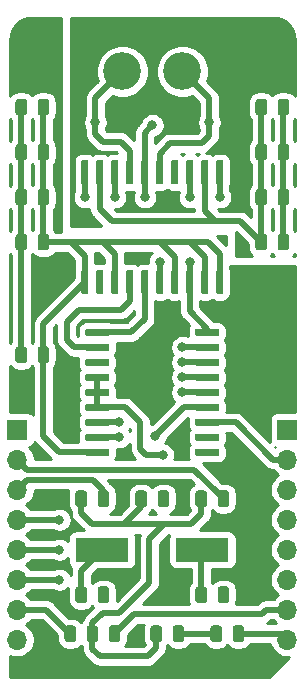
<source format=gbr>
G04 #@! TF.GenerationSoftware,KiCad,Pcbnew,(5.1.5)-3*
G04 #@! TF.CreationDate,2020-01-28T18:53:24+01:00*
G04 #@! TF.ProjectId,CAN SPI Isolated v2.0,43414e20-5350-4492-9049-736f6c617465,rev?*
G04 #@! TF.SameCoordinates,Original*
G04 #@! TF.FileFunction,Copper,L1,Top*
G04 #@! TF.FilePolarity,Positive*
%FSLAX46Y46*%
G04 Gerber Fmt 4.6, Leading zero omitted, Abs format (unit mm)*
G04 Created by KiCad (PCBNEW (5.1.5)-3) date 2020-01-28 18:53:24*
%MOMM*%
%LPD*%
G04 APERTURE LIST*
%ADD10C,0.100000*%
%ADD11C,3.200000*%
%ADD12O,1.700000X1.700000*%
%ADD13R,1.700000X1.700000*%
%ADD14R,4.500000X2.000000*%
%ADD15C,0.800000*%
%ADD16C,0.508000*%
%ADD17C,0.254000*%
G04 APERTURE END LIST*
G04 #@! TA.AperFunction,SMDPad,CuDef*
D10*
G36*
X95185142Y-169481174D02*
G01*
X95208803Y-169484684D01*
X95232007Y-169490496D01*
X95254529Y-169498554D01*
X95276153Y-169508782D01*
X95296670Y-169521079D01*
X95315883Y-169535329D01*
X95333607Y-169551393D01*
X95349671Y-169569117D01*
X95363921Y-169588330D01*
X95376218Y-169608847D01*
X95386446Y-169630471D01*
X95394504Y-169652993D01*
X95400316Y-169676197D01*
X95403826Y-169699858D01*
X95405000Y-169723750D01*
X95405000Y-170636250D01*
X95403826Y-170660142D01*
X95400316Y-170683803D01*
X95394504Y-170707007D01*
X95386446Y-170729529D01*
X95376218Y-170751153D01*
X95363921Y-170771670D01*
X95349671Y-170790883D01*
X95333607Y-170808607D01*
X95315883Y-170824671D01*
X95296670Y-170838921D01*
X95276153Y-170851218D01*
X95254529Y-170861446D01*
X95232007Y-170869504D01*
X95208803Y-170875316D01*
X95185142Y-170878826D01*
X95161250Y-170880000D01*
X94673750Y-170880000D01*
X94649858Y-170878826D01*
X94626197Y-170875316D01*
X94602993Y-170869504D01*
X94580471Y-170861446D01*
X94558847Y-170851218D01*
X94538330Y-170838921D01*
X94519117Y-170824671D01*
X94501393Y-170808607D01*
X94485329Y-170790883D01*
X94471079Y-170771670D01*
X94458782Y-170751153D01*
X94448554Y-170729529D01*
X94440496Y-170707007D01*
X94434684Y-170683803D01*
X94431174Y-170660142D01*
X94430000Y-170636250D01*
X94430000Y-169723750D01*
X94431174Y-169699858D01*
X94434684Y-169676197D01*
X94440496Y-169652993D01*
X94448554Y-169630471D01*
X94458782Y-169608847D01*
X94471079Y-169588330D01*
X94485329Y-169569117D01*
X94501393Y-169551393D01*
X94519117Y-169535329D01*
X94538330Y-169521079D01*
X94558847Y-169508782D01*
X94580471Y-169498554D01*
X94602993Y-169490496D01*
X94626197Y-169484684D01*
X94649858Y-169481174D01*
X94673750Y-169480000D01*
X95161250Y-169480000D01*
X95185142Y-169481174D01*
G37*
G04 #@! TD.AperFunction*
G04 #@! TA.AperFunction,SMDPad,CuDef*
G36*
X93310142Y-169481174D02*
G01*
X93333803Y-169484684D01*
X93357007Y-169490496D01*
X93379529Y-169498554D01*
X93401153Y-169508782D01*
X93421670Y-169521079D01*
X93440883Y-169535329D01*
X93458607Y-169551393D01*
X93474671Y-169569117D01*
X93488921Y-169588330D01*
X93501218Y-169608847D01*
X93511446Y-169630471D01*
X93519504Y-169652993D01*
X93525316Y-169676197D01*
X93528826Y-169699858D01*
X93530000Y-169723750D01*
X93530000Y-170636250D01*
X93528826Y-170660142D01*
X93525316Y-170683803D01*
X93519504Y-170707007D01*
X93511446Y-170729529D01*
X93501218Y-170751153D01*
X93488921Y-170771670D01*
X93474671Y-170790883D01*
X93458607Y-170808607D01*
X93440883Y-170824671D01*
X93421670Y-170838921D01*
X93401153Y-170851218D01*
X93379529Y-170861446D01*
X93357007Y-170869504D01*
X93333803Y-170875316D01*
X93310142Y-170878826D01*
X93286250Y-170880000D01*
X92798750Y-170880000D01*
X92774858Y-170878826D01*
X92751197Y-170875316D01*
X92727993Y-170869504D01*
X92705471Y-170861446D01*
X92683847Y-170851218D01*
X92663330Y-170838921D01*
X92644117Y-170824671D01*
X92626393Y-170808607D01*
X92610329Y-170790883D01*
X92596079Y-170771670D01*
X92583782Y-170751153D01*
X92573554Y-170729529D01*
X92565496Y-170707007D01*
X92559684Y-170683803D01*
X92556174Y-170660142D01*
X92555000Y-170636250D01*
X92555000Y-169723750D01*
X92556174Y-169699858D01*
X92559684Y-169676197D01*
X92565496Y-169652993D01*
X92573554Y-169630471D01*
X92583782Y-169608847D01*
X92596079Y-169588330D01*
X92610329Y-169569117D01*
X92626393Y-169551393D01*
X92644117Y-169535329D01*
X92663330Y-169521079D01*
X92683847Y-169508782D01*
X92705471Y-169498554D01*
X92727993Y-169490496D01*
X92751197Y-169484684D01*
X92774858Y-169481174D01*
X92798750Y-169480000D01*
X93286250Y-169480000D01*
X93310142Y-169481174D01*
G37*
G04 #@! TD.AperFunction*
G04 #@! TA.AperFunction,SMDPad,CuDef*
G36*
X83150142Y-169481174D02*
G01*
X83173803Y-169484684D01*
X83197007Y-169490496D01*
X83219529Y-169498554D01*
X83241153Y-169508782D01*
X83261670Y-169521079D01*
X83280883Y-169535329D01*
X83298607Y-169551393D01*
X83314671Y-169569117D01*
X83328921Y-169588330D01*
X83341218Y-169608847D01*
X83351446Y-169630471D01*
X83359504Y-169652993D01*
X83365316Y-169676197D01*
X83368826Y-169699858D01*
X83370000Y-169723750D01*
X83370000Y-170636250D01*
X83368826Y-170660142D01*
X83365316Y-170683803D01*
X83359504Y-170707007D01*
X83351446Y-170729529D01*
X83341218Y-170751153D01*
X83328921Y-170771670D01*
X83314671Y-170790883D01*
X83298607Y-170808607D01*
X83280883Y-170824671D01*
X83261670Y-170838921D01*
X83241153Y-170851218D01*
X83219529Y-170861446D01*
X83197007Y-170869504D01*
X83173803Y-170875316D01*
X83150142Y-170878826D01*
X83126250Y-170880000D01*
X82638750Y-170880000D01*
X82614858Y-170878826D01*
X82591197Y-170875316D01*
X82567993Y-170869504D01*
X82545471Y-170861446D01*
X82523847Y-170851218D01*
X82503330Y-170838921D01*
X82484117Y-170824671D01*
X82466393Y-170808607D01*
X82450329Y-170790883D01*
X82436079Y-170771670D01*
X82423782Y-170751153D01*
X82413554Y-170729529D01*
X82405496Y-170707007D01*
X82399684Y-170683803D01*
X82396174Y-170660142D01*
X82395000Y-170636250D01*
X82395000Y-169723750D01*
X82396174Y-169699858D01*
X82399684Y-169676197D01*
X82405496Y-169652993D01*
X82413554Y-169630471D01*
X82423782Y-169608847D01*
X82436079Y-169588330D01*
X82450329Y-169569117D01*
X82466393Y-169551393D01*
X82484117Y-169535329D01*
X82503330Y-169521079D01*
X82523847Y-169508782D01*
X82545471Y-169498554D01*
X82567993Y-169490496D01*
X82591197Y-169484684D01*
X82614858Y-169481174D01*
X82638750Y-169480000D01*
X83126250Y-169480000D01*
X83150142Y-169481174D01*
G37*
G04 #@! TD.AperFunction*
G04 #@! TA.AperFunction,SMDPad,CuDef*
G36*
X85025142Y-169481174D02*
G01*
X85048803Y-169484684D01*
X85072007Y-169490496D01*
X85094529Y-169498554D01*
X85116153Y-169508782D01*
X85136670Y-169521079D01*
X85155883Y-169535329D01*
X85173607Y-169551393D01*
X85189671Y-169569117D01*
X85203921Y-169588330D01*
X85216218Y-169608847D01*
X85226446Y-169630471D01*
X85234504Y-169652993D01*
X85240316Y-169676197D01*
X85243826Y-169699858D01*
X85245000Y-169723750D01*
X85245000Y-170636250D01*
X85243826Y-170660142D01*
X85240316Y-170683803D01*
X85234504Y-170707007D01*
X85226446Y-170729529D01*
X85216218Y-170751153D01*
X85203921Y-170771670D01*
X85189671Y-170790883D01*
X85173607Y-170808607D01*
X85155883Y-170824671D01*
X85136670Y-170838921D01*
X85116153Y-170851218D01*
X85094529Y-170861446D01*
X85072007Y-170869504D01*
X85048803Y-170875316D01*
X85025142Y-170878826D01*
X85001250Y-170880000D01*
X84513750Y-170880000D01*
X84489858Y-170878826D01*
X84466197Y-170875316D01*
X84442993Y-170869504D01*
X84420471Y-170861446D01*
X84398847Y-170851218D01*
X84378330Y-170838921D01*
X84359117Y-170824671D01*
X84341393Y-170808607D01*
X84325329Y-170790883D01*
X84311079Y-170771670D01*
X84298782Y-170751153D01*
X84288554Y-170729529D01*
X84280496Y-170707007D01*
X84274684Y-170683803D01*
X84271174Y-170660142D01*
X84270000Y-170636250D01*
X84270000Y-169723750D01*
X84271174Y-169699858D01*
X84274684Y-169676197D01*
X84280496Y-169652993D01*
X84288554Y-169630471D01*
X84298782Y-169608847D01*
X84311079Y-169588330D01*
X84325329Y-169569117D01*
X84341393Y-169551393D01*
X84359117Y-169535329D01*
X84378330Y-169521079D01*
X84398847Y-169508782D01*
X84420471Y-169498554D01*
X84442993Y-169490496D01*
X84466197Y-169484684D01*
X84489858Y-169481174D01*
X84513750Y-169480000D01*
X85001250Y-169480000D01*
X85025142Y-169481174D01*
G37*
G04 #@! TD.AperFunction*
G04 #@! TA.AperFunction,SMDPad,CuDef*
G36*
X78070142Y-149161174D02*
G01*
X78093803Y-149164684D01*
X78117007Y-149170496D01*
X78139529Y-149178554D01*
X78161153Y-149188782D01*
X78181670Y-149201079D01*
X78200883Y-149215329D01*
X78218607Y-149231393D01*
X78234671Y-149249117D01*
X78248921Y-149268330D01*
X78261218Y-149288847D01*
X78271446Y-149310471D01*
X78279504Y-149332993D01*
X78285316Y-149356197D01*
X78288826Y-149379858D01*
X78290000Y-149403750D01*
X78290000Y-150316250D01*
X78288826Y-150340142D01*
X78285316Y-150363803D01*
X78279504Y-150387007D01*
X78271446Y-150409529D01*
X78261218Y-150431153D01*
X78248921Y-150451670D01*
X78234671Y-150470883D01*
X78218607Y-150488607D01*
X78200883Y-150504671D01*
X78181670Y-150518921D01*
X78161153Y-150531218D01*
X78139529Y-150541446D01*
X78117007Y-150549504D01*
X78093803Y-150555316D01*
X78070142Y-150558826D01*
X78046250Y-150560000D01*
X77558750Y-150560000D01*
X77534858Y-150558826D01*
X77511197Y-150555316D01*
X77487993Y-150549504D01*
X77465471Y-150541446D01*
X77443847Y-150531218D01*
X77423330Y-150518921D01*
X77404117Y-150504671D01*
X77386393Y-150488607D01*
X77370329Y-150470883D01*
X77356079Y-150451670D01*
X77343782Y-150431153D01*
X77333554Y-150409529D01*
X77325496Y-150387007D01*
X77319684Y-150363803D01*
X77316174Y-150340142D01*
X77315000Y-150316250D01*
X77315000Y-149403750D01*
X77316174Y-149379858D01*
X77319684Y-149356197D01*
X77325496Y-149332993D01*
X77333554Y-149310471D01*
X77343782Y-149288847D01*
X77356079Y-149268330D01*
X77370329Y-149249117D01*
X77386393Y-149231393D01*
X77404117Y-149215329D01*
X77423330Y-149201079D01*
X77443847Y-149188782D01*
X77465471Y-149178554D01*
X77487993Y-149170496D01*
X77511197Y-149164684D01*
X77534858Y-149161174D01*
X77558750Y-149160000D01*
X78046250Y-149160000D01*
X78070142Y-149161174D01*
G37*
G04 #@! TD.AperFunction*
G04 #@! TA.AperFunction,SMDPad,CuDef*
G36*
X79945142Y-149161174D02*
G01*
X79968803Y-149164684D01*
X79992007Y-149170496D01*
X80014529Y-149178554D01*
X80036153Y-149188782D01*
X80056670Y-149201079D01*
X80075883Y-149215329D01*
X80093607Y-149231393D01*
X80109671Y-149249117D01*
X80123921Y-149268330D01*
X80136218Y-149288847D01*
X80146446Y-149310471D01*
X80154504Y-149332993D01*
X80160316Y-149356197D01*
X80163826Y-149379858D01*
X80165000Y-149403750D01*
X80165000Y-150316250D01*
X80163826Y-150340142D01*
X80160316Y-150363803D01*
X80154504Y-150387007D01*
X80146446Y-150409529D01*
X80136218Y-150431153D01*
X80123921Y-150451670D01*
X80109671Y-150470883D01*
X80093607Y-150488607D01*
X80075883Y-150504671D01*
X80056670Y-150518921D01*
X80036153Y-150531218D01*
X80014529Y-150541446D01*
X79992007Y-150549504D01*
X79968803Y-150555316D01*
X79945142Y-150558826D01*
X79921250Y-150560000D01*
X79433750Y-150560000D01*
X79409858Y-150558826D01*
X79386197Y-150555316D01*
X79362993Y-150549504D01*
X79340471Y-150541446D01*
X79318847Y-150531218D01*
X79298330Y-150518921D01*
X79279117Y-150504671D01*
X79261393Y-150488607D01*
X79245329Y-150470883D01*
X79231079Y-150451670D01*
X79218782Y-150431153D01*
X79208554Y-150409529D01*
X79200496Y-150387007D01*
X79194684Y-150363803D01*
X79191174Y-150340142D01*
X79190000Y-150316250D01*
X79190000Y-149403750D01*
X79191174Y-149379858D01*
X79194684Y-149356197D01*
X79200496Y-149332993D01*
X79208554Y-149310471D01*
X79218782Y-149288847D01*
X79231079Y-149268330D01*
X79245329Y-149249117D01*
X79261393Y-149231393D01*
X79279117Y-149215329D01*
X79298330Y-149201079D01*
X79318847Y-149188782D01*
X79340471Y-149178554D01*
X79362993Y-149170496D01*
X79386197Y-149164684D01*
X79409858Y-149161174D01*
X79433750Y-149160000D01*
X79921250Y-149160000D01*
X79945142Y-149161174D01*
G37*
G04 #@! TD.AperFunction*
G04 #@! TA.AperFunction,SMDPad,CuDef*
G36*
X79945142Y-128206174D02*
G01*
X79968803Y-128209684D01*
X79992007Y-128215496D01*
X80014529Y-128223554D01*
X80036153Y-128233782D01*
X80056670Y-128246079D01*
X80075883Y-128260329D01*
X80093607Y-128276393D01*
X80109671Y-128294117D01*
X80123921Y-128313330D01*
X80136218Y-128333847D01*
X80146446Y-128355471D01*
X80154504Y-128377993D01*
X80160316Y-128401197D01*
X80163826Y-128424858D01*
X80165000Y-128448750D01*
X80165000Y-129361250D01*
X80163826Y-129385142D01*
X80160316Y-129408803D01*
X80154504Y-129432007D01*
X80146446Y-129454529D01*
X80136218Y-129476153D01*
X80123921Y-129496670D01*
X80109671Y-129515883D01*
X80093607Y-129533607D01*
X80075883Y-129549671D01*
X80056670Y-129563921D01*
X80036153Y-129576218D01*
X80014529Y-129586446D01*
X79992007Y-129594504D01*
X79968803Y-129600316D01*
X79945142Y-129603826D01*
X79921250Y-129605000D01*
X79433750Y-129605000D01*
X79409858Y-129603826D01*
X79386197Y-129600316D01*
X79362993Y-129594504D01*
X79340471Y-129586446D01*
X79318847Y-129576218D01*
X79298330Y-129563921D01*
X79279117Y-129549671D01*
X79261393Y-129533607D01*
X79245329Y-129515883D01*
X79231079Y-129496670D01*
X79218782Y-129476153D01*
X79208554Y-129454529D01*
X79200496Y-129432007D01*
X79194684Y-129408803D01*
X79191174Y-129385142D01*
X79190000Y-129361250D01*
X79190000Y-128448750D01*
X79191174Y-128424858D01*
X79194684Y-128401197D01*
X79200496Y-128377993D01*
X79208554Y-128355471D01*
X79218782Y-128333847D01*
X79231079Y-128313330D01*
X79245329Y-128294117D01*
X79261393Y-128276393D01*
X79279117Y-128260329D01*
X79298330Y-128246079D01*
X79318847Y-128233782D01*
X79340471Y-128223554D01*
X79362993Y-128215496D01*
X79386197Y-128209684D01*
X79409858Y-128206174D01*
X79433750Y-128205000D01*
X79921250Y-128205000D01*
X79945142Y-128206174D01*
G37*
G04 #@! TD.AperFunction*
G04 #@! TA.AperFunction,SMDPad,CuDef*
G36*
X78070142Y-128206174D02*
G01*
X78093803Y-128209684D01*
X78117007Y-128215496D01*
X78139529Y-128223554D01*
X78161153Y-128233782D01*
X78181670Y-128246079D01*
X78200883Y-128260329D01*
X78218607Y-128276393D01*
X78234671Y-128294117D01*
X78248921Y-128313330D01*
X78261218Y-128333847D01*
X78271446Y-128355471D01*
X78279504Y-128377993D01*
X78285316Y-128401197D01*
X78288826Y-128424858D01*
X78290000Y-128448750D01*
X78290000Y-129361250D01*
X78288826Y-129385142D01*
X78285316Y-129408803D01*
X78279504Y-129432007D01*
X78271446Y-129454529D01*
X78261218Y-129476153D01*
X78248921Y-129496670D01*
X78234671Y-129515883D01*
X78218607Y-129533607D01*
X78200883Y-129549671D01*
X78181670Y-129563921D01*
X78161153Y-129576218D01*
X78139529Y-129586446D01*
X78117007Y-129594504D01*
X78093803Y-129600316D01*
X78070142Y-129603826D01*
X78046250Y-129605000D01*
X77558750Y-129605000D01*
X77534858Y-129603826D01*
X77511197Y-129600316D01*
X77487993Y-129594504D01*
X77465471Y-129586446D01*
X77443847Y-129576218D01*
X77423330Y-129563921D01*
X77404117Y-129549671D01*
X77386393Y-129533607D01*
X77370329Y-129515883D01*
X77356079Y-129496670D01*
X77343782Y-129476153D01*
X77333554Y-129454529D01*
X77325496Y-129432007D01*
X77319684Y-129408803D01*
X77316174Y-129385142D01*
X77315000Y-129361250D01*
X77315000Y-128448750D01*
X77316174Y-128424858D01*
X77319684Y-128401197D01*
X77325496Y-128377993D01*
X77333554Y-128355471D01*
X77343782Y-128333847D01*
X77356079Y-128313330D01*
X77370329Y-128294117D01*
X77386393Y-128276393D01*
X77404117Y-128260329D01*
X77423330Y-128246079D01*
X77443847Y-128233782D01*
X77465471Y-128223554D01*
X77487993Y-128215496D01*
X77511197Y-128209684D01*
X77534858Y-128206174D01*
X77558750Y-128205000D01*
X78046250Y-128205000D01*
X78070142Y-128206174D01*
G37*
G04 #@! TD.AperFunction*
G04 #@! TA.AperFunction,SMDPad,CuDef*
G36*
X78070142Y-132016174D02*
G01*
X78093803Y-132019684D01*
X78117007Y-132025496D01*
X78139529Y-132033554D01*
X78161153Y-132043782D01*
X78181670Y-132056079D01*
X78200883Y-132070329D01*
X78218607Y-132086393D01*
X78234671Y-132104117D01*
X78248921Y-132123330D01*
X78261218Y-132143847D01*
X78271446Y-132165471D01*
X78279504Y-132187993D01*
X78285316Y-132211197D01*
X78288826Y-132234858D01*
X78290000Y-132258750D01*
X78290000Y-133171250D01*
X78288826Y-133195142D01*
X78285316Y-133218803D01*
X78279504Y-133242007D01*
X78271446Y-133264529D01*
X78261218Y-133286153D01*
X78248921Y-133306670D01*
X78234671Y-133325883D01*
X78218607Y-133343607D01*
X78200883Y-133359671D01*
X78181670Y-133373921D01*
X78161153Y-133386218D01*
X78139529Y-133396446D01*
X78117007Y-133404504D01*
X78093803Y-133410316D01*
X78070142Y-133413826D01*
X78046250Y-133415000D01*
X77558750Y-133415000D01*
X77534858Y-133413826D01*
X77511197Y-133410316D01*
X77487993Y-133404504D01*
X77465471Y-133396446D01*
X77443847Y-133386218D01*
X77423330Y-133373921D01*
X77404117Y-133359671D01*
X77386393Y-133343607D01*
X77370329Y-133325883D01*
X77356079Y-133306670D01*
X77343782Y-133286153D01*
X77333554Y-133264529D01*
X77325496Y-133242007D01*
X77319684Y-133218803D01*
X77316174Y-133195142D01*
X77315000Y-133171250D01*
X77315000Y-132258750D01*
X77316174Y-132234858D01*
X77319684Y-132211197D01*
X77325496Y-132187993D01*
X77333554Y-132165471D01*
X77343782Y-132143847D01*
X77356079Y-132123330D01*
X77370329Y-132104117D01*
X77386393Y-132086393D01*
X77404117Y-132070329D01*
X77423330Y-132056079D01*
X77443847Y-132043782D01*
X77465471Y-132033554D01*
X77487993Y-132025496D01*
X77511197Y-132019684D01*
X77534858Y-132016174D01*
X77558750Y-132015000D01*
X78046250Y-132015000D01*
X78070142Y-132016174D01*
G37*
G04 #@! TD.AperFunction*
G04 #@! TA.AperFunction,SMDPad,CuDef*
G36*
X79945142Y-132016174D02*
G01*
X79968803Y-132019684D01*
X79992007Y-132025496D01*
X80014529Y-132033554D01*
X80036153Y-132043782D01*
X80056670Y-132056079D01*
X80075883Y-132070329D01*
X80093607Y-132086393D01*
X80109671Y-132104117D01*
X80123921Y-132123330D01*
X80136218Y-132143847D01*
X80146446Y-132165471D01*
X80154504Y-132187993D01*
X80160316Y-132211197D01*
X80163826Y-132234858D01*
X80165000Y-132258750D01*
X80165000Y-133171250D01*
X80163826Y-133195142D01*
X80160316Y-133218803D01*
X80154504Y-133242007D01*
X80146446Y-133264529D01*
X80136218Y-133286153D01*
X80123921Y-133306670D01*
X80109671Y-133325883D01*
X80093607Y-133343607D01*
X80075883Y-133359671D01*
X80056670Y-133373921D01*
X80036153Y-133386218D01*
X80014529Y-133396446D01*
X79992007Y-133404504D01*
X79968803Y-133410316D01*
X79945142Y-133413826D01*
X79921250Y-133415000D01*
X79433750Y-133415000D01*
X79409858Y-133413826D01*
X79386197Y-133410316D01*
X79362993Y-133404504D01*
X79340471Y-133396446D01*
X79318847Y-133386218D01*
X79298330Y-133373921D01*
X79279117Y-133359671D01*
X79261393Y-133343607D01*
X79245329Y-133325883D01*
X79231079Y-133306670D01*
X79218782Y-133286153D01*
X79208554Y-133264529D01*
X79200496Y-133242007D01*
X79194684Y-133218803D01*
X79191174Y-133195142D01*
X79190000Y-133171250D01*
X79190000Y-132258750D01*
X79191174Y-132234858D01*
X79194684Y-132211197D01*
X79200496Y-132187993D01*
X79208554Y-132165471D01*
X79218782Y-132143847D01*
X79231079Y-132123330D01*
X79245329Y-132104117D01*
X79261393Y-132086393D01*
X79279117Y-132070329D01*
X79298330Y-132056079D01*
X79318847Y-132043782D01*
X79340471Y-132033554D01*
X79362993Y-132025496D01*
X79386197Y-132019684D01*
X79409858Y-132016174D01*
X79433750Y-132015000D01*
X79921250Y-132015000D01*
X79945142Y-132016174D01*
G37*
G04 #@! TD.AperFunction*
G04 #@! TA.AperFunction,SMDPad,CuDef*
G36*
X79945142Y-135826174D02*
G01*
X79968803Y-135829684D01*
X79992007Y-135835496D01*
X80014529Y-135843554D01*
X80036153Y-135853782D01*
X80056670Y-135866079D01*
X80075883Y-135880329D01*
X80093607Y-135896393D01*
X80109671Y-135914117D01*
X80123921Y-135933330D01*
X80136218Y-135953847D01*
X80146446Y-135975471D01*
X80154504Y-135997993D01*
X80160316Y-136021197D01*
X80163826Y-136044858D01*
X80165000Y-136068750D01*
X80165000Y-136981250D01*
X80163826Y-137005142D01*
X80160316Y-137028803D01*
X80154504Y-137052007D01*
X80146446Y-137074529D01*
X80136218Y-137096153D01*
X80123921Y-137116670D01*
X80109671Y-137135883D01*
X80093607Y-137153607D01*
X80075883Y-137169671D01*
X80056670Y-137183921D01*
X80036153Y-137196218D01*
X80014529Y-137206446D01*
X79992007Y-137214504D01*
X79968803Y-137220316D01*
X79945142Y-137223826D01*
X79921250Y-137225000D01*
X79433750Y-137225000D01*
X79409858Y-137223826D01*
X79386197Y-137220316D01*
X79362993Y-137214504D01*
X79340471Y-137206446D01*
X79318847Y-137196218D01*
X79298330Y-137183921D01*
X79279117Y-137169671D01*
X79261393Y-137153607D01*
X79245329Y-137135883D01*
X79231079Y-137116670D01*
X79218782Y-137096153D01*
X79208554Y-137074529D01*
X79200496Y-137052007D01*
X79194684Y-137028803D01*
X79191174Y-137005142D01*
X79190000Y-136981250D01*
X79190000Y-136068750D01*
X79191174Y-136044858D01*
X79194684Y-136021197D01*
X79200496Y-135997993D01*
X79208554Y-135975471D01*
X79218782Y-135953847D01*
X79231079Y-135933330D01*
X79245329Y-135914117D01*
X79261393Y-135896393D01*
X79279117Y-135880329D01*
X79298330Y-135866079D01*
X79318847Y-135853782D01*
X79340471Y-135843554D01*
X79362993Y-135835496D01*
X79386197Y-135829684D01*
X79409858Y-135826174D01*
X79433750Y-135825000D01*
X79921250Y-135825000D01*
X79945142Y-135826174D01*
G37*
G04 #@! TD.AperFunction*
G04 #@! TA.AperFunction,SMDPad,CuDef*
G36*
X78070142Y-135826174D02*
G01*
X78093803Y-135829684D01*
X78117007Y-135835496D01*
X78139529Y-135843554D01*
X78161153Y-135853782D01*
X78181670Y-135866079D01*
X78200883Y-135880329D01*
X78218607Y-135896393D01*
X78234671Y-135914117D01*
X78248921Y-135933330D01*
X78261218Y-135953847D01*
X78271446Y-135975471D01*
X78279504Y-135997993D01*
X78285316Y-136021197D01*
X78288826Y-136044858D01*
X78290000Y-136068750D01*
X78290000Y-136981250D01*
X78288826Y-137005142D01*
X78285316Y-137028803D01*
X78279504Y-137052007D01*
X78271446Y-137074529D01*
X78261218Y-137096153D01*
X78248921Y-137116670D01*
X78234671Y-137135883D01*
X78218607Y-137153607D01*
X78200883Y-137169671D01*
X78181670Y-137183921D01*
X78161153Y-137196218D01*
X78139529Y-137206446D01*
X78117007Y-137214504D01*
X78093803Y-137220316D01*
X78070142Y-137223826D01*
X78046250Y-137225000D01*
X77558750Y-137225000D01*
X77534858Y-137223826D01*
X77511197Y-137220316D01*
X77487993Y-137214504D01*
X77465471Y-137206446D01*
X77443847Y-137196218D01*
X77423330Y-137183921D01*
X77404117Y-137169671D01*
X77386393Y-137153607D01*
X77370329Y-137135883D01*
X77356079Y-137116670D01*
X77343782Y-137096153D01*
X77333554Y-137074529D01*
X77325496Y-137052007D01*
X77319684Y-137028803D01*
X77316174Y-137005142D01*
X77315000Y-136981250D01*
X77315000Y-136068750D01*
X77316174Y-136044858D01*
X77319684Y-136021197D01*
X77325496Y-135997993D01*
X77333554Y-135975471D01*
X77343782Y-135953847D01*
X77356079Y-135933330D01*
X77370329Y-135914117D01*
X77386393Y-135896393D01*
X77404117Y-135880329D01*
X77423330Y-135866079D01*
X77443847Y-135853782D01*
X77465471Y-135843554D01*
X77487993Y-135835496D01*
X77511197Y-135829684D01*
X77534858Y-135826174D01*
X77558750Y-135825000D01*
X78046250Y-135825000D01*
X78070142Y-135826174D01*
G37*
G04 #@! TD.AperFunction*
G04 #@! TA.AperFunction,SMDPad,CuDef*
G36*
X78070142Y-139636174D02*
G01*
X78093803Y-139639684D01*
X78117007Y-139645496D01*
X78139529Y-139653554D01*
X78161153Y-139663782D01*
X78181670Y-139676079D01*
X78200883Y-139690329D01*
X78218607Y-139706393D01*
X78234671Y-139724117D01*
X78248921Y-139743330D01*
X78261218Y-139763847D01*
X78271446Y-139785471D01*
X78279504Y-139807993D01*
X78285316Y-139831197D01*
X78288826Y-139854858D01*
X78290000Y-139878750D01*
X78290000Y-140791250D01*
X78288826Y-140815142D01*
X78285316Y-140838803D01*
X78279504Y-140862007D01*
X78271446Y-140884529D01*
X78261218Y-140906153D01*
X78248921Y-140926670D01*
X78234671Y-140945883D01*
X78218607Y-140963607D01*
X78200883Y-140979671D01*
X78181670Y-140993921D01*
X78161153Y-141006218D01*
X78139529Y-141016446D01*
X78117007Y-141024504D01*
X78093803Y-141030316D01*
X78070142Y-141033826D01*
X78046250Y-141035000D01*
X77558750Y-141035000D01*
X77534858Y-141033826D01*
X77511197Y-141030316D01*
X77487993Y-141024504D01*
X77465471Y-141016446D01*
X77443847Y-141006218D01*
X77423330Y-140993921D01*
X77404117Y-140979671D01*
X77386393Y-140963607D01*
X77370329Y-140945883D01*
X77356079Y-140926670D01*
X77343782Y-140906153D01*
X77333554Y-140884529D01*
X77325496Y-140862007D01*
X77319684Y-140838803D01*
X77316174Y-140815142D01*
X77315000Y-140791250D01*
X77315000Y-139878750D01*
X77316174Y-139854858D01*
X77319684Y-139831197D01*
X77325496Y-139807993D01*
X77333554Y-139785471D01*
X77343782Y-139763847D01*
X77356079Y-139743330D01*
X77370329Y-139724117D01*
X77386393Y-139706393D01*
X77404117Y-139690329D01*
X77423330Y-139676079D01*
X77443847Y-139663782D01*
X77465471Y-139653554D01*
X77487993Y-139645496D01*
X77511197Y-139639684D01*
X77534858Y-139636174D01*
X77558750Y-139635000D01*
X78046250Y-139635000D01*
X78070142Y-139636174D01*
G37*
G04 #@! TD.AperFunction*
G04 #@! TA.AperFunction,SMDPad,CuDef*
G36*
X79945142Y-139636174D02*
G01*
X79968803Y-139639684D01*
X79992007Y-139645496D01*
X80014529Y-139653554D01*
X80036153Y-139663782D01*
X80056670Y-139676079D01*
X80075883Y-139690329D01*
X80093607Y-139706393D01*
X80109671Y-139724117D01*
X80123921Y-139743330D01*
X80136218Y-139763847D01*
X80146446Y-139785471D01*
X80154504Y-139807993D01*
X80160316Y-139831197D01*
X80163826Y-139854858D01*
X80165000Y-139878750D01*
X80165000Y-140791250D01*
X80163826Y-140815142D01*
X80160316Y-140838803D01*
X80154504Y-140862007D01*
X80146446Y-140884529D01*
X80136218Y-140906153D01*
X80123921Y-140926670D01*
X80109671Y-140945883D01*
X80093607Y-140963607D01*
X80075883Y-140979671D01*
X80056670Y-140993921D01*
X80036153Y-141006218D01*
X80014529Y-141016446D01*
X79992007Y-141024504D01*
X79968803Y-141030316D01*
X79945142Y-141033826D01*
X79921250Y-141035000D01*
X79433750Y-141035000D01*
X79409858Y-141033826D01*
X79386197Y-141030316D01*
X79362993Y-141024504D01*
X79340471Y-141016446D01*
X79318847Y-141006218D01*
X79298330Y-140993921D01*
X79279117Y-140979671D01*
X79261393Y-140963607D01*
X79245329Y-140945883D01*
X79231079Y-140926670D01*
X79218782Y-140906153D01*
X79208554Y-140884529D01*
X79200496Y-140862007D01*
X79194684Y-140838803D01*
X79191174Y-140815142D01*
X79190000Y-140791250D01*
X79190000Y-139878750D01*
X79191174Y-139854858D01*
X79194684Y-139831197D01*
X79200496Y-139807993D01*
X79208554Y-139785471D01*
X79218782Y-139763847D01*
X79231079Y-139743330D01*
X79245329Y-139724117D01*
X79261393Y-139706393D01*
X79279117Y-139690329D01*
X79298330Y-139676079D01*
X79318847Y-139663782D01*
X79340471Y-139653554D01*
X79362993Y-139645496D01*
X79386197Y-139639684D01*
X79409858Y-139636174D01*
X79433750Y-139635000D01*
X79921250Y-139635000D01*
X79945142Y-139636174D01*
G37*
G04 #@! TD.AperFunction*
G04 #@! TA.AperFunction,SMDPad,CuDef*
G36*
X100265142Y-128206174D02*
G01*
X100288803Y-128209684D01*
X100312007Y-128215496D01*
X100334529Y-128223554D01*
X100356153Y-128233782D01*
X100376670Y-128246079D01*
X100395883Y-128260329D01*
X100413607Y-128276393D01*
X100429671Y-128294117D01*
X100443921Y-128313330D01*
X100456218Y-128333847D01*
X100466446Y-128355471D01*
X100474504Y-128377993D01*
X100480316Y-128401197D01*
X100483826Y-128424858D01*
X100485000Y-128448750D01*
X100485000Y-129361250D01*
X100483826Y-129385142D01*
X100480316Y-129408803D01*
X100474504Y-129432007D01*
X100466446Y-129454529D01*
X100456218Y-129476153D01*
X100443921Y-129496670D01*
X100429671Y-129515883D01*
X100413607Y-129533607D01*
X100395883Y-129549671D01*
X100376670Y-129563921D01*
X100356153Y-129576218D01*
X100334529Y-129586446D01*
X100312007Y-129594504D01*
X100288803Y-129600316D01*
X100265142Y-129603826D01*
X100241250Y-129605000D01*
X99753750Y-129605000D01*
X99729858Y-129603826D01*
X99706197Y-129600316D01*
X99682993Y-129594504D01*
X99660471Y-129586446D01*
X99638847Y-129576218D01*
X99618330Y-129563921D01*
X99599117Y-129549671D01*
X99581393Y-129533607D01*
X99565329Y-129515883D01*
X99551079Y-129496670D01*
X99538782Y-129476153D01*
X99528554Y-129454529D01*
X99520496Y-129432007D01*
X99514684Y-129408803D01*
X99511174Y-129385142D01*
X99510000Y-129361250D01*
X99510000Y-128448750D01*
X99511174Y-128424858D01*
X99514684Y-128401197D01*
X99520496Y-128377993D01*
X99528554Y-128355471D01*
X99538782Y-128333847D01*
X99551079Y-128313330D01*
X99565329Y-128294117D01*
X99581393Y-128276393D01*
X99599117Y-128260329D01*
X99618330Y-128246079D01*
X99638847Y-128233782D01*
X99660471Y-128223554D01*
X99682993Y-128215496D01*
X99706197Y-128209684D01*
X99729858Y-128206174D01*
X99753750Y-128205000D01*
X100241250Y-128205000D01*
X100265142Y-128206174D01*
G37*
G04 #@! TD.AperFunction*
G04 #@! TA.AperFunction,SMDPad,CuDef*
G36*
X98390142Y-128206174D02*
G01*
X98413803Y-128209684D01*
X98437007Y-128215496D01*
X98459529Y-128223554D01*
X98481153Y-128233782D01*
X98501670Y-128246079D01*
X98520883Y-128260329D01*
X98538607Y-128276393D01*
X98554671Y-128294117D01*
X98568921Y-128313330D01*
X98581218Y-128333847D01*
X98591446Y-128355471D01*
X98599504Y-128377993D01*
X98605316Y-128401197D01*
X98608826Y-128424858D01*
X98610000Y-128448750D01*
X98610000Y-129361250D01*
X98608826Y-129385142D01*
X98605316Y-129408803D01*
X98599504Y-129432007D01*
X98591446Y-129454529D01*
X98581218Y-129476153D01*
X98568921Y-129496670D01*
X98554671Y-129515883D01*
X98538607Y-129533607D01*
X98520883Y-129549671D01*
X98501670Y-129563921D01*
X98481153Y-129576218D01*
X98459529Y-129586446D01*
X98437007Y-129594504D01*
X98413803Y-129600316D01*
X98390142Y-129603826D01*
X98366250Y-129605000D01*
X97878750Y-129605000D01*
X97854858Y-129603826D01*
X97831197Y-129600316D01*
X97807993Y-129594504D01*
X97785471Y-129586446D01*
X97763847Y-129576218D01*
X97743330Y-129563921D01*
X97724117Y-129549671D01*
X97706393Y-129533607D01*
X97690329Y-129515883D01*
X97676079Y-129496670D01*
X97663782Y-129476153D01*
X97653554Y-129454529D01*
X97645496Y-129432007D01*
X97639684Y-129408803D01*
X97636174Y-129385142D01*
X97635000Y-129361250D01*
X97635000Y-128448750D01*
X97636174Y-128424858D01*
X97639684Y-128401197D01*
X97645496Y-128377993D01*
X97653554Y-128355471D01*
X97663782Y-128333847D01*
X97676079Y-128313330D01*
X97690329Y-128294117D01*
X97706393Y-128276393D01*
X97724117Y-128260329D01*
X97743330Y-128246079D01*
X97763847Y-128233782D01*
X97785471Y-128223554D01*
X97807993Y-128215496D01*
X97831197Y-128209684D01*
X97854858Y-128206174D01*
X97878750Y-128205000D01*
X98366250Y-128205000D01*
X98390142Y-128206174D01*
G37*
G04 #@! TD.AperFunction*
G04 #@! TA.AperFunction,SMDPad,CuDef*
G36*
X98390142Y-132016174D02*
G01*
X98413803Y-132019684D01*
X98437007Y-132025496D01*
X98459529Y-132033554D01*
X98481153Y-132043782D01*
X98501670Y-132056079D01*
X98520883Y-132070329D01*
X98538607Y-132086393D01*
X98554671Y-132104117D01*
X98568921Y-132123330D01*
X98581218Y-132143847D01*
X98591446Y-132165471D01*
X98599504Y-132187993D01*
X98605316Y-132211197D01*
X98608826Y-132234858D01*
X98610000Y-132258750D01*
X98610000Y-133171250D01*
X98608826Y-133195142D01*
X98605316Y-133218803D01*
X98599504Y-133242007D01*
X98591446Y-133264529D01*
X98581218Y-133286153D01*
X98568921Y-133306670D01*
X98554671Y-133325883D01*
X98538607Y-133343607D01*
X98520883Y-133359671D01*
X98501670Y-133373921D01*
X98481153Y-133386218D01*
X98459529Y-133396446D01*
X98437007Y-133404504D01*
X98413803Y-133410316D01*
X98390142Y-133413826D01*
X98366250Y-133415000D01*
X97878750Y-133415000D01*
X97854858Y-133413826D01*
X97831197Y-133410316D01*
X97807993Y-133404504D01*
X97785471Y-133396446D01*
X97763847Y-133386218D01*
X97743330Y-133373921D01*
X97724117Y-133359671D01*
X97706393Y-133343607D01*
X97690329Y-133325883D01*
X97676079Y-133306670D01*
X97663782Y-133286153D01*
X97653554Y-133264529D01*
X97645496Y-133242007D01*
X97639684Y-133218803D01*
X97636174Y-133195142D01*
X97635000Y-133171250D01*
X97635000Y-132258750D01*
X97636174Y-132234858D01*
X97639684Y-132211197D01*
X97645496Y-132187993D01*
X97653554Y-132165471D01*
X97663782Y-132143847D01*
X97676079Y-132123330D01*
X97690329Y-132104117D01*
X97706393Y-132086393D01*
X97724117Y-132070329D01*
X97743330Y-132056079D01*
X97763847Y-132043782D01*
X97785471Y-132033554D01*
X97807993Y-132025496D01*
X97831197Y-132019684D01*
X97854858Y-132016174D01*
X97878750Y-132015000D01*
X98366250Y-132015000D01*
X98390142Y-132016174D01*
G37*
G04 #@! TD.AperFunction*
G04 #@! TA.AperFunction,SMDPad,CuDef*
G36*
X100265142Y-132016174D02*
G01*
X100288803Y-132019684D01*
X100312007Y-132025496D01*
X100334529Y-132033554D01*
X100356153Y-132043782D01*
X100376670Y-132056079D01*
X100395883Y-132070329D01*
X100413607Y-132086393D01*
X100429671Y-132104117D01*
X100443921Y-132123330D01*
X100456218Y-132143847D01*
X100466446Y-132165471D01*
X100474504Y-132187993D01*
X100480316Y-132211197D01*
X100483826Y-132234858D01*
X100485000Y-132258750D01*
X100485000Y-133171250D01*
X100483826Y-133195142D01*
X100480316Y-133218803D01*
X100474504Y-133242007D01*
X100466446Y-133264529D01*
X100456218Y-133286153D01*
X100443921Y-133306670D01*
X100429671Y-133325883D01*
X100413607Y-133343607D01*
X100395883Y-133359671D01*
X100376670Y-133373921D01*
X100356153Y-133386218D01*
X100334529Y-133396446D01*
X100312007Y-133404504D01*
X100288803Y-133410316D01*
X100265142Y-133413826D01*
X100241250Y-133415000D01*
X99753750Y-133415000D01*
X99729858Y-133413826D01*
X99706197Y-133410316D01*
X99682993Y-133404504D01*
X99660471Y-133396446D01*
X99638847Y-133386218D01*
X99618330Y-133373921D01*
X99599117Y-133359671D01*
X99581393Y-133343607D01*
X99565329Y-133325883D01*
X99551079Y-133306670D01*
X99538782Y-133286153D01*
X99528554Y-133264529D01*
X99520496Y-133242007D01*
X99514684Y-133218803D01*
X99511174Y-133195142D01*
X99510000Y-133171250D01*
X99510000Y-132258750D01*
X99511174Y-132234858D01*
X99514684Y-132211197D01*
X99520496Y-132187993D01*
X99528554Y-132165471D01*
X99538782Y-132143847D01*
X99551079Y-132123330D01*
X99565329Y-132104117D01*
X99581393Y-132086393D01*
X99599117Y-132070329D01*
X99618330Y-132056079D01*
X99638847Y-132043782D01*
X99660471Y-132033554D01*
X99682993Y-132025496D01*
X99706197Y-132019684D01*
X99729858Y-132016174D01*
X99753750Y-132015000D01*
X100241250Y-132015000D01*
X100265142Y-132016174D01*
G37*
G04 #@! TD.AperFunction*
G04 #@! TA.AperFunction,SMDPad,CuDef*
G36*
X100265142Y-135826174D02*
G01*
X100288803Y-135829684D01*
X100312007Y-135835496D01*
X100334529Y-135843554D01*
X100356153Y-135853782D01*
X100376670Y-135866079D01*
X100395883Y-135880329D01*
X100413607Y-135896393D01*
X100429671Y-135914117D01*
X100443921Y-135933330D01*
X100456218Y-135953847D01*
X100466446Y-135975471D01*
X100474504Y-135997993D01*
X100480316Y-136021197D01*
X100483826Y-136044858D01*
X100485000Y-136068750D01*
X100485000Y-136981250D01*
X100483826Y-137005142D01*
X100480316Y-137028803D01*
X100474504Y-137052007D01*
X100466446Y-137074529D01*
X100456218Y-137096153D01*
X100443921Y-137116670D01*
X100429671Y-137135883D01*
X100413607Y-137153607D01*
X100395883Y-137169671D01*
X100376670Y-137183921D01*
X100356153Y-137196218D01*
X100334529Y-137206446D01*
X100312007Y-137214504D01*
X100288803Y-137220316D01*
X100265142Y-137223826D01*
X100241250Y-137225000D01*
X99753750Y-137225000D01*
X99729858Y-137223826D01*
X99706197Y-137220316D01*
X99682993Y-137214504D01*
X99660471Y-137206446D01*
X99638847Y-137196218D01*
X99618330Y-137183921D01*
X99599117Y-137169671D01*
X99581393Y-137153607D01*
X99565329Y-137135883D01*
X99551079Y-137116670D01*
X99538782Y-137096153D01*
X99528554Y-137074529D01*
X99520496Y-137052007D01*
X99514684Y-137028803D01*
X99511174Y-137005142D01*
X99510000Y-136981250D01*
X99510000Y-136068750D01*
X99511174Y-136044858D01*
X99514684Y-136021197D01*
X99520496Y-135997993D01*
X99528554Y-135975471D01*
X99538782Y-135953847D01*
X99551079Y-135933330D01*
X99565329Y-135914117D01*
X99581393Y-135896393D01*
X99599117Y-135880329D01*
X99618330Y-135866079D01*
X99638847Y-135853782D01*
X99660471Y-135843554D01*
X99682993Y-135835496D01*
X99706197Y-135829684D01*
X99729858Y-135826174D01*
X99753750Y-135825000D01*
X100241250Y-135825000D01*
X100265142Y-135826174D01*
G37*
G04 #@! TD.AperFunction*
G04 #@! TA.AperFunction,SMDPad,CuDef*
G36*
X98390142Y-135826174D02*
G01*
X98413803Y-135829684D01*
X98437007Y-135835496D01*
X98459529Y-135843554D01*
X98481153Y-135853782D01*
X98501670Y-135866079D01*
X98520883Y-135880329D01*
X98538607Y-135896393D01*
X98554671Y-135914117D01*
X98568921Y-135933330D01*
X98581218Y-135953847D01*
X98591446Y-135975471D01*
X98599504Y-135997993D01*
X98605316Y-136021197D01*
X98608826Y-136044858D01*
X98610000Y-136068750D01*
X98610000Y-136981250D01*
X98608826Y-137005142D01*
X98605316Y-137028803D01*
X98599504Y-137052007D01*
X98591446Y-137074529D01*
X98581218Y-137096153D01*
X98568921Y-137116670D01*
X98554671Y-137135883D01*
X98538607Y-137153607D01*
X98520883Y-137169671D01*
X98501670Y-137183921D01*
X98481153Y-137196218D01*
X98459529Y-137206446D01*
X98437007Y-137214504D01*
X98413803Y-137220316D01*
X98390142Y-137223826D01*
X98366250Y-137225000D01*
X97878750Y-137225000D01*
X97854858Y-137223826D01*
X97831197Y-137220316D01*
X97807993Y-137214504D01*
X97785471Y-137206446D01*
X97763847Y-137196218D01*
X97743330Y-137183921D01*
X97724117Y-137169671D01*
X97706393Y-137153607D01*
X97690329Y-137135883D01*
X97676079Y-137116670D01*
X97663782Y-137096153D01*
X97653554Y-137074529D01*
X97645496Y-137052007D01*
X97639684Y-137028803D01*
X97636174Y-137005142D01*
X97635000Y-136981250D01*
X97635000Y-136068750D01*
X97636174Y-136044858D01*
X97639684Y-136021197D01*
X97645496Y-135997993D01*
X97653554Y-135975471D01*
X97663782Y-135953847D01*
X97676079Y-135933330D01*
X97690329Y-135914117D01*
X97706393Y-135896393D01*
X97724117Y-135880329D01*
X97743330Y-135866079D01*
X97763847Y-135853782D01*
X97785471Y-135843554D01*
X97807993Y-135835496D01*
X97831197Y-135829684D01*
X97854858Y-135826174D01*
X97878750Y-135825000D01*
X98366250Y-135825000D01*
X98390142Y-135826174D01*
G37*
G04 #@! TD.AperFunction*
G04 #@! TA.AperFunction,SMDPad,CuDef*
G36*
X98390142Y-139636174D02*
G01*
X98413803Y-139639684D01*
X98437007Y-139645496D01*
X98459529Y-139653554D01*
X98481153Y-139663782D01*
X98501670Y-139676079D01*
X98520883Y-139690329D01*
X98538607Y-139706393D01*
X98554671Y-139724117D01*
X98568921Y-139743330D01*
X98581218Y-139763847D01*
X98591446Y-139785471D01*
X98599504Y-139807993D01*
X98605316Y-139831197D01*
X98608826Y-139854858D01*
X98610000Y-139878750D01*
X98610000Y-140791250D01*
X98608826Y-140815142D01*
X98605316Y-140838803D01*
X98599504Y-140862007D01*
X98591446Y-140884529D01*
X98581218Y-140906153D01*
X98568921Y-140926670D01*
X98554671Y-140945883D01*
X98538607Y-140963607D01*
X98520883Y-140979671D01*
X98501670Y-140993921D01*
X98481153Y-141006218D01*
X98459529Y-141016446D01*
X98437007Y-141024504D01*
X98413803Y-141030316D01*
X98390142Y-141033826D01*
X98366250Y-141035000D01*
X97878750Y-141035000D01*
X97854858Y-141033826D01*
X97831197Y-141030316D01*
X97807993Y-141024504D01*
X97785471Y-141016446D01*
X97763847Y-141006218D01*
X97743330Y-140993921D01*
X97724117Y-140979671D01*
X97706393Y-140963607D01*
X97690329Y-140945883D01*
X97676079Y-140926670D01*
X97663782Y-140906153D01*
X97653554Y-140884529D01*
X97645496Y-140862007D01*
X97639684Y-140838803D01*
X97636174Y-140815142D01*
X97635000Y-140791250D01*
X97635000Y-139878750D01*
X97636174Y-139854858D01*
X97639684Y-139831197D01*
X97645496Y-139807993D01*
X97653554Y-139785471D01*
X97663782Y-139763847D01*
X97676079Y-139743330D01*
X97690329Y-139724117D01*
X97706393Y-139706393D01*
X97724117Y-139690329D01*
X97743330Y-139676079D01*
X97763847Y-139663782D01*
X97785471Y-139653554D01*
X97807993Y-139645496D01*
X97831197Y-139639684D01*
X97854858Y-139636174D01*
X97878750Y-139635000D01*
X98366250Y-139635000D01*
X98390142Y-139636174D01*
G37*
G04 #@! TD.AperFunction*
G04 #@! TA.AperFunction,SMDPad,CuDef*
G36*
X100265142Y-139636174D02*
G01*
X100288803Y-139639684D01*
X100312007Y-139645496D01*
X100334529Y-139653554D01*
X100356153Y-139663782D01*
X100376670Y-139676079D01*
X100395883Y-139690329D01*
X100413607Y-139706393D01*
X100429671Y-139724117D01*
X100443921Y-139743330D01*
X100456218Y-139763847D01*
X100466446Y-139785471D01*
X100474504Y-139807993D01*
X100480316Y-139831197D01*
X100483826Y-139854858D01*
X100485000Y-139878750D01*
X100485000Y-140791250D01*
X100483826Y-140815142D01*
X100480316Y-140838803D01*
X100474504Y-140862007D01*
X100466446Y-140884529D01*
X100456218Y-140906153D01*
X100443921Y-140926670D01*
X100429671Y-140945883D01*
X100413607Y-140963607D01*
X100395883Y-140979671D01*
X100376670Y-140993921D01*
X100356153Y-141006218D01*
X100334529Y-141016446D01*
X100312007Y-141024504D01*
X100288803Y-141030316D01*
X100265142Y-141033826D01*
X100241250Y-141035000D01*
X99753750Y-141035000D01*
X99729858Y-141033826D01*
X99706197Y-141030316D01*
X99682993Y-141024504D01*
X99660471Y-141016446D01*
X99638847Y-141006218D01*
X99618330Y-140993921D01*
X99599117Y-140979671D01*
X99581393Y-140963607D01*
X99565329Y-140945883D01*
X99551079Y-140926670D01*
X99538782Y-140906153D01*
X99528554Y-140884529D01*
X99520496Y-140862007D01*
X99514684Y-140838803D01*
X99511174Y-140815142D01*
X99510000Y-140791250D01*
X99510000Y-139878750D01*
X99511174Y-139854858D01*
X99514684Y-139831197D01*
X99520496Y-139807993D01*
X99528554Y-139785471D01*
X99538782Y-139763847D01*
X99551079Y-139743330D01*
X99565329Y-139724117D01*
X99581393Y-139706393D01*
X99599117Y-139690329D01*
X99618330Y-139676079D01*
X99638847Y-139663782D01*
X99660471Y-139653554D01*
X99682993Y-139645496D01*
X99706197Y-139639684D01*
X99729858Y-139636174D01*
X99753750Y-139635000D01*
X100241250Y-139635000D01*
X100265142Y-139636174D01*
G37*
G04 #@! TD.AperFunction*
D11*
X86360000Y-125857000D03*
X91440000Y-125857000D03*
D12*
X77470000Y-173990000D03*
X77470000Y-171450000D03*
X77470000Y-168910000D03*
X77470000Y-166370000D03*
X77470000Y-163830000D03*
X77470000Y-161290000D03*
X77470000Y-158750000D03*
D13*
X77470000Y-156210000D03*
X100330000Y-156210000D03*
D12*
X100330000Y-158750000D03*
X100330000Y-161290000D03*
X100330000Y-163830000D03*
X100330000Y-166370000D03*
X100330000Y-168910000D03*
X100330000Y-171450000D03*
X100330000Y-173990000D03*
G04 #@! TA.AperFunction,SMDPad,CuDef*
D10*
G36*
X82220742Y-172783174D02*
G01*
X82244403Y-172786684D01*
X82267607Y-172792496D01*
X82290129Y-172800554D01*
X82311753Y-172810782D01*
X82332270Y-172823079D01*
X82351483Y-172837329D01*
X82369207Y-172853393D01*
X82385271Y-172871117D01*
X82399521Y-172890330D01*
X82411818Y-172910847D01*
X82422046Y-172932471D01*
X82430104Y-172954993D01*
X82435916Y-172978197D01*
X82439426Y-173001858D01*
X82440600Y-173025750D01*
X82440600Y-173938250D01*
X82439426Y-173962142D01*
X82435916Y-173985803D01*
X82430104Y-174009007D01*
X82422046Y-174031529D01*
X82411818Y-174053153D01*
X82399521Y-174073670D01*
X82385271Y-174092883D01*
X82369207Y-174110607D01*
X82351483Y-174126671D01*
X82332270Y-174140921D01*
X82311753Y-174153218D01*
X82290129Y-174163446D01*
X82267607Y-174171504D01*
X82244403Y-174177316D01*
X82220742Y-174180826D01*
X82196850Y-174182000D01*
X81709350Y-174182000D01*
X81685458Y-174180826D01*
X81661797Y-174177316D01*
X81638593Y-174171504D01*
X81616071Y-174163446D01*
X81594447Y-174153218D01*
X81573930Y-174140921D01*
X81554717Y-174126671D01*
X81536993Y-174110607D01*
X81520929Y-174092883D01*
X81506679Y-174073670D01*
X81494382Y-174053153D01*
X81484154Y-174031529D01*
X81476096Y-174009007D01*
X81470284Y-173985803D01*
X81466774Y-173962142D01*
X81465600Y-173938250D01*
X81465600Y-173025750D01*
X81466774Y-173001858D01*
X81470284Y-172978197D01*
X81476096Y-172954993D01*
X81484154Y-172932471D01*
X81494382Y-172910847D01*
X81506679Y-172890330D01*
X81520929Y-172871117D01*
X81536993Y-172853393D01*
X81554717Y-172837329D01*
X81573930Y-172823079D01*
X81594447Y-172810782D01*
X81616071Y-172800554D01*
X81638593Y-172792496D01*
X81661797Y-172786684D01*
X81685458Y-172783174D01*
X81709350Y-172782000D01*
X82196850Y-172782000D01*
X82220742Y-172783174D01*
G37*
G04 #@! TD.AperFunction*
G04 #@! TA.AperFunction,SMDPad,CuDef*
G36*
X85962642Y-172783174D02*
G01*
X85986303Y-172786684D01*
X86009507Y-172792496D01*
X86032029Y-172800554D01*
X86053653Y-172810782D01*
X86074170Y-172823079D01*
X86093383Y-172837329D01*
X86111107Y-172853393D01*
X86127171Y-172871117D01*
X86141421Y-172890330D01*
X86153718Y-172910847D01*
X86163946Y-172932471D01*
X86172004Y-172954993D01*
X86177816Y-172978197D01*
X86181326Y-173001858D01*
X86182500Y-173025750D01*
X86182500Y-173938250D01*
X86181326Y-173962142D01*
X86177816Y-173985803D01*
X86172004Y-174009007D01*
X86163946Y-174031529D01*
X86153718Y-174053153D01*
X86141421Y-174073670D01*
X86127171Y-174092883D01*
X86111107Y-174110607D01*
X86093383Y-174126671D01*
X86074170Y-174140921D01*
X86053653Y-174153218D01*
X86032029Y-174163446D01*
X86009507Y-174171504D01*
X85986303Y-174177316D01*
X85962642Y-174180826D01*
X85938750Y-174182000D01*
X85451250Y-174182000D01*
X85427358Y-174180826D01*
X85403697Y-174177316D01*
X85380493Y-174171504D01*
X85357971Y-174163446D01*
X85336347Y-174153218D01*
X85315830Y-174140921D01*
X85296617Y-174126671D01*
X85278893Y-174110607D01*
X85262829Y-174092883D01*
X85248579Y-174073670D01*
X85236282Y-174053153D01*
X85226054Y-174031529D01*
X85217996Y-174009007D01*
X85212184Y-173985803D01*
X85208674Y-173962142D01*
X85207500Y-173938250D01*
X85207500Y-173025750D01*
X85208674Y-173001858D01*
X85212184Y-172978197D01*
X85217996Y-172954993D01*
X85226054Y-172932471D01*
X85236282Y-172910847D01*
X85248579Y-172890330D01*
X85262829Y-172871117D01*
X85278893Y-172853393D01*
X85296617Y-172837329D01*
X85315830Y-172823079D01*
X85336347Y-172810782D01*
X85357971Y-172800554D01*
X85380493Y-172792496D01*
X85403697Y-172786684D01*
X85427358Y-172783174D01*
X85451250Y-172782000D01*
X85938750Y-172782000D01*
X85962642Y-172783174D01*
G37*
G04 #@! TD.AperFunction*
G04 #@! TA.AperFunction,SMDPad,CuDef*
G36*
X84087642Y-172783174D02*
G01*
X84111303Y-172786684D01*
X84134507Y-172792496D01*
X84157029Y-172800554D01*
X84178653Y-172810782D01*
X84199170Y-172823079D01*
X84218383Y-172837329D01*
X84236107Y-172853393D01*
X84252171Y-172871117D01*
X84266421Y-172890330D01*
X84278718Y-172910847D01*
X84288946Y-172932471D01*
X84297004Y-172954993D01*
X84302816Y-172978197D01*
X84306326Y-173001858D01*
X84307500Y-173025750D01*
X84307500Y-173938250D01*
X84306326Y-173962142D01*
X84302816Y-173985803D01*
X84297004Y-174009007D01*
X84288946Y-174031529D01*
X84278718Y-174053153D01*
X84266421Y-174073670D01*
X84252171Y-174092883D01*
X84236107Y-174110607D01*
X84218383Y-174126671D01*
X84199170Y-174140921D01*
X84178653Y-174153218D01*
X84157029Y-174163446D01*
X84134507Y-174171504D01*
X84111303Y-174177316D01*
X84087642Y-174180826D01*
X84063750Y-174182000D01*
X83576250Y-174182000D01*
X83552358Y-174180826D01*
X83528697Y-174177316D01*
X83505493Y-174171504D01*
X83482971Y-174163446D01*
X83461347Y-174153218D01*
X83440830Y-174140921D01*
X83421617Y-174126671D01*
X83403893Y-174110607D01*
X83387829Y-174092883D01*
X83373579Y-174073670D01*
X83361282Y-174053153D01*
X83351054Y-174031529D01*
X83342996Y-174009007D01*
X83337184Y-173985803D01*
X83333674Y-173962142D01*
X83332500Y-173938250D01*
X83332500Y-173025750D01*
X83333674Y-173001858D01*
X83337184Y-172978197D01*
X83342996Y-172954993D01*
X83351054Y-172932471D01*
X83361282Y-172910847D01*
X83373579Y-172890330D01*
X83387829Y-172871117D01*
X83403893Y-172853393D01*
X83421617Y-172837329D01*
X83440830Y-172823079D01*
X83461347Y-172810782D01*
X83482971Y-172800554D01*
X83505493Y-172792496D01*
X83528697Y-172786684D01*
X83552358Y-172783174D01*
X83576250Y-172782000D01*
X84063750Y-172782000D01*
X84087642Y-172783174D01*
G37*
G04 #@! TD.AperFunction*
D14*
X93150000Y-166370000D03*
X84650000Y-166370000D03*
G04 #@! TA.AperFunction,SMDPad,CuDef*
D10*
G36*
X96455142Y-172783174D02*
G01*
X96478803Y-172786684D01*
X96502007Y-172792496D01*
X96524529Y-172800554D01*
X96546153Y-172810782D01*
X96566670Y-172823079D01*
X96585883Y-172837329D01*
X96603607Y-172853393D01*
X96619671Y-172871117D01*
X96633921Y-172890330D01*
X96646218Y-172910847D01*
X96656446Y-172932471D01*
X96664504Y-172954993D01*
X96670316Y-172978197D01*
X96673826Y-173001858D01*
X96675000Y-173025750D01*
X96675000Y-173938250D01*
X96673826Y-173962142D01*
X96670316Y-173985803D01*
X96664504Y-174009007D01*
X96656446Y-174031529D01*
X96646218Y-174053153D01*
X96633921Y-174073670D01*
X96619671Y-174092883D01*
X96603607Y-174110607D01*
X96585883Y-174126671D01*
X96566670Y-174140921D01*
X96546153Y-174153218D01*
X96524529Y-174163446D01*
X96502007Y-174171504D01*
X96478803Y-174177316D01*
X96455142Y-174180826D01*
X96431250Y-174182000D01*
X95943750Y-174182000D01*
X95919858Y-174180826D01*
X95896197Y-174177316D01*
X95872993Y-174171504D01*
X95850471Y-174163446D01*
X95828847Y-174153218D01*
X95808330Y-174140921D01*
X95789117Y-174126671D01*
X95771393Y-174110607D01*
X95755329Y-174092883D01*
X95741079Y-174073670D01*
X95728782Y-174053153D01*
X95718554Y-174031529D01*
X95710496Y-174009007D01*
X95704684Y-173985803D01*
X95701174Y-173962142D01*
X95700000Y-173938250D01*
X95700000Y-173025750D01*
X95701174Y-173001858D01*
X95704684Y-172978197D01*
X95710496Y-172954993D01*
X95718554Y-172932471D01*
X95728782Y-172910847D01*
X95741079Y-172890330D01*
X95755329Y-172871117D01*
X95771393Y-172853393D01*
X95789117Y-172837329D01*
X95808330Y-172823079D01*
X95828847Y-172810782D01*
X95850471Y-172800554D01*
X95872993Y-172792496D01*
X95896197Y-172786684D01*
X95919858Y-172783174D01*
X95943750Y-172782000D01*
X96431250Y-172782000D01*
X96455142Y-172783174D01*
G37*
G04 #@! TD.AperFunction*
G04 #@! TA.AperFunction,SMDPad,CuDef*
G36*
X94580142Y-172783174D02*
G01*
X94603803Y-172786684D01*
X94627007Y-172792496D01*
X94649529Y-172800554D01*
X94671153Y-172810782D01*
X94691670Y-172823079D01*
X94710883Y-172837329D01*
X94728607Y-172853393D01*
X94744671Y-172871117D01*
X94758921Y-172890330D01*
X94771218Y-172910847D01*
X94781446Y-172932471D01*
X94789504Y-172954993D01*
X94795316Y-172978197D01*
X94798826Y-173001858D01*
X94800000Y-173025750D01*
X94800000Y-173938250D01*
X94798826Y-173962142D01*
X94795316Y-173985803D01*
X94789504Y-174009007D01*
X94781446Y-174031529D01*
X94771218Y-174053153D01*
X94758921Y-174073670D01*
X94744671Y-174092883D01*
X94728607Y-174110607D01*
X94710883Y-174126671D01*
X94691670Y-174140921D01*
X94671153Y-174153218D01*
X94649529Y-174163446D01*
X94627007Y-174171504D01*
X94603803Y-174177316D01*
X94580142Y-174180826D01*
X94556250Y-174182000D01*
X94068750Y-174182000D01*
X94044858Y-174180826D01*
X94021197Y-174177316D01*
X93997993Y-174171504D01*
X93975471Y-174163446D01*
X93953847Y-174153218D01*
X93933330Y-174140921D01*
X93914117Y-174126671D01*
X93896393Y-174110607D01*
X93880329Y-174092883D01*
X93866079Y-174073670D01*
X93853782Y-174053153D01*
X93843554Y-174031529D01*
X93835496Y-174009007D01*
X93829684Y-173985803D01*
X93826174Y-173962142D01*
X93825000Y-173938250D01*
X93825000Y-173025750D01*
X93826174Y-173001858D01*
X93829684Y-172978197D01*
X93835496Y-172954993D01*
X93843554Y-172932471D01*
X93853782Y-172910847D01*
X93866079Y-172890330D01*
X93880329Y-172871117D01*
X93896393Y-172853393D01*
X93914117Y-172837329D01*
X93933330Y-172823079D01*
X93953847Y-172810782D01*
X93975471Y-172800554D01*
X93997993Y-172792496D01*
X94021197Y-172786684D01*
X94044858Y-172783174D01*
X94068750Y-172782000D01*
X94556250Y-172782000D01*
X94580142Y-172783174D01*
G37*
G04 #@! TD.AperFunction*
G04 #@! TA.AperFunction,SMDPad,CuDef*
G36*
X83150142Y-161353174D02*
G01*
X83173803Y-161356684D01*
X83197007Y-161362496D01*
X83219529Y-161370554D01*
X83241153Y-161380782D01*
X83261670Y-161393079D01*
X83280883Y-161407329D01*
X83298607Y-161423393D01*
X83314671Y-161441117D01*
X83328921Y-161460330D01*
X83341218Y-161480847D01*
X83351446Y-161502471D01*
X83359504Y-161524993D01*
X83365316Y-161548197D01*
X83368826Y-161571858D01*
X83370000Y-161595750D01*
X83370000Y-162508250D01*
X83368826Y-162532142D01*
X83365316Y-162555803D01*
X83359504Y-162579007D01*
X83351446Y-162601529D01*
X83341218Y-162623153D01*
X83328921Y-162643670D01*
X83314671Y-162662883D01*
X83298607Y-162680607D01*
X83280883Y-162696671D01*
X83261670Y-162710921D01*
X83241153Y-162723218D01*
X83219529Y-162733446D01*
X83197007Y-162741504D01*
X83173803Y-162747316D01*
X83150142Y-162750826D01*
X83126250Y-162752000D01*
X82638750Y-162752000D01*
X82614858Y-162750826D01*
X82591197Y-162747316D01*
X82567993Y-162741504D01*
X82545471Y-162733446D01*
X82523847Y-162723218D01*
X82503330Y-162710921D01*
X82484117Y-162696671D01*
X82466393Y-162680607D01*
X82450329Y-162662883D01*
X82436079Y-162643670D01*
X82423782Y-162623153D01*
X82413554Y-162601529D01*
X82405496Y-162579007D01*
X82399684Y-162555803D01*
X82396174Y-162532142D01*
X82395000Y-162508250D01*
X82395000Y-161595750D01*
X82396174Y-161571858D01*
X82399684Y-161548197D01*
X82405496Y-161524993D01*
X82413554Y-161502471D01*
X82423782Y-161480847D01*
X82436079Y-161460330D01*
X82450329Y-161441117D01*
X82466393Y-161423393D01*
X82484117Y-161407329D01*
X82503330Y-161393079D01*
X82523847Y-161380782D01*
X82545471Y-161370554D01*
X82567993Y-161362496D01*
X82591197Y-161356684D01*
X82614858Y-161353174D01*
X82638750Y-161352000D01*
X83126250Y-161352000D01*
X83150142Y-161353174D01*
G37*
G04 #@! TD.AperFunction*
G04 #@! TA.AperFunction,SMDPad,CuDef*
G36*
X85025142Y-161353174D02*
G01*
X85048803Y-161356684D01*
X85072007Y-161362496D01*
X85094529Y-161370554D01*
X85116153Y-161380782D01*
X85136670Y-161393079D01*
X85155883Y-161407329D01*
X85173607Y-161423393D01*
X85189671Y-161441117D01*
X85203921Y-161460330D01*
X85216218Y-161480847D01*
X85226446Y-161502471D01*
X85234504Y-161524993D01*
X85240316Y-161548197D01*
X85243826Y-161571858D01*
X85245000Y-161595750D01*
X85245000Y-162508250D01*
X85243826Y-162532142D01*
X85240316Y-162555803D01*
X85234504Y-162579007D01*
X85226446Y-162601529D01*
X85216218Y-162623153D01*
X85203921Y-162643670D01*
X85189671Y-162662883D01*
X85173607Y-162680607D01*
X85155883Y-162696671D01*
X85136670Y-162710921D01*
X85116153Y-162723218D01*
X85094529Y-162733446D01*
X85072007Y-162741504D01*
X85048803Y-162747316D01*
X85025142Y-162750826D01*
X85001250Y-162752000D01*
X84513750Y-162752000D01*
X84489858Y-162750826D01*
X84466197Y-162747316D01*
X84442993Y-162741504D01*
X84420471Y-162733446D01*
X84398847Y-162723218D01*
X84378330Y-162710921D01*
X84359117Y-162696671D01*
X84341393Y-162680607D01*
X84325329Y-162662883D01*
X84311079Y-162643670D01*
X84298782Y-162623153D01*
X84288554Y-162601529D01*
X84280496Y-162579007D01*
X84274684Y-162555803D01*
X84271174Y-162532142D01*
X84270000Y-162508250D01*
X84270000Y-161595750D01*
X84271174Y-161571858D01*
X84274684Y-161548197D01*
X84280496Y-161524993D01*
X84288554Y-161502471D01*
X84298782Y-161480847D01*
X84311079Y-161460330D01*
X84325329Y-161441117D01*
X84341393Y-161423393D01*
X84359117Y-161407329D01*
X84378330Y-161393079D01*
X84398847Y-161380782D01*
X84420471Y-161370554D01*
X84442993Y-161362496D01*
X84466197Y-161356684D01*
X84489858Y-161353174D01*
X84513750Y-161352000D01*
X85001250Y-161352000D01*
X85025142Y-161353174D01*
G37*
G04 #@! TD.AperFunction*
G04 #@! TA.AperFunction,SMDPad,CuDef*
G36*
X88230142Y-161353174D02*
G01*
X88253803Y-161356684D01*
X88277007Y-161362496D01*
X88299529Y-161370554D01*
X88321153Y-161380782D01*
X88341670Y-161393079D01*
X88360883Y-161407329D01*
X88378607Y-161423393D01*
X88394671Y-161441117D01*
X88408921Y-161460330D01*
X88421218Y-161480847D01*
X88431446Y-161502471D01*
X88439504Y-161524993D01*
X88445316Y-161548197D01*
X88448826Y-161571858D01*
X88450000Y-161595750D01*
X88450000Y-162508250D01*
X88448826Y-162532142D01*
X88445316Y-162555803D01*
X88439504Y-162579007D01*
X88431446Y-162601529D01*
X88421218Y-162623153D01*
X88408921Y-162643670D01*
X88394671Y-162662883D01*
X88378607Y-162680607D01*
X88360883Y-162696671D01*
X88341670Y-162710921D01*
X88321153Y-162723218D01*
X88299529Y-162733446D01*
X88277007Y-162741504D01*
X88253803Y-162747316D01*
X88230142Y-162750826D01*
X88206250Y-162752000D01*
X87718750Y-162752000D01*
X87694858Y-162750826D01*
X87671197Y-162747316D01*
X87647993Y-162741504D01*
X87625471Y-162733446D01*
X87603847Y-162723218D01*
X87583330Y-162710921D01*
X87564117Y-162696671D01*
X87546393Y-162680607D01*
X87530329Y-162662883D01*
X87516079Y-162643670D01*
X87503782Y-162623153D01*
X87493554Y-162601529D01*
X87485496Y-162579007D01*
X87479684Y-162555803D01*
X87476174Y-162532142D01*
X87475000Y-162508250D01*
X87475000Y-161595750D01*
X87476174Y-161571858D01*
X87479684Y-161548197D01*
X87485496Y-161524993D01*
X87493554Y-161502471D01*
X87503782Y-161480847D01*
X87516079Y-161460330D01*
X87530329Y-161441117D01*
X87546393Y-161423393D01*
X87564117Y-161407329D01*
X87583330Y-161393079D01*
X87603847Y-161380782D01*
X87625471Y-161370554D01*
X87647993Y-161362496D01*
X87671197Y-161356684D01*
X87694858Y-161353174D01*
X87718750Y-161352000D01*
X88206250Y-161352000D01*
X88230142Y-161353174D01*
G37*
G04 #@! TD.AperFunction*
G04 #@! TA.AperFunction,SMDPad,CuDef*
G36*
X90105142Y-161353174D02*
G01*
X90128803Y-161356684D01*
X90152007Y-161362496D01*
X90174529Y-161370554D01*
X90196153Y-161380782D01*
X90216670Y-161393079D01*
X90235883Y-161407329D01*
X90253607Y-161423393D01*
X90269671Y-161441117D01*
X90283921Y-161460330D01*
X90296218Y-161480847D01*
X90306446Y-161502471D01*
X90314504Y-161524993D01*
X90320316Y-161548197D01*
X90323826Y-161571858D01*
X90325000Y-161595750D01*
X90325000Y-162508250D01*
X90323826Y-162532142D01*
X90320316Y-162555803D01*
X90314504Y-162579007D01*
X90306446Y-162601529D01*
X90296218Y-162623153D01*
X90283921Y-162643670D01*
X90269671Y-162662883D01*
X90253607Y-162680607D01*
X90235883Y-162696671D01*
X90216670Y-162710921D01*
X90196153Y-162723218D01*
X90174529Y-162733446D01*
X90152007Y-162741504D01*
X90128803Y-162747316D01*
X90105142Y-162750826D01*
X90081250Y-162752000D01*
X89593750Y-162752000D01*
X89569858Y-162750826D01*
X89546197Y-162747316D01*
X89522993Y-162741504D01*
X89500471Y-162733446D01*
X89478847Y-162723218D01*
X89458330Y-162710921D01*
X89439117Y-162696671D01*
X89421393Y-162680607D01*
X89405329Y-162662883D01*
X89391079Y-162643670D01*
X89378782Y-162623153D01*
X89368554Y-162601529D01*
X89360496Y-162579007D01*
X89354684Y-162555803D01*
X89351174Y-162532142D01*
X89350000Y-162508250D01*
X89350000Y-161595750D01*
X89351174Y-161571858D01*
X89354684Y-161548197D01*
X89360496Y-161524993D01*
X89368554Y-161502471D01*
X89378782Y-161480847D01*
X89391079Y-161460330D01*
X89405329Y-161441117D01*
X89421393Y-161423393D01*
X89439117Y-161407329D01*
X89458330Y-161393079D01*
X89478847Y-161380782D01*
X89500471Y-161370554D01*
X89522993Y-161362496D01*
X89546197Y-161356684D01*
X89569858Y-161353174D01*
X89593750Y-161352000D01*
X90081250Y-161352000D01*
X90105142Y-161353174D01*
G37*
G04 #@! TD.AperFunction*
G04 #@! TA.AperFunction,SMDPad,CuDef*
G36*
X95185142Y-161353174D02*
G01*
X95208803Y-161356684D01*
X95232007Y-161362496D01*
X95254529Y-161370554D01*
X95276153Y-161380782D01*
X95296670Y-161393079D01*
X95315883Y-161407329D01*
X95333607Y-161423393D01*
X95349671Y-161441117D01*
X95363921Y-161460330D01*
X95376218Y-161480847D01*
X95386446Y-161502471D01*
X95394504Y-161524993D01*
X95400316Y-161548197D01*
X95403826Y-161571858D01*
X95405000Y-161595750D01*
X95405000Y-162508250D01*
X95403826Y-162532142D01*
X95400316Y-162555803D01*
X95394504Y-162579007D01*
X95386446Y-162601529D01*
X95376218Y-162623153D01*
X95363921Y-162643670D01*
X95349671Y-162662883D01*
X95333607Y-162680607D01*
X95315883Y-162696671D01*
X95296670Y-162710921D01*
X95276153Y-162723218D01*
X95254529Y-162733446D01*
X95232007Y-162741504D01*
X95208803Y-162747316D01*
X95185142Y-162750826D01*
X95161250Y-162752000D01*
X94673750Y-162752000D01*
X94649858Y-162750826D01*
X94626197Y-162747316D01*
X94602993Y-162741504D01*
X94580471Y-162733446D01*
X94558847Y-162723218D01*
X94538330Y-162710921D01*
X94519117Y-162696671D01*
X94501393Y-162680607D01*
X94485329Y-162662883D01*
X94471079Y-162643670D01*
X94458782Y-162623153D01*
X94448554Y-162601529D01*
X94440496Y-162579007D01*
X94434684Y-162555803D01*
X94431174Y-162532142D01*
X94430000Y-162508250D01*
X94430000Y-161595750D01*
X94431174Y-161571858D01*
X94434684Y-161548197D01*
X94440496Y-161524993D01*
X94448554Y-161502471D01*
X94458782Y-161480847D01*
X94471079Y-161460330D01*
X94485329Y-161441117D01*
X94501393Y-161423393D01*
X94519117Y-161407329D01*
X94538330Y-161393079D01*
X94558847Y-161380782D01*
X94580471Y-161370554D01*
X94602993Y-161362496D01*
X94626197Y-161356684D01*
X94649858Y-161353174D01*
X94673750Y-161352000D01*
X95161250Y-161352000D01*
X95185142Y-161353174D01*
G37*
G04 #@! TD.AperFunction*
G04 #@! TA.AperFunction,SMDPad,CuDef*
G36*
X93310142Y-161353174D02*
G01*
X93333803Y-161356684D01*
X93357007Y-161362496D01*
X93379529Y-161370554D01*
X93401153Y-161380782D01*
X93421670Y-161393079D01*
X93440883Y-161407329D01*
X93458607Y-161423393D01*
X93474671Y-161441117D01*
X93488921Y-161460330D01*
X93501218Y-161480847D01*
X93511446Y-161502471D01*
X93519504Y-161524993D01*
X93525316Y-161548197D01*
X93528826Y-161571858D01*
X93530000Y-161595750D01*
X93530000Y-162508250D01*
X93528826Y-162532142D01*
X93525316Y-162555803D01*
X93519504Y-162579007D01*
X93511446Y-162601529D01*
X93501218Y-162623153D01*
X93488921Y-162643670D01*
X93474671Y-162662883D01*
X93458607Y-162680607D01*
X93440883Y-162696671D01*
X93421670Y-162710921D01*
X93401153Y-162723218D01*
X93379529Y-162733446D01*
X93357007Y-162741504D01*
X93333803Y-162747316D01*
X93310142Y-162750826D01*
X93286250Y-162752000D01*
X92798750Y-162752000D01*
X92774858Y-162750826D01*
X92751197Y-162747316D01*
X92727993Y-162741504D01*
X92705471Y-162733446D01*
X92683847Y-162723218D01*
X92663330Y-162710921D01*
X92644117Y-162696671D01*
X92626393Y-162680607D01*
X92610329Y-162662883D01*
X92596079Y-162643670D01*
X92583782Y-162623153D01*
X92573554Y-162601529D01*
X92565496Y-162579007D01*
X92559684Y-162555803D01*
X92556174Y-162532142D01*
X92555000Y-162508250D01*
X92555000Y-161595750D01*
X92556174Y-161571858D01*
X92559684Y-161548197D01*
X92565496Y-161524993D01*
X92573554Y-161502471D01*
X92583782Y-161480847D01*
X92596079Y-161460330D01*
X92610329Y-161441117D01*
X92626393Y-161423393D01*
X92644117Y-161407329D01*
X92663330Y-161393079D01*
X92683847Y-161380782D01*
X92705471Y-161370554D01*
X92727993Y-161362496D01*
X92751197Y-161356684D01*
X92774858Y-161353174D01*
X92798750Y-161352000D01*
X93286250Y-161352000D01*
X93310142Y-161353174D01*
G37*
G04 #@! TD.AperFunction*
G04 #@! TA.AperFunction,SMDPad,CuDef*
G36*
X91375142Y-172783174D02*
G01*
X91398803Y-172786684D01*
X91422007Y-172792496D01*
X91444529Y-172800554D01*
X91466153Y-172810782D01*
X91486670Y-172823079D01*
X91505883Y-172837329D01*
X91523607Y-172853393D01*
X91539671Y-172871117D01*
X91553921Y-172890330D01*
X91566218Y-172910847D01*
X91576446Y-172932471D01*
X91584504Y-172954993D01*
X91590316Y-172978197D01*
X91593826Y-173001858D01*
X91595000Y-173025750D01*
X91595000Y-173938250D01*
X91593826Y-173962142D01*
X91590316Y-173985803D01*
X91584504Y-174009007D01*
X91576446Y-174031529D01*
X91566218Y-174053153D01*
X91553921Y-174073670D01*
X91539671Y-174092883D01*
X91523607Y-174110607D01*
X91505883Y-174126671D01*
X91486670Y-174140921D01*
X91466153Y-174153218D01*
X91444529Y-174163446D01*
X91422007Y-174171504D01*
X91398803Y-174177316D01*
X91375142Y-174180826D01*
X91351250Y-174182000D01*
X90863750Y-174182000D01*
X90839858Y-174180826D01*
X90816197Y-174177316D01*
X90792993Y-174171504D01*
X90770471Y-174163446D01*
X90748847Y-174153218D01*
X90728330Y-174140921D01*
X90709117Y-174126671D01*
X90691393Y-174110607D01*
X90675329Y-174092883D01*
X90661079Y-174073670D01*
X90648782Y-174053153D01*
X90638554Y-174031529D01*
X90630496Y-174009007D01*
X90624684Y-173985803D01*
X90621174Y-173962142D01*
X90620000Y-173938250D01*
X90620000Y-173025750D01*
X90621174Y-173001858D01*
X90624684Y-172978197D01*
X90630496Y-172954993D01*
X90638554Y-172932471D01*
X90648782Y-172910847D01*
X90661079Y-172890330D01*
X90675329Y-172871117D01*
X90691393Y-172853393D01*
X90709117Y-172837329D01*
X90728330Y-172823079D01*
X90748847Y-172810782D01*
X90770471Y-172800554D01*
X90792993Y-172792496D01*
X90816197Y-172786684D01*
X90839858Y-172783174D01*
X90863750Y-172782000D01*
X91351250Y-172782000D01*
X91375142Y-172783174D01*
G37*
G04 #@! TD.AperFunction*
G04 #@! TA.AperFunction,SMDPad,CuDef*
G36*
X89500142Y-172783174D02*
G01*
X89523803Y-172786684D01*
X89547007Y-172792496D01*
X89569529Y-172800554D01*
X89591153Y-172810782D01*
X89611670Y-172823079D01*
X89630883Y-172837329D01*
X89648607Y-172853393D01*
X89664671Y-172871117D01*
X89678921Y-172890330D01*
X89691218Y-172910847D01*
X89701446Y-172932471D01*
X89709504Y-172954993D01*
X89715316Y-172978197D01*
X89718826Y-173001858D01*
X89720000Y-173025750D01*
X89720000Y-173938250D01*
X89718826Y-173962142D01*
X89715316Y-173985803D01*
X89709504Y-174009007D01*
X89701446Y-174031529D01*
X89691218Y-174053153D01*
X89678921Y-174073670D01*
X89664671Y-174092883D01*
X89648607Y-174110607D01*
X89630883Y-174126671D01*
X89611670Y-174140921D01*
X89591153Y-174153218D01*
X89569529Y-174163446D01*
X89547007Y-174171504D01*
X89523803Y-174177316D01*
X89500142Y-174180826D01*
X89476250Y-174182000D01*
X88988750Y-174182000D01*
X88964858Y-174180826D01*
X88941197Y-174177316D01*
X88917993Y-174171504D01*
X88895471Y-174163446D01*
X88873847Y-174153218D01*
X88853330Y-174140921D01*
X88834117Y-174126671D01*
X88816393Y-174110607D01*
X88800329Y-174092883D01*
X88786079Y-174073670D01*
X88773782Y-174053153D01*
X88763554Y-174031529D01*
X88755496Y-174009007D01*
X88749684Y-173985803D01*
X88746174Y-173962142D01*
X88745000Y-173938250D01*
X88745000Y-173025750D01*
X88746174Y-173001858D01*
X88749684Y-172978197D01*
X88755496Y-172954993D01*
X88763554Y-172932471D01*
X88773782Y-172910847D01*
X88786079Y-172890330D01*
X88800329Y-172871117D01*
X88816393Y-172853393D01*
X88834117Y-172837329D01*
X88853330Y-172823079D01*
X88873847Y-172810782D01*
X88895471Y-172800554D01*
X88917993Y-172792496D01*
X88941197Y-172786684D01*
X88964858Y-172783174D01*
X88988750Y-172782000D01*
X89476250Y-172782000D01*
X89500142Y-172783174D01*
G37*
G04 #@! TD.AperFunction*
G04 #@! TA.AperFunction,SMDPad,CuDef*
G36*
X85139703Y-147655722D02*
G01*
X85154264Y-147657882D01*
X85168543Y-147661459D01*
X85182403Y-147666418D01*
X85195710Y-147672712D01*
X85208336Y-147680280D01*
X85220159Y-147689048D01*
X85231066Y-147698934D01*
X85240952Y-147709841D01*
X85249720Y-147721664D01*
X85257288Y-147734290D01*
X85263582Y-147747597D01*
X85268541Y-147761457D01*
X85272118Y-147775736D01*
X85274278Y-147790297D01*
X85275000Y-147805000D01*
X85275000Y-148105000D01*
X85274278Y-148119703D01*
X85272118Y-148134264D01*
X85268541Y-148148543D01*
X85263582Y-148162403D01*
X85257288Y-148175710D01*
X85249720Y-148188336D01*
X85240952Y-148200159D01*
X85231066Y-148211066D01*
X85220159Y-148220952D01*
X85208336Y-148229720D01*
X85195710Y-148237288D01*
X85182403Y-148243582D01*
X85168543Y-148248541D01*
X85154264Y-148252118D01*
X85139703Y-148254278D01*
X85125000Y-148255000D01*
X83375000Y-148255000D01*
X83360297Y-148254278D01*
X83345736Y-148252118D01*
X83331457Y-148248541D01*
X83317597Y-148243582D01*
X83304290Y-148237288D01*
X83291664Y-148229720D01*
X83279841Y-148220952D01*
X83268934Y-148211066D01*
X83259048Y-148200159D01*
X83250280Y-148188336D01*
X83242712Y-148175710D01*
X83236418Y-148162403D01*
X83231459Y-148148543D01*
X83227882Y-148134264D01*
X83225722Y-148119703D01*
X83225000Y-148105000D01*
X83225000Y-147805000D01*
X83225722Y-147790297D01*
X83227882Y-147775736D01*
X83231459Y-147761457D01*
X83236418Y-147747597D01*
X83242712Y-147734290D01*
X83250280Y-147721664D01*
X83259048Y-147709841D01*
X83268934Y-147698934D01*
X83279841Y-147689048D01*
X83291664Y-147680280D01*
X83304290Y-147672712D01*
X83317597Y-147666418D01*
X83331457Y-147661459D01*
X83345736Y-147657882D01*
X83360297Y-147655722D01*
X83375000Y-147655000D01*
X85125000Y-147655000D01*
X85139703Y-147655722D01*
G37*
G04 #@! TD.AperFunction*
G04 #@! TA.AperFunction,SMDPad,CuDef*
G36*
X85139703Y-148925722D02*
G01*
X85154264Y-148927882D01*
X85168543Y-148931459D01*
X85182403Y-148936418D01*
X85195710Y-148942712D01*
X85208336Y-148950280D01*
X85220159Y-148959048D01*
X85231066Y-148968934D01*
X85240952Y-148979841D01*
X85249720Y-148991664D01*
X85257288Y-149004290D01*
X85263582Y-149017597D01*
X85268541Y-149031457D01*
X85272118Y-149045736D01*
X85274278Y-149060297D01*
X85275000Y-149075000D01*
X85275000Y-149375000D01*
X85274278Y-149389703D01*
X85272118Y-149404264D01*
X85268541Y-149418543D01*
X85263582Y-149432403D01*
X85257288Y-149445710D01*
X85249720Y-149458336D01*
X85240952Y-149470159D01*
X85231066Y-149481066D01*
X85220159Y-149490952D01*
X85208336Y-149499720D01*
X85195710Y-149507288D01*
X85182403Y-149513582D01*
X85168543Y-149518541D01*
X85154264Y-149522118D01*
X85139703Y-149524278D01*
X85125000Y-149525000D01*
X83375000Y-149525000D01*
X83360297Y-149524278D01*
X83345736Y-149522118D01*
X83331457Y-149518541D01*
X83317597Y-149513582D01*
X83304290Y-149507288D01*
X83291664Y-149499720D01*
X83279841Y-149490952D01*
X83268934Y-149481066D01*
X83259048Y-149470159D01*
X83250280Y-149458336D01*
X83242712Y-149445710D01*
X83236418Y-149432403D01*
X83231459Y-149418543D01*
X83227882Y-149404264D01*
X83225722Y-149389703D01*
X83225000Y-149375000D01*
X83225000Y-149075000D01*
X83225722Y-149060297D01*
X83227882Y-149045736D01*
X83231459Y-149031457D01*
X83236418Y-149017597D01*
X83242712Y-149004290D01*
X83250280Y-148991664D01*
X83259048Y-148979841D01*
X83268934Y-148968934D01*
X83279841Y-148959048D01*
X83291664Y-148950280D01*
X83304290Y-148942712D01*
X83317597Y-148936418D01*
X83331457Y-148931459D01*
X83345736Y-148927882D01*
X83360297Y-148925722D01*
X83375000Y-148925000D01*
X85125000Y-148925000D01*
X85139703Y-148925722D01*
G37*
G04 #@! TD.AperFunction*
G04 #@! TA.AperFunction,SMDPad,CuDef*
G36*
X85139703Y-150195722D02*
G01*
X85154264Y-150197882D01*
X85168543Y-150201459D01*
X85182403Y-150206418D01*
X85195710Y-150212712D01*
X85208336Y-150220280D01*
X85220159Y-150229048D01*
X85231066Y-150238934D01*
X85240952Y-150249841D01*
X85249720Y-150261664D01*
X85257288Y-150274290D01*
X85263582Y-150287597D01*
X85268541Y-150301457D01*
X85272118Y-150315736D01*
X85274278Y-150330297D01*
X85275000Y-150345000D01*
X85275000Y-150645000D01*
X85274278Y-150659703D01*
X85272118Y-150674264D01*
X85268541Y-150688543D01*
X85263582Y-150702403D01*
X85257288Y-150715710D01*
X85249720Y-150728336D01*
X85240952Y-150740159D01*
X85231066Y-150751066D01*
X85220159Y-150760952D01*
X85208336Y-150769720D01*
X85195710Y-150777288D01*
X85182403Y-150783582D01*
X85168543Y-150788541D01*
X85154264Y-150792118D01*
X85139703Y-150794278D01*
X85125000Y-150795000D01*
X83375000Y-150795000D01*
X83360297Y-150794278D01*
X83345736Y-150792118D01*
X83331457Y-150788541D01*
X83317597Y-150783582D01*
X83304290Y-150777288D01*
X83291664Y-150769720D01*
X83279841Y-150760952D01*
X83268934Y-150751066D01*
X83259048Y-150740159D01*
X83250280Y-150728336D01*
X83242712Y-150715710D01*
X83236418Y-150702403D01*
X83231459Y-150688543D01*
X83227882Y-150674264D01*
X83225722Y-150659703D01*
X83225000Y-150645000D01*
X83225000Y-150345000D01*
X83225722Y-150330297D01*
X83227882Y-150315736D01*
X83231459Y-150301457D01*
X83236418Y-150287597D01*
X83242712Y-150274290D01*
X83250280Y-150261664D01*
X83259048Y-150249841D01*
X83268934Y-150238934D01*
X83279841Y-150229048D01*
X83291664Y-150220280D01*
X83304290Y-150212712D01*
X83317597Y-150206418D01*
X83331457Y-150201459D01*
X83345736Y-150197882D01*
X83360297Y-150195722D01*
X83375000Y-150195000D01*
X85125000Y-150195000D01*
X85139703Y-150195722D01*
G37*
G04 #@! TD.AperFunction*
G04 #@! TA.AperFunction,SMDPad,CuDef*
G36*
X85139703Y-151465722D02*
G01*
X85154264Y-151467882D01*
X85168543Y-151471459D01*
X85182403Y-151476418D01*
X85195710Y-151482712D01*
X85208336Y-151490280D01*
X85220159Y-151499048D01*
X85231066Y-151508934D01*
X85240952Y-151519841D01*
X85249720Y-151531664D01*
X85257288Y-151544290D01*
X85263582Y-151557597D01*
X85268541Y-151571457D01*
X85272118Y-151585736D01*
X85274278Y-151600297D01*
X85275000Y-151615000D01*
X85275000Y-151915000D01*
X85274278Y-151929703D01*
X85272118Y-151944264D01*
X85268541Y-151958543D01*
X85263582Y-151972403D01*
X85257288Y-151985710D01*
X85249720Y-151998336D01*
X85240952Y-152010159D01*
X85231066Y-152021066D01*
X85220159Y-152030952D01*
X85208336Y-152039720D01*
X85195710Y-152047288D01*
X85182403Y-152053582D01*
X85168543Y-152058541D01*
X85154264Y-152062118D01*
X85139703Y-152064278D01*
X85125000Y-152065000D01*
X83375000Y-152065000D01*
X83360297Y-152064278D01*
X83345736Y-152062118D01*
X83331457Y-152058541D01*
X83317597Y-152053582D01*
X83304290Y-152047288D01*
X83291664Y-152039720D01*
X83279841Y-152030952D01*
X83268934Y-152021066D01*
X83259048Y-152010159D01*
X83250280Y-151998336D01*
X83242712Y-151985710D01*
X83236418Y-151972403D01*
X83231459Y-151958543D01*
X83227882Y-151944264D01*
X83225722Y-151929703D01*
X83225000Y-151915000D01*
X83225000Y-151615000D01*
X83225722Y-151600297D01*
X83227882Y-151585736D01*
X83231459Y-151571457D01*
X83236418Y-151557597D01*
X83242712Y-151544290D01*
X83250280Y-151531664D01*
X83259048Y-151519841D01*
X83268934Y-151508934D01*
X83279841Y-151499048D01*
X83291664Y-151490280D01*
X83304290Y-151482712D01*
X83317597Y-151476418D01*
X83331457Y-151471459D01*
X83345736Y-151467882D01*
X83360297Y-151465722D01*
X83375000Y-151465000D01*
X85125000Y-151465000D01*
X85139703Y-151465722D01*
G37*
G04 #@! TD.AperFunction*
G04 #@! TA.AperFunction,SMDPad,CuDef*
G36*
X85139703Y-152735722D02*
G01*
X85154264Y-152737882D01*
X85168543Y-152741459D01*
X85182403Y-152746418D01*
X85195710Y-152752712D01*
X85208336Y-152760280D01*
X85220159Y-152769048D01*
X85231066Y-152778934D01*
X85240952Y-152789841D01*
X85249720Y-152801664D01*
X85257288Y-152814290D01*
X85263582Y-152827597D01*
X85268541Y-152841457D01*
X85272118Y-152855736D01*
X85274278Y-152870297D01*
X85275000Y-152885000D01*
X85275000Y-153185000D01*
X85274278Y-153199703D01*
X85272118Y-153214264D01*
X85268541Y-153228543D01*
X85263582Y-153242403D01*
X85257288Y-153255710D01*
X85249720Y-153268336D01*
X85240952Y-153280159D01*
X85231066Y-153291066D01*
X85220159Y-153300952D01*
X85208336Y-153309720D01*
X85195710Y-153317288D01*
X85182403Y-153323582D01*
X85168543Y-153328541D01*
X85154264Y-153332118D01*
X85139703Y-153334278D01*
X85125000Y-153335000D01*
X83375000Y-153335000D01*
X83360297Y-153334278D01*
X83345736Y-153332118D01*
X83331457Y-153328541D01*
X83317597Y-153323582D01*
X83304290Y-153317288D01*
X83291664Y-153309720D01*
X83279841Y-153300952D01*
X83268934Y-153291066D01*
X83259048Y-153280159D01*
X83250280Y-153268336D01*
X83242712Y-153255710D01*
X83236418Y-153242403D01*
X83231459Y-153228543D01*
X83227882Y-153214264D01*
X83225722Y-153199703D01*
X83225000Y-153185000D01*
X83225000Y-152885000D01*
X83225722Y-152870297D01*
X83227882Y-152855736D01*
X83231459Y-152841457D01*
X83236418Y-152827597D01*
X83242712Y-152814290D01*
X83250280Y-152801664D01*
X83259048Y-152789841D01*
X83268934Y-152778934D01*
X83279841Y-152769048D01*
X83291664Y-152760280D01*
X83304290Y-152752712D01*
X83317597Y-152746418D01*
X83331457Y-152741459D01*
X83345736Y-152737882D01*
X83360297Y-152735722D01*
X83375000Y-152735000D01*
X85125000Y-152735000D01*
X85139703Y-152735722D01*
G37*
G04 #@! TD.AperFunction*
G04 #@! TA.AperFunction,SMDPad,CuDef*
G36*
X85139703Y-154005722D02*
G01*
X85154264Y-154007882D01*
X85168543Y-154011459D01*
X85182403Y-154016418D01*
X85195710Y-154022712D01*
X85208336Y-154030280D01*
X85220159Y-154039048D01*
X85231066Y-154048934D01*
X85240952Y-154059841D01*
X85249720Y-154071664D01*
X85257288Y-154084290D01*
X85263582Y-154097597D01*
X85268541Y-154111457D01*
X85272118Y-154125736D01*
X85274278Y-154140297D01*
X85275000Y-154155000D01*
X85275000Y-154455000D01*
X85274278Y-154469703D01*
X85272118Y-154484264D01*
X85268541Y-154498543D01*
X85263582Y-154512403D01*
X85257288Y-154525710D01*
X85249720Y-154538336D01*
X85240952Y-154550159D01*
X85231066Y-154561066D01*
X85220159Y-154570952D01*
X85208336Y-154579720D01*
X85195710Y-154587288D01*
X85182403Y-154593582D01*
X85168543Y-154598541D01*
X85154264Y-154602118D01*
X85139703Y-154604278D01*
X85125000Y-154605000D01*
X83375000Y-154605000D01*
X83360297Y-154604278D01*
X83345736Y-154602118D01*
X83331457Y-154598541D01*
X83317597Y-154593582D01*
X83304290Y-154587288D01*
X83291664Y-154579720D01*
X83279841Y-154570952D01*
X83268934Y-154561066D01*
X83259048Y-154550159D01*
X83250280Y-154538336D01*
X83242712Y-154525710D01*
X83236418Y-154512403D01*
X83231459Y-154498543D01*
X83227882Y-154484264D01*
X83225722Y-154469703D01*
X83225000Y-154455000D01*
X83225000Y-154155000D01*
X83225722Y-154140297D01*
X83227882Y-154125736D01*
X83231459Y-154111457D01*
X83236418Y-154097597D01*
X83242712Y-154084290D01*
X83250280Y-154071664D01*
X83259048Y-154059841D01*
X83268934Y-154048934D01*
X83279841Y-154039048D01*
X83291664Y-154030280D01*
X83304290Y-154022712D01*
X83317597Y-154016418D01*
X83331457Y-154011459D01*
X83345736Y-154007882D01*
X83360297Y-154005722D01*
X83375000Y-154005000D01*
X85125000Y-154005000D01*
X85139703Y-154005722D01*
G37*
G04 #@! TD.AperFunction*
G04 #@! TA.AperFunction,SMDPad,CuDef*
G36*
X85139703Y-155275722D02*
G01*
X85154264Y-155277882D01*
X85168543Y-155281459D01*
X85182403Y-155286418D01*
X85195710Y-155292712D01*
X85208336Y-155300280D01*
X85220159Y-155309048D01*
X85231066Y-155318934D01*
X85240952Y-155329841D01*
X85249720Y-155341664D01*
X85257288Y-155354290D01*
X85263582Y-155367597D01*
X85268541Y-155381457D01*
X85272118Y-155395736D01*
X85274278Y-155410297D01*
X85275000Y-155425000D01*
X85275000Y-155725000D01*
X85274278Y-155739703D01*
X85272118Y-155754264D01*
X85268541Y-155768543D01*
X85263582Y-155782403D01*
X85257288Y-155795710D01*
X85249720Y-155808336D01*
X85240952Y-155820159D01*
X85231066Y-155831066D01*
X85220159Y-155840952D01*
X85208336Y-155849720D01*
X85195710Y-155857288D01*
X85182403Y-155863582D01*
X85168543Y-155868541D01*
X85154264Y-155872118D01*
X85139703Y-155874278D01*
X85125000Y-155875000D01*
X83375000Y-155875000D01*
X83360297Y-155874278D01*
X83345736Y-155872118D01*
X83331457Y-155868541D01*
X83317597Y-155863582D01*
X83304290Y-155857288D01*
X83291664Y-155849720D01*
X83279841Y-155840952D01*
X83268934Y-155831066D01*
X83259048Y-155820159D01*
X83250280Y-155808336D01*
X83242712Y-155795710D01*
X83236418Y-155782403D01*
X83231459Y-155768543D01*
X83227882Y-155754264D01*
X83225722Y-155739703D01*
X83225000Y-155725000D01*
X83225000Y-155425000D01*
X83225722Y-155410297D01*
X83227882Y-155395736D01*
X83231459Y-155381457D01*
X83236418Y-155367597D01*
X83242712Y-155354290D01*
X83250280Y-155341664D01*
X83259048Y-155329841D01*
X83268934Y-155318934D01*
X83279841Y-155309048D01*
X83291664Y-155300280D01*
X83304290Y-155292712D01*
X83317597Y-155286418D01*
X83331457Y-155281459D01*
X83345736Y-155277882D01*
X83360297Y-155275722D01*
X83375000Y-155275000D01*
X85125000Y-155275000D01*
X85139703Y-155275722D01*
G37*
G04 #@! TD.AperFunction*
G04 #@! TA.AperFunction,SMDPad,CuDef*
G36*
X85139703Y-156545722D02*
G01*
X85154264Y-156547882D01*
X85168543Y-156551459D01*
X85182403Y-156556418D01*
X85195710Y-156562712D01*
X85208336Y-156570280D01*
X85220159Y-156579048D01*
X85231066Y-156588934D01*
X85240952Y-156599841D01*
X85249720Y-156611664D01*
X85257288Y-156624290D01*
X85263582Y-156637597D01*
X85268541Y-156651457D01*
X85272118Y-156665736D01*
X85274278Y-156680297D01*
X85275000Y-156695000D01*
X85275000Y-156995000D01*
X85274278Y-157009703D01*
X85272118Y-157024264D01*
X85268541Y-157038543D01*
X85263582Y-157052403D01*
X85257288Y-157065710D01*
X85249720Y-157078336D01*
X85240952Y-157090159D01*
X85231066Y-157101066D01*
X85220159Y-157110952D01*
X85208336Y-157119720D01*
X85195710Y-157127288D01*
X85182403Y-157133582D01*
X85168543Y-157138541D01*
X85154264Y-157142118D01*
X85139703Y-157144278D01*
X85125000Y-157145000D01*
X83375000Y-157145000D01*
X83360297Y-157144278D01*
X83345736Y-157142118D01*
X83331457Y-157138541D01*
X83317597Y-157133582D01*
X83304290Y-157127288D01*
X83291664Y-157119720D01*
X83279841Y-157110952D01*
X83268934Y-157101066D01*
X83259048Y-157090159D01*
X83250280Y-157078336D01*
X83242712Y-157065710D01*
X83236418Y-157052403D01*
X83231459Y-157038543D01*
X83227882Y-157024264D01*
X83225722Y-157009703D01*
X83225000Y-156995000D01*
X83225000Y-156695000D01*
X83225722Y-156680297D01*
X83227882Y-156665736D01*
X83231459Y-156651457D01*
X83236418Y-156637597D01*
X83242712Y-156624290D01*
X83250280Y-156611664D01*
X83259048Y-156599841D01*
X83268934Y-156588934D01*
X83279841Y-156579048D01*
X83291664Y-156570280D01*
X83304290Y-156562712D01*
X83317597Y-156556418D01*
X83331457Y-156551459D01*
X83345736Y-156547882D01*
X83360297Y-156545722D01*
X83375000Y-156545000D01*
X85125000Y-156545000D01*
X85139703Y-156545722D01*
G37*
G04 #@! TD.AperFunction*
G04 #@! TA.AperFunction,SMDPad,CuDef*
G36*
X85139703Y-157815722D02*
G01*
X85154264Y-157817882D01*
X85168543Y-157821459D01*
X85182403Y-157826418D01*
X85195710Y-157832712D01*
X85208336Y-157840280D01*
X85220159Y-157849048D01*
X85231066Y-157858934D01*
X85240952Y-157869841D01*
X85249720Y-157881664D01*
X85257288Y-157894290D01*
X85263582Y-157907597D01*
X85268541Y-157921457D01*
X85272118Y-157935736D01*
X85274278Y-157950297D01*
X85275000Y-157965000D01*
X85275000Y-158265000D01*
X85274278Y-158279703D01*
X85272118Y-158294264D01*
X85268541Y-158308543D01*
X85263582Y-158322403D01*
X85257288Y-158335710D01*
X85249720Y-158348336D01*
X85240952Y-158360159D01*
X85231066Y-158371066D01*
X85220159Y-158380952D01*
X85208336Y-158389720D01*
X85195710Y-158397288D01*
X85182403Y-158403582D01*
X85168543Y-158408541D01*
X85154264Y-158412118D01*
X85139703Y-158414278D01*
X85125000Y-158415000D01*
X83375000Y-158415000D01*
X83360297Y-158414278D01*
X83345736Y-158412118D01*
X83331457Y-158408541D01*
X83317597Y-158403582D01*
X83304290Y-158397288D01*
X83291664Y-158389720D01*
X83279841Y-158380952D01*
X83268934Y-158371066D01*
X83259048Y-158360159D01*
X83250280Y-158348336D01*
X83242712Y-158335710D01*
X83236418Y-158322403D01*
X83231459Y-158308543D01*
X83227882Y-158294264D01*
X83225722Y-158279703D01*
X83225000Y-158265000D01*
X83225000Y-157965000D01*
X83225722Y-157950297D01*
X83227882Y-157935736D01*
X83231459Y-157921457D01*
X83236418Y-157907597D01*
X83242712Y-157894290D01*
X83250280Y-157881664D01*
X83259048Y-157869841D01*
X83268934Y-157858934D01*
X83279841Y-157849048D01*
X83291664Y-157840280D01*
X83304290Y-157832712D01*
X83317597Y-157826418D01*
X83331457Y-157821459D01*
X83345736Y-157817882D01*
X83360297Y-157815722D01*
X83375000Y-157815000D01*
X85125000Y-157815000D01*
X85139703Y-157815722D01*
G37*
G04 #@! TD.AperFunction*
G04 #@! TA.AperFunction,SMDPad,CuDef*
G36*
X94439703Y-157815722D02*
G01*
X94454264Y-157817882D01*
X94468543Y-157821459D01*
X94482403Y-157826418D01*
X94495710Y-157832712D01*
X94508336Y-157840280D01*
X94520159Y-157849048D01*
X94531066Y-157858934D01*
X94540952Y-157869841D01*
X94549720Y-157881664D01*
X94557288Y-157894290D01*
X94563582Y-157907597D01*
X94568541Y-157921457D01*
X94572118Y-157935736D01*
X94574278Y-157950297D01*
X94575000Y-157965000D01*
X94575000Y-158265000D01*
X94574278Y-158279703D01*
X94572118Y-158294264D01*
X94568541Y-158308543D01*
X94563582Y-158322403D01*
X94557288Y-158335710D01*
X94549720Y-158348336D01*
X94540952Y-158360159D01*
X94531066Y-158371066D01*
X94520159Y-158380952D01*
X94508336Y-158389720D01*
X94495710Y-158397288D01*
X94482403Y-158403582D01*
X94468543Y-158408541D01*
X94454264Y-158412118D01*
X94439703Y-158414278D01*
X94425000Y-158415000D01*
X92675000Y-158415000D01*
X92660297Y-158414278D01*
X92645736Y-158412118D01*
X92631457Y-158408541D01*
X92617597Y-158403582D01*
X92604290Y-158397288D01*
X92591664Y-158389720D01*
X92579841Y-158380952D01*
X92568934Y-158371066D01*
X92559048Y-158360159D01*
X92550280Y-158348336D01*
X92542712Y-158335710D01*
X92536418Y-158322403D01*
X92531459Y-158308543D01*
X92527882Y-158294264D01*
X92525722Y-158279703D01*
X92525000Y-158265000D01*
X92525000Y-157965000D01*
X92525722Y-157950297D01*
X92527882Y-157935736D01*
X92531459Y-157921457D01*
X92536418Y-157907597D01*
X92542712Y-157894290D01*
X92550280Y-157881664D01*
X92559048Y-157869841D01*
X92568934Y-157858934D01*
X92579841Y-157849048D01*
X92591664Y-157840280D01*
X92604290Y-157832712D01*
X92617597Y-157826418D01*
X92631457Y-157821459D01*
X92645736Y-157817882D01*
X92660297Y-157815722D01*
X92675000Y-157815000D01*
X94425000Y-157815000D01*
X94439703Y-157815722D01*
G37*
G04 #@! TD.AperFunction*
G04 #@! TA.AperFunction,SMDPad,CuDef*
G36*
X94439703Y-156545722D02*
G01*
X94454264Y-156547882D01*
X94468543Y-156551459D01*
X94482403Y-156556418D01*
X94495710Y-156562712D01*
X94508336Y-156570280D01*
X94520159Y-156579048D01*
X94531066Y-156588934D01*
X94540952Y-156599841D01*
X94549720Y-156611664D01*
X94557288Y-156624290D01*
X94563582Y-156637597D01*
X94568541Y-156651457D01*
X94572118Y-156665736D01*
X94574278Y-156680297D01*
X94575000Y-156695000D01*
X94575000Y-156995000D01*
X94574278Y-157009703D01*
X94572118Y-157024264D01*
X94568541Y-157038543D01*
X94563582Y-157052403D01*
X94557288Y-157065710D01*
X94549720Y-157078336D01*
X94540952Y-157090159D01*
X94531066Y-157101066D01*
X94520159Y-157110952D01*
X94508336Y-157119720D01*
X94495710Y-157127288D01*
X94482403Y-157133582D01*
X94468543Y-157138541D01*
X94454264Y-157142118D01*
X94439703Y-157144278D01*
X94425000Y-157145000D01*
X92675000Y-157145000D01*
X92660297Y-157144278D01*
X92645736Y-157142118D01*
X92631457Y-157138541D01*
X92617597Y-157133582D01*
X92604290Y-157127288D01*
X92591664Y-157119720D01*
X92579841Y-157110952D01*
X92568934Y-157101066D01*
X92559048Y-157090159D01*
X92550280Y-157078336D01*
X92542712Y-157065710D01*
X92536418Y-157052403D01*
X92531459Y-157038543D01*
X92527882Y-157024264D01*
X92525722Y-157009703D01*
X92525000Y-156995000D01*
X92525000Y-156695000D01*
X92525722Y-156680297D01*
X92527882Y-156665736D01*
X92531459Y-156651457D01*
X92536418Y-156637597D01*
X92542712Y-156624290D01*
X92550280Y-156611664D01*
X92559048Y-156599841D01*
X92568934Y-156588934D01*
X92579841Y-156579048D01*
X92591664Y-156570280D01*
X92604290Y-156562712D01*
X92617597Y-156556418D01*
X92631457Y-156551459D01*
X92645736Y-156547882D01*
X92660297Y-156545722D01*
X92675000Y-156545000D01*
X94425000Y-156545000D01*
X94439703Y-156545722D01*
G37*
G04 #@! TD.AperFunction*
G04 #@! TA.AperFunction,SMDPad,CuDef*
G36*
X94439703Y-155275722D02*
G01*
X94454264Y-155277882D01*
X94468543Y-155281459D01*
X94482403Y-155286418D01*
X94495710Y-155292712D01*
X94508336Y-155300280D01*
X94520159Y-155309048D01*
X94531066Y-155318934D01*
X94540952Y-155329841D01*
X94549720Y-155341664D01*
X94557288Y-155354290D01*
X94563582Y-155367597D01*
X94568541Y-155381457D01*
X94572118Y-155395736D01*
X94574278Y-155410297D01*
X94575000Y-155425000D01*
X94575000Y-155725000D01*
X94574278Y-155739703D01*
X94572118Y-155754264D01*
X94568541Y-155768543D01*
X94563582Y-155782403D01*
X94557288Y-155795710D01*
X94549720Y-155808336D01*
X94540952Y-155820159D01*
X94531066Y-155831066D01*
X94520159Y-155840952D01*
X94508336Y-155849720D01*
X94495710Y-155857288D01*
X94482403Y-155863582D01*
X94468543Y-155868541D01*
X94454264Y-155872118D01*
X94439703Y-155874278D01*
X94425000Y-155875000D01*
X92675000Y-155875000D01*
X92660297Y-155874278D01*
X92645736Y-155872118D01*
X92631457Y-155868541D01*
X92617597Y-155863582D01*
X92604290Y-155857288D01*
X92591664Y-155849720D01*
X92579841Y-155840952D01*
X92568934Y-155831066D01*
X92559048Y-155820159D01*
X92550280Y-155808336D01*
X92542712Y-155795710D01*
X92536418Y-155782403D01*
X92531459Y-155768543D01*
X92527882Y-155754264D01*
X92525722Y-155739703D01*
X92525000Y-155725000D01*
X92525000Y-155425000D01*
X92525722Y-155410297D01*
X92527882Y-155395736D01*
X92531459Y-155381457D01*
X92536418Y-155367597D01*
X92542712Y-155354290D01*
X92550280Y-155341664D01*
X92559048Y-155329841D01*
X92568934Y-155318934D01*
X92579841Y-155309048D01*
X92591664Y-155300280D01*
X92604290Y-155292712D01*
X92617597Y-155286418D01*
X92631457Y-155281459D01*
X92645736Y-155277882D01*
X92660297Y-155275722D01*
X92675000Y-155275000D01*
X94425000Y-155275000D01*
X94439703Y-155275722D01*
G37*
G04 #@! TD.AperFunction*
G04 #@! TA.AperFunction,SMDPad,CuDef*
G36*
X94439703Y-154005722D02*
G01*
X94454264Y-154007882D01*
X94468543Y-154011459D01*
X94482403Y-154016418D01*
X94495710Y-154022712D01*
X94508336Y-154030280D01*
X94520159Y-154039048D01*
X94531066Y-154048934D01*
X94540952Y-154059841D01*
X94549720Y-154071664D01*
X94557288Y-154084290D01*
X94563582Y-154097597D01*
X94568541Y-154111457D01*
X94572118Y-154125736D01*
X94574278Y-154140297D01*
X94575000Y-154155000D01*
X94575000Y-154455000D01*
X94574278Y-154469703D01*
X94572118Y-154484264D01*
X94568541Y-154498543D01*
X94563582Y-154512403D01*
X94557288Y-154525710D01*
X94549720Y-154538336D01*
X94540952Y-154550159D01*
X94531066Y-154561066D01*
X94520159Y-154570952D01*
X94508336Y-154579720D01*
X94495710Y-154587288D01*
X94482403Y-154593582D01*
X94468543Y-154598541D01*
X94454264Y-154602118D01*
X94439703Y-154604278D01*
X94425000Y-154605000D01*
X92675000Y-154605000D01*
X92660297Y-154604278D01*
X92645736Y-154602118D01*
X92631457Y-154598541D01*
X92617597Y-154593582D01*
X92604290Y-154587288D01*
X92591664Y-154579720D01*
X92579841Y-154570952D01*
X92568934Y-154561066D01*
X92559048Y-154550159D01*
X92550280Y-154538336D01*
X92542712Y-154525710D01*
X92536418Y-154512403D01*
X92531459Y-154498543D01*
X92527882Y-154484264D01*
X92525722Y-154469703D01*
X92525000Y-154455000D01*
X92525000Y-154155000D01*
X92525722Y-154140297D01*
X92527882Y-154125736D01*
X92531459Y-154111457D01*
X92536418Y-154097597D01*
X92542712Y-154084290D01*
X92550280Y-154071664D01*
X92559048Y-154059841D01*
X92568934Y-154048934D01*
X92579841Y-154039048D01*
X92591664Y-154030280D01*
X92604290Y-154022712D01*
X92617597Y-154016418D01*
X92631457Y-154011459D01*
X92645736Y-154007882D01*
X92660297Y-154005722D01*
X92675000Y-154005000D01*
X94425000Y-154005000D01*
X94439703Y-154005722D01*
G37*
G04 #@! TD.AperFunction*
G04 #@! TA.AperFunction,SMDPad,CuDef*
G36*
X94439703Y-152735722D02*
G01*
X94454264Y-152737882D01*
X94468543Y-152741459D01*
X94482403Y-152746418D01*
X94495710Y-152752712D01*
X94508336Y-152760280D01*
X94520159Y-152769048D01*
X94531066Y-152778934D01*
X94540952Y-152789841D01*
X94549720Y-152801664D01*
X94557288Y-152814290D01*
X94563582Y-152827597D01*
X94568541Y-152841457D01*
X94572118Y-152855736D01*
X94574278Y-152870297D01*
X94575000Y-152885000D01*
X94575000Y-153185000D01*
X94574278Y-153199703D01*
X94572118Y-153214264D01*
X94568541Y-153228543D01*
X94563582Y-153242403D01*
X94557288Y-153255710D01*
X94549720Y-153268336D01*
X94540952Y-153280159D01*
X94531066Y-153291066D01*
X94520159Y-153300952D01*
X94508336Y-153309720D01*
X94495710Y-153317288D01*
X94482403Y-153323582D01*
X94468543Y-153328541D01*
X94454264Y-153332118D01*
X94439703Y-153334278D01*
X94425000Y-153335000D01*
X92675000Y-153335000D01*
X92660297Y-153334278D01*
X92645736Y-153332118D01*
X92631457Y-153328541D01*
X92617597Y-153323582D01*
X92604290Y-153317288D01*
X92591664Y-153309720D01*
X92579841Y-153300952D01*
X92568934Y-153291066D01*
X92559048Y-153280159D01*
X92550280Y-153268336D01*
X92542712Y-153255710D01*
X92536418Y-153242403D01*
X92531459Y-153228543D01*
X92527882Y-153214264D01*
X92525722Y-153199703D01*
X92525000Y-153185000D01*
X92525000Y-152885000D01*
X92525722Y-152870297D01*
X92527882Y-152855736D01*
X92531459Y-152841457D01*
X92536418Y-152827597D01*
X92542712Y-152814290D01*
X92550280Y-152801664D01*
X92559048Y-152789841D01*
X92568934Y-152778934D01*
X92579841Y-152769048D01*
X92591664Y-152760280D01*
X92604290Y-152752712D01*
X92617597Y-152746418D01*
X92631457Y-152741459D01*
X92645736Y-152737882D01*
X92660297Y-152735722D01*
X92675000Y-152735000D01*
X94425000Y-152735000D01*
X94439703Y-152735722D01*
G37*
G04 #@! TD.AperFunction*
G04 #@! TA.AperFunction,SMDPad,CuDef*
G36*
X94439703Y-151465722D02*
G01*
X94454264Y-151467882D01*
X94468543Y-151471459D01*
X94482403Y-151476418D01*
X94495710Y-151482712D01*
X94508336Y-151490280D01*
X94520159Y-151499048D01*
X94531066Y-151508934D01*
X94540952Y-151519841D01*
X94549720Y-151531664D01*
X94557288Y-151544290D01*
X94563582Y-151557597D01*
X94568541Y-151571457D01*
X94572118Y-151585736D01*
X94574278Y-151600297D01*
X94575000Y-151615000D01*
X94575000Y-151915000D01*
X94574278Y-151929703D01*
X94572118Y-151944264D01*
X94568541Y-151958543D01*
X94563582Y-151972403D01*
X94557288Y-151985710D01*
X94549720Y-151998336D01*
X94540952Y-152010159D01*
X94531066Y-152021066D01*
X94520159Y-152030952D01*
X94508336Y-152039720D01*
X94495710Y-152047288D01*
X94482403Y-152053582D01*
X94468543Y-152058541D01*
X94454264Y-152062118D01*
X94439703Y-152064278D01*
X94425000Y-152065000D01*
X92675000Y-152065000D01*
X92660297Y-152064278D01*
X92645736Y-152062118D01*
X92631457Y-152058541D01*
X92617597Y-152053582D01*
X92604290Y-152047288D01*
X92591664Y-152039720D01*
X92579841Y-152030952D01*
X92568934Y-152021066D01*
X92559048Y-152010159D01*
X92550280Y-151998336D01*
X92542712Y-151985710D01*
X92536418Y-151972403D01*
X92531459Y-151958543D01*
X92527882Y-151944264D01*
X92525722Y-151929703D01*
X92525000Y-151915000D01*
X92525000Y-151615000D01*
X92525722Y-151600297D01*
X92527882Y-151585736D01*
X92531459Y-151571457D01*
X92536418Y-151557597D01*
X92542712Y-151544290D01*
X92550280Y-151531664D01*
X92559048Y-151519841D01*
X92568934Y-151508934D01*
X92579841Y-151499048D01*
X92591664Y-151490280D01*
X92604290Y-151482712D01*
X92617597Y-151476418D01*
X92631457Y-151471459D01*
X92645736Y-151467882D01*
X92660297Y-151465722D01*
X92675000Y-151465000D01*
X94425000Y-151465000D01*
X94439703Y-151465722D01*
G37*
G04 #@! TD.AperFunction*
G04 #@! TA.AperFunction,SMDPad,CuDef*
G36*
X94439703Y-150195722D02*
G01*
X94454264Y-150197882D01*
X94468543Y-150201459D01*
X94482403Y-150206418D01*
X94495710Y-150212712D01*
X94508336Y-150220280D01*
X94520159Y-150229048D01*
X94531066Y-150238934D01*
X94540952Y-150249841D01*
X94549720Y-150261664D01*
X94557288Y-150274290D01*
X94563582Y-150287597D01*
X94568541Y-150301457D01*
X94572118Y-150315736D01*
X94574278Y-150330297D01*
X94575000Y-150345000D01*
X94575000Y-150645000D01*
X94574278Y-150659703D01*
X94572118Y-150674264D01*
X94568541Y-150688543D01*
X94563582Y-150702403D01*
X94557288Y-150715710D01*
X94549720Y-150728336D01*
X94540952Y-150740159D01*
X94531066Y-150751066D01*
X94520159Y-150760952D01*
X94508336Y-150769720D01*
X94495710Y-150777288D01*
X94482403Y-150783582D01*
X94468543Y-150788541D01*
X94454264Y-150792118D01*
X94439703Y-150794278D01*
X94425000Y-150795000D01*
X92675000Y-150795000D01*
X92660297Y-150794278D01*
X92645736Y-150792118D01*
X92631457Y-150788541D01*
X92617597Y-150783582D01*
X92604290Y-150777288D01*
X92591664Y-150769720D01*
X92579841Y-150760952D01*
X92568934Y-150751066D01*
X92559048Y-150740159D01*
X92550280Y-150728336D01*
X92542712Y-150715710D01*
X92536418Y-150702403D01*
X92531459Y-150688543D01*
X92527882Y-150674264D01*
X92525722Y-150659703D01*
X92525000Y-150645000D01*
X92525000Y-150345000D01*
X92525722Y-150330297D01*
X92527882Y-150315736D01*
X92531459Y-150301457D01*
X92536418Y-150287597D01*
X92542712Y-150274290D01*
X92550280Y-150261664D01*
X92559048Y-150249841D01*
X92568934Y-150238934D01*
X92579841Y-150229048D01*
X92591664Y-150220280D01*
X92604290Y-150212712D01*
X92617597Y-150206418D01*
X92631457Y-150201459D01*
X92645736Y-150197882D01*
X92660297Y-150195722D01*
X92675000Y-150195000D01*
X94425000Y-150195000D01*
X94439703Y-150195722D01*
G37*
G04 #@! TD.AperFunction*
G04 #@! TA.AperFunction,SMDPad,CuDef*
G36*
X94439703Y-148925722D02*
G01*
X94454264Y-148927882D01*
X94468543Y-148931459D01*
X94482403Y-148936418D01*
X94495710Y-148942712D01*
X94508336Y-148950280D01*
X94520159Y-148959048D01*
X94531066Y-148968934D01*
X94540952Y-148979841D01*
X94549720Y-148991664D01*
X94557288Y-149004290D01*
X94563582Y-149017597D01*
X94568541Y-149031457D01*
X94572118Y-149045736D01*
X94574278Y-149060297D01*
X94575000Y-149075000D01*
X94575000Y-149375000D01*
X94574278Y-149389703D01*
X94572118Y-149404264D01*
X94568541Y-149418543D01*
X94563582Y-149432403D01*
X94557288Y-149445710D01*
X94549720Y-149458336D01*
X94540952Y-149470159D01*
X94531066Y-149481066D01*
X94520159Y-149490952D01*
X94508336Y-149499720D01*
X94495710Y-149507288D01*
X94482403Y-149513582D01*
X94468543Y-149518541D01*
X94454264Y-149522118D01*
X94439703Y-149524278D01*
X94425000Y-149525000D01*
X92675000Y-149525000D01*
X92660297Y-149524278D01*
X92645736Y-149522118D01*
X92631457Y-149518541D01*
X92617597Y-149513582D01*
X92604290Y-149507288D01*
X92591664Y-149499720D01*
X92579841Y-149490952D01*
X92568934Y-149481066D01*
X92559048Y-149470159D01*
X92550280Y-149458336D01*
X92542712Y-149445710D01*
X92536418Y-149432403D01*
X92531459Y-149418543D01*
X92527882Y-149404264D01*
X92525722Y-149389703D01*
X92525000Y-149375000D01*
X92525000Y-149075000D01*
X92525722Y-149060297D01*
X92527882Y-149045736D01*
X92531459Y-149031457D01*
X92536418Y-149017597D01*
X92542712Y-149004290D01*
X92550280Y-148991664D01*
X92559048Y-148979841D01*
X92568934Y-148968934D01*
X92579841Y-148959048D01*
X92591664Y-148950280D01*
X92604290Y-148942712D01*
X92617597Y-148936418D01*
X92631457Y-148931459D01*
X92645736Y-148927882D01*
X92660297Y-148925722D01*
X92675000Y-148925000D01*
X94425000Y-148925000D01*
X94439703Y-148925722D01*
G37*
G04 #@! TD.AperFunction*
G04 #@! TA.AperFunction,SMDPad,CuDef*
G36*
X94439703Y-147655722D02*
G01*
X94454264Y-147657882D01*
X94468543Y-147661459D01*
X94482403Y-147666418D01*
X94495710Y-147672712D01*
X94508336Y-147680280D01*
X94520159Y-147689048D01*
X94531066Y-147698934D01*
X94540952Y-147709841D01*
X94549720Y-147721664D01*
X94557288Y-147734290D01*
X94563582Y-147747597D01*
X94568541Y-147761457D01*
X94572118Y-147775736D01*
X94574278Y-147790297D01*
X94575000Y-147805000D01*
X94575000Y-148105000D01*
X94574278Y-148119703D01*
X94572118Y-148134264D01*
X94568541Y-148148543D01*
X94563582Y-148162403D01*
X94557288Y-148175710D01*
X94549720Y-148188336D01*
X94540952Y-148200159D01*
X94531066Y-148211066D01*
X94520159Y-148220952D01*
X94508336Y-148229720D01*
X94495710Y-148237288D01*
X94482403Y-148243582D01*
X94468543Y-148248541D01*
X94454264Y-148252118D01*
X94439703Y-148254278D01*
X94425000Y-148255000D01*
X92675000Y-148255000D01*
X92660297Y-148254278D01*
X92645736Y-148252118D01*
X92631457Y-148248541D01*
X92617597Y-148243582D01*
X92604290Y-148237288D01*
X92591664Y-148229720D01*
X92579841Y-148220952D01*
X92568934Y-148211066D01*
X92559048Y-148200159D01*
X92550280Y-148188336D01*
X92542712Y-148175710D01*
X92536418Y-148162403D01*
X92531459Y-148148543D01*
X92527882Y-148134264D01*
X92525722Y-148119703D01*
X92525000Y-148105000D01*
X92525000Y-147805000D01*
X92525722Y-147790297D01*
X92527882Y-147775736D01*
X92531459Y-147761457D01*
X92536418Y-147747597D01*
X92542712Y-147734290D01*
X92550280Y-147721664D01*
X92559048Y-147709841D01*
X92568934Y-147698934D01*
X92579841Y-147689048D01*
X92591664Y-147680280D01*
X92604290Y-147672712D01*
X92617597Y-147666418D01*
X92631457Y-147661459D01*
X92645736Y-147657882D01*
X92660297Y-147655722D01*
X92675000Y-147655000D01*
X94425000Y-147655000D01*
X94439703Y-147655722D01*
G37*
G04 #@! TD.AperFunction*
G04 #@! TA.AperFunction,SMDPad,CuDef*
G36*
X83349703Y-142690722D02*
G01*
X83364264Y-142692882D01*
X83378543Y-142696459D01*
X83392403Y-142701418D01*
X83405710Y-142707712D01*
X83418336Y-142715280D01*
X83430159Y-142724048D01*
X83441066Y-142733934D01*
X83450952Y-142744841D01*
X83459720Y-142756664D01*
X83467288Y-142769290D01*
X83473582Y-142782597D01*
X83478541Y-142796457D01*
X83482118Y-142810736D01*
X83484278Y-142825297D01*
X83485000Y-142840000D01*
X83485000Y-144590000D01*
X83484278Y-144604703D01*
X83482118Y-144619264D01*
X83478541Y-144633543D01*
X83473582Y-144647403D01*
X83467288Y-144660710D01*
X83459720Y-144673336D01*
X83450952Y-144685159D01*
X83441066Y-144696066D01*
X83430159Y-144705952D01*
X83418336Y-144714720D01*
X83405710Y-144722288D01*
X83392403Y-144728582D01*
X83378543Y-144733541D01*
X83364264Y-144737118D01*
X83349703Y-144739278D01*
X83335000Y-144740000D01*
X83035000Y-144740000D01*
X83020297Y-144739278D01*
X83005736Y-144737118D01*
X82991457Y-144733541D01*
X82977597Y-144728582D01*
X82964290Y-144722288D01*
X82951664Y-144714720D01*
X82939841Y-144705952D01*
X82928934Y-144696066D01*
X82919048Y-144685159D01*
X82910280Y-144673336D01*
X82902712Y-144660710D01*
X82896418Y-144647403D01*
X82891459Y-144633543D01*
X82887882Y-144619264D01*
X82885722Y-144604703D01*
X82885000Y-144590000D01*
X82885000Y-142840000D01*
X82885722Y-142825297D01*
X82887882Y-142810736D01*
X82891459Y-142796457D01*
X82896418Y-142782597D01*
X82902712Y-142769290D01*
X82910280Y-142756664D01*
X82919048Y-142744841D01*
X82928934Y-142733934D01*
X82939841Y-142724048D01*
X82951664Y-142715280D01*
X82964290Y-142707712D01*
X82977597Y-142701418D01*
X82991457Y-142696459D01*
X83005736Y-142692882D01*
X83020297Y-142690722D01*
X83035000Y-142690000D01*
X83335000Y-142690000D01*
X83349703Y-142690722D01*
G37*
G04 #@! TD.AperFunction*
G04 #@! TA.AperFunction,SMDPad,CuDef*
G36*
X84619703Y-142690722D02*
G01*
X84634264Y-142692882D01*
X84648543Y-142696459D01*
X84662403Y-142701418D01*
X84675710Y-142707712D01*
X84688336Y-142715280D01*
X84700159Y-142724048D01*
X84711066Y-142733934D01*
X84720952Y-142744841D01*
X84729720Y-142756664D01*
X84737288Y-142769290D01*
X84743582Y-142782597D01*
X84748541Y-142796457D01*
X84752118Y-142810736D01*
X84754278Y-142825297D01*
X84755000Y-142840000D01*
X84755000Y-144590000D01*
X84754278Y-144604703D01*
X84752118Y-144619264D01*
X84748541Y-144633543D01*
X84743582Y-144647403D01*
X84737288Y-144660710D01*
X84729720Y-144673336D01*
X84720952Y-144685159D01*
X84711066Y-144696066D01*
X84700159Y-144705952D01*
X84688336Y-144714720D01*
X84675710Y-144722288D01*
X84662403Y-144728582D01*
X84648543Y-144733541D01*
X84634264Y-144737118D01*
X84619703Y-144739278D01*
X84605000Y-144740000D01*
X84305000Y-144740000D01*
X84290297Y-144739278D01*
X84275736Y-144737118D01*
X84261457Y-144733541D01*
X84247597Y-144728582D01*
X84234290Y-144722288D01*
X84221664Y-144714720D01*
X84209841Y-144705952D01*
X84198934Y-144696066D01*
X84189048Y-144685159D01*
X84180280Y-144673336D01*
X84172712Y-144660710D01*
X84166418Y-144647403D01*
X84161459Y-144633543D01*
X84157882Y-144619264D01*
X84155722Y-144604703D01*
X84155000Y-144590000D01*
X84155000Y-142840000D01*
X84155722Y-142825297D01*
X84157882Y-142810736D01*
X84161459Y-142796457D01*
X84166418Y-142782597D01*
X84172712Y-142769290D01*
X84180280Y-142756664D01*
X84189048Y-142744841D01*
X84198934Y-142733934D01*
X84209841Y-142724048D01*
X84221664Y-142715280D01*
X84234290Y-142707712D01*
X84247597Y-142701418D01*
X84261457Y-142696459D01*
X84275736Y-142692882D01*
X84290297Y-142690722D01*
X84305000Y-142690000D01*
X84605000Y-142690000D01*
X84619703Y-142690722D01*
G37*
G04 #@! TD.AperFunction*
G04 #@! TA.AperFunction,SMDPad,CuDef*
G36*
X85889703Y-142690722D02*
G01*
X85904264Y-142692882D01*
X85918543Y-142696459D01*
X85932403Y-142701418D01*
X85945710Y-142707712D01*
X85958336Y-142715280D01*
X85970159Y-142724048D01*
X85981066Y-142733934D01*
X85990952Y-142744841D01*
X85999720Y-142756664D01*
X86007288Y-142769290D01*
X86013582Y-142782597D01*
X86018541Y-142796457D01*
X86022118Y-142810736D01*
X86024278Y-142825297D01*
X86025000Y-142840000D01*
X86025000Y-144590000D01*
X86024278Y-144604703D01*
X86022118Y-144619264D01*
X86018541Y-144633543D01*
X86013582Y-144647403D01*
X86007288Y-144660710D01*
X85999720Y-144673336D01*
X85990952Y-144685159D01*
X85981066Y-144696066D01*
X85970159Y-144705952D01*
X85958336Y-144714720D01*
X85945710Y-144722288D01*
X85932403Y-144728582D01*
X85918543Y-144733541D01*
X85904264Y-144737118D01*
X85889703Y-144739278D01*
X85875000Y-144740000D01*
X85575000Y-144740000D01*
X85560297Y-144739278D01*
X85545736Y-144737118D01*
X85531457Y-144733541D01*
X85517597Y-144728582D01*
X85504290Y-144722288D01*
X85491664Y-144714720D01*
X85479841Y-144705952D01*
X85468934Y-144696066D01*
X85459048Y-144685159D01*
X85450280Y-144673336D01*
X85442712Y-144660710D01*
X85436418Y-144647403D01*
X85431459Y-144633543D01*
X85427882Y-144619264D01*
X85425722Y-144604703D01*
X85425000Y-144590000D01*
X85425000Y-142840000D01*
X85425722Y-142825297D01*
X85427882Y-142810736D01*
X85431459Y-142796457D01*
X85436418Y-142782597D01*
X85442712Y-142769290D01*
X85450280Y-142756664D01*
X85459048Y-142744841D01*
X85468934Y-142733934D01*
X85479841Y-142724048D01*
X85491664Y-142715280D01*
X85504290Y-142707712D01*
X85517597Y-142701418D01*
X85531457Y-142696459D01*
X85545736Y-142692882D01*
X85560297Y-142690722D01*
X85575000Y-142690000D01*
X85875000Y-142690000D01*
X85889703Y-142690722D01*
G37*
G04 #@! TD.AperFunction*
G04 #@! TA.AperFunction,SMDPad,CuDef*
G36*
X87159703Y-142690722D02*
G01*
X87174264Y-142692882D01*
X87188543Y-142696459D01*
X87202403Y-142701418D01*
X87215710Y-142707712D01*
X87228336Y-142715280D01*
X87240159Y-142724048D01*
X87251066Y-142733934D01*
X87260952Y-142744841D01*
X87269720Y-142756664D01*
X87277288Y-142769290D01*
X87283582Y-142782597D01*
X87288541Y-142796457D01*
X87292118Y-142810736D01*
X87294278Y-142825297D01*
X87295000Y-142840000D01*
X87295000Y-144590000D01*
X87294278Y-144604703D01*
X87292118Y-144619264D01*
X87288541Y-144633543D01*
X87283582Y-144647403D01*
X87277288Y-144660710D01*
X87269720Y-144673336D01*
X87260952Y-144685159D01*
X87251066Y-144696066D01*
X87240159Y-144705952D01*
X87228336Y-144714720D01*
X87215710Y-144722288D01*
X87202403Y-144728582D01*
X87188543Y-144733541D01*
X87174264Y-144737118D01*
X87159703Y-144739278D01*
X87145000Y-144740000D01*
X86845000Y-144740000D01*
X86830297Y-144739278D01*
X86815736Y-144737118D01*
X86801457Y-144733541D01*
X86787597Y-144728582D01*
X86774290Y-144722288D01*
X86761664Y-144714720D01*
X86749841Y-144705952D01*
X86738934Y-144696066D01*
X86729048Y-144685159D01*
X86720280Y-144673336D01*
X86712712Y-144660710D01*
X86706418Y-144647403D01*
X86701459Y-144633543D01*
X86697882Y-144619264D01*
X86695722Y-144604703D01*
X86695000Y-144590000D01*
X86695000Y-142840000D01*
X86695722Y-142825297D01*
X86697882Y-142810736D01*
X86701459Y-142796457D01*
X86706418Y-142782597D01*
X86712712Y-142769290D01*
X86720280Y-142756664D01*
X86729048Y-142744841D01*
X86738934Y-142733934D01*
X86749841Y-142724048D01*
X86761664Y-142715280D01*
X86774290Y-142707712D01*
X86787597Y-142701418D01*
X86801457Y-142696459D01*
X86815736Y-142692882D01*
X86830297Y-142690722D01*
X86845000Y-142690000D01*
X87145000Y-142690000D01*
X87159703Y-142690722D01*
G37*
G04 #@! TD.AperFunction*
G04 #@! TA.AperFunction,SMDPad,CuDef*
G36*
X88429703Y-142690722D02*
G01*
X88444264Y-142692882D01*
X88458543Y-142696459D01*
X88472403Y-142701418D01*
X88485710Y-142707712D01*
X88498336Y-142715280D01*
X88510159Y-142724048D01*
X88521066Y-142733934D01*
X88530952Y-142744841D01*
X88539720Y-142756664D01*
X88547288Y-142769290D01*
X88553582Y-142782597D01*
X88558541Y-142796457D01*
X88562118Y-142810736D01*
X88564278Y-142825297D01*
X88565000Y-142840000D01*
X88565000Y-144590000D01*
X88564278Y-144604703D01*
X88562118Y-144619264D01*
X88558541Y-144633543D01*
X88553582Y-144647403D01*
X88547288Y-144660710D01*
X88539720Y-144673336D01*
X88530952Y-144685159D01*
X88521066Y-144696066D01*
X88510159Y-144705952D01*
X88498336Y-144714720D01*
X88485710Y-144722288D01*
X88472403Y-144728582D01*
X88458543Y-144733541D01*
X88444264Y-144737118D01*
X88429703Y-144739278D01*
X88415000Y-144740000D01*
X88115000Y-144740000D01*
X88100297Y-144739278D01*
X88085736Y-144737118D01*
X88071457Y-144733541D01*
X88057597Y-144728582D01*
X88044290Y-144722288D01*
X88031664Y-144714720D01*
X88019841Y-144705952D01*
X88008934Y-144696066D01*
X87999048Y-144685159D01*
X87990280Y-144673336D01*
X87982712Y-144660710D01*
X87976418Y-144647403D01*
X87971459Y-144633543D01*
X87967882Y-144619264D01*
X87965722Y-144604703D01*
X87965000Y-144590000D01*
X87965000Y-142840000D01*
X87965722Y-142825297D01*
X87967882Y-142810736D01*
X87971459Y-142796457D01*
X87976418Y-142782597D01*
X87982712Y-142769290D01*
X87990280Y-142756664D01*
X87999048Y-142744841D01*
X88008934Y-142733934D01*
X88019841Y-142724048D01*
X88031664Y-142715280D01*
X88044290Y-142707712D01*
X88057597Y-142701418D01*
X88071457Y-142696459D01*
X88085736Y-142692882D01*
X88100297Y-142690722D01*
X88115000Y-142690000D01*
X88415000Y-142690000D01*
X88429703Y-142690722D01*
G37*
G04 #@! TD.AperFunction*
G04 #@! TA.AperFunction,SMDPad,CuDef*
G36*
X89699703Y-142690722D02*
G01*
X89714264Y-142692882D01*
X89728543Y-142696459D01*
X89742403Y-142701418D01*
X89755710Y-142707712D01*
X89768336Y-142715280D01*
X89780159Y-142724048D01*
X89791066Y-142733934D01*
X89800952Y-142744841D01*
X89809720Y-142756664D01*
X89817288Y-142769290D01*
X89823582Y-142782597D01*
X89828541Y-142796457D01*
X89832118Y-142810736D01*
X89834278Y-142825297D01*
X89835000Y-142840000D01*
X89835000Y-144590000D01*
X89834278Y-144604703D01*
X89832118Y-144619264D01*
X89828541Y-144633543D01*
X89823582Y-144647403D01*
X89817288Y-144660710D01*
X89809720Y-144673336D01*
X89800952Y-144685159D01*
X89791066Y-144696066D01*
X89780159Y-144705952D01*
X89768336Y-144714720D01*
X89755710Y-144722288D01*
X89742403Y-144728582D01*
X89728543Y-144733541D01*
X89714264Y-144737118D01*
X89699703Y-144739278D01*
X89685000Y-144740000D01*
X89385000Y-144740000D01*
X89370297Y-144739278D01*
X89355736Y-144737118D01*
X89341457Y-144733541D01*
X89327597Y-144728582D01*
X89314290Y-144722288D01*
X89301664Y-144714720D01*
X89289841Y-144705952D01*
X89278934Y-144696066D01*
X89269048Y-144685159D01*
X89260280Y-144673336D01*
X89252712Y-144660710D01*
X89246418Y-144647403D01*
X89241459Y-144633543D01*
X89237882Y-144619264D01*
X89235722Y-144604703D01*
X89235000Y-144590000D01*
X89235000Y-142840000D01*
X89235722Y-142825297D01*
X89237882Y-142810736D01*
X89241459Y-142796457D01*
X89246418Y-142782597D01*
X89252712Y-142769290D01*
X89260280Y-142756664D01*
X89269048Y-142744841D01*
X89278934Y-142733934D01*
X89289841Y-142724048D01*
X89301664Y-142715280D01*
X89314290Y-142707712D01*
X89327597Y-142701418D01*
X89341457Y-142696459D01*
X89355736Y-142692882D01*
X89370297Y-142690722D01*
X89385000Y-142690000D01*
X89685000Y-142690000D01*
X89699703Y-142690722D01*
G37*
G04 #@! TD.AperFunction*
G04 #@! TA.AperFunction,SMDPad,CuDef*
G36*
X90969703Y-142690722D02*
G01*
X90984264Y-142692882D01*
X90998543Y-142696459D01*
X91012403Y-142701418D01*
X91025710Y-142707712D01*
X91038336Y-142715280D01*
X91050159Y-142724048D01*
X91061066Y-142733934D01*
X91070952Y-142744841D01*
X91079720Y-142756664D01*
X91087288Y-142769290D01*
X91093582Y-142782597D01*
X91098541Y-142796457D01*
X91102118Y-142810736D01*
X91104278Y-142825297D01*
X91105000Y-142840000D01*
X91105000Y-144590000D01*
X91104278Y-144604703D01*
X91102118Y-144619264D01*
X91098541Y-144633543D01*
X91093582Y-144647403D01*
X91087288Y-144660710D01*
X91079720Y-144673336D01*
X91070952Y-144685159D01*
X91061066Y-144696066D01*
X91050159Y-144705952D01*
X91038336Y-144714720D01*
X91025710Y-144722288D01*
X91012403Y-144728582D01*
X90998543Y-144733541D01*
X90984264Y-144737118D01*
X90969703Y-144739278D01*
X90955000Y-144740000D01*
X90655000Y-144740000D01*
X90640297Y-144739278D01*
X90625736Y-144737118D01*
X90611457Y-144733541D01*
X90597597Y-144728582D01*
X90584290Y-144722288D01*
X90571664Y-144714720D01*
X90559841Y-144705952D01*
X90548934Y-144696066D01*
X90539048Y-144685159D01*
X90530280Y-144673336D01*
X90522712Y-144660710D01*
X90516418Y-144647403D01*
X90511459Y-144633543D01*
X90507882Y-144619264D01*
X90505722Y-144604703D01*
X90505000Y-144590000D01*
X90505000Y-142840000D01*
X90505722Y-142825297D01*
X90507882Y-142810736D01*
X90511459Y-142796457D01*
X90516418Y-142782597D01*
X90522712Y-142769290D01*
X90530280Y-142756664D01*
X90539048Y-142744841D01*
X90548934Y-142733934D01*
X90559841Y-142724048D01*
X90571664Y-142715280D01*
X90584290Y-142707712D01*
X90597597Y-142701418D01*
X90611457Y-142696459D01*
X90625736Y-142692882D01*
X90640297Y-142690722D01*
X90655000Y-142690000D01*
X90955000Y-142690000D01*
X90969703Y-142690722D01*
G37*
G04 #@! TD.AperFunction*
G04 #@! TA.AperFunction,SMDPad,CuDef*
G36*
X92239703Y-142690722D02*
G01*
X92254264Y-142692882D01*
X92268543Y-142696459D01*
X92282403Y-142701418D01*
X92295710Y-142707712D01*
X92308336Y-142715280D01*
X92320159Y-142724048D01*
X92331066Y-142733934D01*
X92340952Y-142744841D01*
X92349720Y-142756664D01*
X92357288Y-142769290D01*
X92363582Y-142782597D01*
X92368541Y-142796457D01*
X92372118Y-142810736D01*
X92374278Y-142825297D01*
X92375000Y-142840000D01*
X92375000Y-144590000D01*
X92374278Y-144604703D01*
X92372118Y-144619264D01*
X92368541Y-144633543D01*
X92363582Y-144647403D01*
X92357288Y-144660710D01*
X92349720Y-144673336D01*
X92340952Y-144685159D01*
X92331066Y-144696066D01*
X92320159Y-144705952D01*
X92308336Y-144714720D01*
X92295710Y-144722288D01*
X92282403Y-144728582D01*
X92268543Y-144733541D01*
X92254264Y-144737118D01*
X92239703Y-144739278D01*
X92225000Y-144740000D01*
X91925000Y-144740000D01*
X91910297Y-144739278D01*
X91895736Y-144737118D01*
X91881457Y-144733541D01*
X91867597Y-144728582D01*
X91854290Y-144722288D01*
X91841664Y-144714720D01*
X91829841Y-144705952D01*
X91818934Y-144696066D01*
X91809048Y-144685159D01*
X91800280Y-144673336D01*
X91792712Y-144660710D01*
X91786418Y-144647403D01*
X91781459Y-144633543D01*
X91777882Y-144619264D01*
X91775722Y-144604703D01*
X91775000Y-144590000D01*
X91775000Y-142840000D01*
X91775722Y-142825297D01*
X91777882Y-142810736D01*
X91781459Y-142796457D01*
X91786418Y-142782597D01*
X91792712Y-142769290D01*
X91800280Y-142756664D01*
X91809048Y-142744841D01*
X91818934Y-142733934D01*
X91829841Y-142724048D01*
X91841664Y-142715280D01*
X91854290Y-142707712D01*
X91867597Y-142701418D01*
X91881457Y-142696459D01*
X91895736Y-142692882D01*
X91910297Y-142690722D01*
X91925000Y-142690000D01*
X92225000Y-142690000D01*
X92239703Y-142690722D01*
G37*
G04 #@! TD.AperFunction*
G04 #@! TA.AperFunction,SMDPad,CuDef*
G36*
X93509703Y-142690722D02*
G01*
X93524264Y-142692882D01*
X93538543Y-142696459D01*
X93552403Y-142701418D01*
X93565710Y-142707712D01*
X93578336Y-142715280D01*
X93590159Y-142724048D01*
X93601066Y-142733934D01*
X93610952Y-142744841D01*
X93619720Y-142756664D01*
X93627288Y-142769290D01*
X93633582Y-142782597D01*
X93638541Y-142796457D01*
X93642118Y-142810736D01*
X93644278Y-142825297D01*
X93645000Y-142840000D01*
X93645000Y-144590000D01*
X93644278Y-144604703D01*
X93642118Y-144619264D01*
X93638541Y-144633543D01*
X93633582Y-144647403D01*
X93627288Y-144660710D01*
X93619720Y-144673336D01*
X93610952Y-144685159D01*
X93601066Y-144696066D01*
X93590159Y-144705952D01*
X93578336Y-144714720D01*
X93565710Y-144722288D01*
X93552403Y-144728582D01*
X93538543Y-144733541D01*
X93524264Y-144737118D01*
X93509703Y-144739278D01*
X93495000Y-144740000D01*
X93195000Y-144740000D01*
X93180297Y-144739278D01*
X93165736Y-144737118D01*
X93151457Y-144733541D01*
X93137597Y-144728582D01*
X93124290Y-144722288D01*
X93111664Y-144714720D01*
X93099841Y-144705952D01*
X93088934Y-144696066D01*
X93079048Y-144685159D01*
X93070280Y-144673336D01*
X93062712Y-144660710D01*
X93056418Y-144647403D01*
X93051459Y-144633543D01*
X93047882Y-144619264D01*
X93045722Y-144604703D01*
X93045000Y-144590000D01*
X93045000Y-142840000D01*
X93045722Y-142825297D01*
X93047882Y-142810736D01*
X93051459Y-142796457D01*
X93056418Y-142782597D01*
X93062712Y-142769290D01*
X93070280Y-142756664D01*
X93079048Y-142744841D01*
X93088934Y-142733934D01*
X93099841Y-142724048D01*
X93111664Y-142715280D01*
X93124290Y-142707712D01*
X93137597Y-142701418D01*
X93151457Y-142696459D01*
X93165736Y-142692882D01*
X93180297Y-142690722D01*
X93195000Y-142690000D01*
X93495000Y-142690000D01*
X93509703Y-142690722D01*
G37*
G04 #@! TD.AperFunction*
G04 #@! TA.AperFunction,SMDPad,CuDef*
G36*
X94779703Y-142690722D02*
G01*
X94794264Y-142692882D01*
X94808543Y-142696459D01*
X94822403Y-142701418D01*
X94835710Y-142707712D01*
X94848336Y-142715280D01*
X94860159Y-142724048D01*
X94871066Y-142733934D01*
X94880952Y-142744841D01*
X94889720Y-142756664D01*
X94897288Y-142769290D01*
X94903582Y-142782597D01*
X94908541Y-142796457D01*
X94912118Y-142810736D01*
X94914278Y-142825297D01*
X94915000Y-142840000D01*
X94915000Y-144590000D01*
X94914278Y-144604703D01*
X94912118Y-144619264D01*
X94908541Y-144633543D01*
X94903582Y-144647403D01*
X94897288Y-144660710D01*
X94889720Y-144673336D01*
X94880952Y-144685159D01*
X94871066Y-144696066D01*
X94860159Y-144705952D01*
X94848336Y-144714720D01*
X94835710Y-144722288D01*
X94822403Y-144728582D01*
X94808543Y-144733541D01*
X94794264Y-144737118D01*
X94779703Y-144739278D01*
X94765000Y-144740000D01*
X94465000Y-144740000D01*
X94450297Y-144739278D01*
X94435736Y-144737118D01*
X94421457Y-144733541D01*
X94407597Y-144728582D01*
X94394290Y-144722288D01*
X94381664Y-144714720D01*
X94369841Y-144705952D01*
X94358934Y-144696066D01*
X94349048Y-144685159D01*
X94340280Y-144673336D01*
X94332712Y-144660710D01*
X94326418Y-144647403D01*
X94321459Y-144633543D01*
X94317882Y-144619264D01*
X94315722Y-144604703D01*
X94315000Y-144590000D01*
X94315000Y-142840000D01*
X94315722Y-142825297D01*
X94317882Y-142810736D01*
X94321459Y-142796457D01*
X94326418Y-142782597D01*
X94332712Y-142769290D01*
X94340280Y-142756664D01*
X94349048Y-142744841D01*
X94358934Y-142733934D01*
X94369841Y-142724048D01*
X94381664Y-142715280D01*
X94394290Y-142707712D01*
X94407597Y-142701418D01*
X94421457Y-142696459D01*
X94435736Y-142692882D01*
X94450297Y-142690722D01*
X94465000Y-142690000D01*
X94765000Y-142690000D01*
X94779703Y-142690722D01*
G37*
G04 #@! TD.AperFunction*
G04 #@! TA.AperFunction,SMDPad,CuDef*
G36*
X94779703Y-133390722D02*
G01*
X94794264Y-133392882D01*
X94808543Y-133396459D01*
X94822403Y-133401418D01*
X94835710Y-133407712D01*
X94848336Y-133415280D01*
X94860159Y-133424048D01*
X94871066Y-133433934D01*
X94880952Y-133444841D01*
X94889720Y-133456664D01*
X94897288Y-133469290D01*
X94903582Y-133482597D01*
X94908541Y-133496457D01*
X94912118Y-133510736D01*
X94914278Y-133525297D01*
X94915000Y-133540000D01*
X94915000Y-135290000D01*
X94914278Y-135304703D01*
X94912118Y-135319264D01*
X94908541Y-135333543D01*
X94903582Y-135347403D01*
X94897288Y-135360710D01*
X94889720Y-135373336D01*
X94880952Y-135385159D01*
X94871066Y-135396066D01*
X94860159Y-135405952D01*
X94848336Y-135414720D01*
X94835710Y-135422288D01*
X94822403Y-135428582D01*
X94808543Y-135433541D01*
X94794264Y-135437118D01*
X94779703Y-135439278D01*
X94765000Y-135440000D01*
X94465000Y-135440000D01*
X94450297Y-135439278D01*
X94435736Y-135437118D01*
X94421457Y-135433541D01*
X94407597Y-135428582D01*
X94394290Y-135422288D01*
X94381664Y-135414720D01*
X94369841Y-135405952D01*
X94358934Y-135396066D01*
X94349048Y-135385159D01*
X94340280Y-135373336D01*
X94332712Y-135360710D01*
X94326418Y-135347403D01*
X94321459Y-135333543D01*
X94317882Y-135319264D01*
X94315722Y-135304703D01*
X94315000Y-135290000D01*
X94315000Y-133540000D01*
X94315722Y-133525297D01*
X94317882Y-133510736D01*
X94321459Y-133496457D01*
X94326418Y-133482597D01*
X94332712Y-133469290D01*
X94340280Y-133456664D01*
X94349048Y-133444841D01*
X94358934Y-133433934D01*
X94369841Y-133424048D01*
X94381664Y-133415280D01*
X94394290Y-133407712D01*
X94407597Y-133401418D01*
X94421457Y-133396459D01*
X94435736Y-133392882D01*
X94450297Y-133390722D01*
X94465000Y-133390000D01*
X94765000Y-133390000D01*
X94779703Y-133390722D01*
G37*
G04 #@! TD.AperFunction*
G04 #@! TA.AperFunction,SMDPad,CuDef*
G36*
X93509703Y-133390722D02*
G01*
X93524264Y-133392882D01*
X93538543Y-133396459D01*
X93552403Y-133401418D01*
X93565710Y-133407712D01*
X93578336Y-133415280D01*
X93590159Y-133424048D01*
X93601066Y-133433934D01*
X93610952Y-133444841D01*
X93619720Y-133456664D01*
X93627288Y-133469290D01*
X93633582Y-133482597D01*
X93638541Y-133496457D01*
X93642118Y-133510736D01*
X93644278Y-133525297D01*
X93645000Y-133540000D01*
X93645000Y-135290000D01*
X93644278Y-135304703D01*
X93642118Y-135319264D01*
X93638541Y-135333543D01*
X93633582Y-135347403D01*
X93627288Y-135360710D01*
X93619720Y-135373336D01*
X93610952Y-135385159D01*
X93601066Y-135396066D01*
X93590159Y-135405952D01*
X93578336Y-135414720D01*
X93565710Y-135422288D01*
X93552403Y-135428582D01*
X93538543Y-135433541D01*
X93524264Y-135437118D01*
X93509703Y-135439278D01*
X93495000Y-135440000D01*
X93195000Y-135440000D01*
X93180297Y-135439278D01*
X93165736Y-135437118D01*
X93151457Y-135433541D01*
X93137597Y-135428582D01*
X93124290Y-135422288D01*
X93111664Y-135414720D01*
X93099841Y-135405952D01*
X93088934Y-135396066D01*
X93079048Y-135385159D01*
X93070280Y-135373336D01*
X93062712Y-135360710D01*
X93056418Y-135347403D01*
X93051459Y-135333543D01*
X93047882Y-135319264D01*
X93045722Y-135304703D01*
X93045000Y-135290000D01*
X93045000Y-133540000D01*
X93045722Y-133525297D01*
X93047882Y-133510736D01*
X93051459Y-133496457D01*
X93056418Y-133482597D01*
X93062712Y-133469290D01*
X93070280Y-133456664D01*
X93079048Y-133444841D01*
X93088934Y-133433934D01*
X93099841Y-133424048D01*
X93111664Y-133415280D01*
X93124290Y-133407712D01*
X93137597Y-133401418D01*
X93151457Y-133396459D01*
X93165736Y-133392882D01*
X93180297Y-133390722D01*
X93195000Y-133390000D01*
X93495000Y-133390000D01*
X93509703Y-133390722D01*
G37*
G04 #@! TD.AperFunction*
G04 #@! TA.AperFunction,SMDPad,CuDef*
G36*
X92239703Y-133390722D02*
G01*
X92254264Y-133392882D01*
X92268543Y-133396459D01*
X92282403Y-133401418D01*
X92295710Y-133407712D01*
X92308336Y-133415280D01*
X92320159Y-133424048D01*
X92331066Y-133433934D01*
X92340952Y-133444841D01*
X92349720Y-133456664D01*
X92357288Y-133469290D01*
X92363582Y-133482597D01*
X92368541Y-133496457D01*
X92372118Y-133510736D01*
X92374278Y-133525297D01*
X92375000Y-133540000D01*
X92375000Y-135290000D01*
X92374278Y-135304703D01*
X92372118Y-135319264D01*
X92368541Y-135333543D01*
X92363582Y-135347403D01*
X92357288Y-135360710D01*
X92349720Y-135373336D01*
X92340952Y-135385159D01*
X92331066Y-135396066D01*
X92320159Y-135405952D01*
X92308336Y-135414720D01*
X92295710Y-135422288D01*
X92282403Y-135428582D01*
X92268543Y-135433541D01*
X92254264Y-135437118D01*
X92239703Y-135439278D01*
X92225000Y-135440000D01*
X91925000Y-135440000D01*
X91910297Y-135439278D01*
X91895736Y-135437118D01*
X91881457Y-135433541D01*
X91867597Y-135428582D01*
X91854290Y-135422288D01*
X91841664Y-135414720D01*
X91829841Y-135405952D01*
X91818934Y-135396066D01*
X91809048Y-135385159D01*
X91800280Y-135373336D01*
X91792712Y-135360710D01*
X91786418Y-135347403D01*
X91781459Y-135333543D01*
X91777882Y-135319264D01*
X91775722Y-135304703D01*
X91775000Y-135290000D01*
X91775000Y-133540000D01*
X91775722Y-133525297D01*
X91777882Y-133510736D01*
X91781459Y-133496457D01*
X91786418Y-133482597D01*
X91792712Y-133469290D01*
X91800280Y-133456664D01*
X91809048Y-133444841D01*
X91818934Y-133433934D01*
X91829841Y-133424048D01*
X91841664Y-133415280D01*
X91854290Y-133407712D01*
X91867597Y-133401418D01*
X91881457Y-133396459D01*
X91895736Y-133392882D01*
X91910297Y-133390722D01*
X91925000Y-133390000D01*
X92225000Y-133390000D01*
X92239703Y-133390722D01*
G37*
G04 #@! TD.AperFunction*
G04 #@! TA.AperFunction,SMDPad,CuDef*
G36*
X90969703Y-133390722D02*
G01*
X90984264Y-133392882D01*
X90998543Y-133396459D01*
X91012403Y-133401418D01*
X91025710Y-133407712D01*
X91038336Y-133415280D01*
X91050159Y-133424048D01*
X91061066Y-133433934D01*
X91070952Y-133444841D01*
X91079720Y-133456664D01*
X91087288Y-133469290D01*
X91093582Y-133482597D01*
X91098541Y-133496457D01*
X91102118Y-133510736D01*
X91104278Y-133525297D01*
X91105000Y-133540000D01*
X91105000Y-135290000D01*
X91104278Y-135304703D01*
X91102118Y-135319264D01*
X91098541Y-135333543D01*
X91093582Y-135347403D01*
X91087288Y-135360710D01*
X91079720Y-135373336D01*
X91070952Y-135385159D01*
X91061066Y-135396066D01*
X91050159Y-135405952D01*
X91038336Y-135414720D01*
X91025710Y-135422288D01*
X91012403Y-135428582D01*
X90998543Y-135433541D01*
X90984264Y-135437118D01*
X90969703Y-135439278D01*
X90955000Y-135440000D01*
X90655000Y-135440000D01*
X90640297Y-135439278D01*
X90625736Y-135437118D01*
X90611457Y-135433541D01*
X90597597Y-135428582D01*
X90584290Y-135422288D01*
X90571664Y-135414720D01*
X90559841Y-135405952D01*
X90548934Y-135396066D01*
X90539048Y-135385159D01*
X90530280Y-135373336D01*
X90522712Y-135360710D01*
X90516418Y-135347403D01*
X90511459Y-135333543D01*
X90507882Y-135319264D01*
X90505722Y-135304703D01*
X90505000Y-135290000D01*
X90505000Y-133540000D01*
X90505722Y-133525297D01*
X90507882Y-133510736D01*
X90511459Y-133496457D01*
X90516418Y-133482597D01*
X90522712Y-133469290D01*
X90530280Y-133456664D01*
X90539048Y-133444841D01*
X90548934Y-133433934D01*
X90559841Y-133424048D01*
X90571664Y-133415280D01*
X90584290Y-133407712D01*
X90597597Y-133401418D01*
X90611457Y-133396459D01*
X90625736Y-133392882D01*
X90640297Y-133390722D01*
X90655000Y-133390000D01*
X90955000Y-133390000D01*
X90969703Y-133390722D01*
G37*
G04 #@! TD.AperFunction*
G04 #@! TA.AperFunction,SMDPad,CuDef*
G36*
X89699703Y-133390722D02*
G01*
X89714264Y-133392882D01*
X89728543Y-133396459D01*
X89742403Y-133401418D01*
X89755710Y-133407712D01*
X89768336Y-133415280D01*
X89780159Y-133424048D01*
X89791066Y-133433934D01*
X89800952Y-133444841D01*
X89809720Y-133456664D01*
X89817288Y-133469290D01*
X89823582Y-133482597D01*
X89828541Y-133496457D01*
X89832118Y-133510736D01*
X89834278Y-133525297D01*
X89835000Y-133540000D01*
X89835000Y-135290000D01*
X89834278Y-135304703D01*
X89832118Y-135319264D01*
X89828541Y-135333543D01*
X89823582Y-135347403D01*
X89817288Y-135360710D01*
X89809720Y-135373336D01*
X89800952Y-135385159D01*
X89791066Y-135396066D01*
X89780159Y-135405952D01*
X89768336Y-135414720D01*
X89755710Y-135422288D01*
X89742403Y-135428582D01*
X89728543Y-135433541D01*
X89714264Y-135437118D01*
X89699703Y-135439278D01*
X89685000Y-135440000D01*
X89385000Y-135440000D01*
X89370297Y-135439278D01*
X89355736Y-135437118D01*
X89341457Y-135433541D01*
X89327597Y-135428582D01*
X89314290Y-135422288D01*
X89301664Y-135414720D01*
X89289841Y-135405952D01*
X89278934Y-135396066D01*
X89269048Y-135385159D01*
X89260280Y-135373336D01*
X89252712Y-135360710D01*
X89246418Y-135347403D01*
X89241459Y-135333543D01*
X89237882Y-135319264D01*
X89235722Y-135304703D01*
X89235000Y-135290000D01*
X89235000Y-133540000D01*
X89235722Y-133525297D01*
X89237882Y-133510736D01*
X89241459Y-133496457D01*
X89246418Y-133482597D01*
X89252712Y-133469290D01*
X89260280Y-133456664D01*
X89269048Y-133444841D01*
X89278934Y-133433934D01*
X89289841Y-133424048D01*
X89301664Y-133415280D01*
X89314290Y-133407712D01*
X89327597Y-133401418D01*
X89341457Y-133396459D01*
X89355736Y-133392882D01*
X89370297Y-133390722D01*
X89385000Y-133390000D01*
X89685000Y-133390000D01*
X89699703Y-133390722D01*
G37*
G04 #@! TD.AperFunction*
G04 #@! TA.AperFunction,SMDPad,CuDef*
G36*
X88429703Y-133390722D02*
G01*
X88444264Y-133392882D01*
X88458543Y-133396459D01*
X88472403Y-133401418D01*
X88485710Y-133407712D01*
X88498336Y-133415280D01*
X88510159Y-133424048D01*
X88521066Y-133433934D01*
X88530952Y-133444841D01*
X88539720Y-133456664D01*
X88547288Y-133469290D01*
X88553582Y-133482597D01*
X88558541Y-133496457D01*
X88562118Y-133510736D01*
X88564278Y-133525297D01*
X88565000Y-133540000D01*
X88565000Y-135290000D01*
X88564278Y-135304703D01*
X88562118Y-135319264D01*
X88558541Y-135333543D01*
X88553582Y-135347403D01*
X88547288Y-135360710D01*
X88539720Y-135373336D01*
X88530952Y-135385159D01*
X88521066Y-135396066D01*
X88510159Y-135405952D01*
X88498336Y-135414720D01*
X88485710Y-135422288D01*
X88472403Y-135428582D01*
X88458543Y-135433541D01*
X88444264Y-135437118D01*
X88429703Y-135439278D01*
X88415000Y-135440000D01*
X88115000Y-135440000D01*
X88100297Y-135439278D01*
X88085736Y-135437118D01*
X88071457Y-135433541D01*
X88057597Y-135428582D01*
X88044290Y-135422288D01*
X88031664Y-135414720D01*
X88019841Y-135405952D01*
X88008934Y-135396066D01*
X87999048Y-135385159D01*
X87990280Y-135373336D01*
X87982712Y-135360710D01*
X87976418Y-135347403D01*
X87971459Y-135333543D01*
X87967882Y-135319264D01*
X87965722Y-135304703D01*
X87965000Y-135290000D01*
X87965000Y-133540000D01*
X87965722Y-133525297D01*
X87967882Y-133510736D01*
X87971459Y-133496457D01*
X87976418Y-133482597D01*
X87982712Y-133469290D01*
X87990280Y-133456664D01*
X87999048Y-133444841D01*
X88008934Y-133433934D01*
X88019841Y-133424048D01*
X88031664Y-133415280D01*
X88044290Y-133407712D01*
X88057597Y-133401418D01*
X88071457Y-133396459D01*
X88085736Y-133392882D01*
X88100297Y-133390722D01*
X88115000Y-133390000D01*
X88415000Y-133390000D01*
X88429703Y-133390722D01*
G37*
G04 #@! TD.AperFunction*
G04 #@! TA.AperFunction,SMDPad,CuDef*
G36*
X87159703Y-133390722D02*
G01*
X87174264Y-133392882D01*
X87188543Y-133396459D01*
X87202403Y-133401418D01*
X87215710Y-133407712D01*
X87228336Y-133415280D01*
X87240159Y-133424048D01*
X87251066Y-133433934D01*
X87260952Y-133444841D01*
X87269720Y-133456664D01*
X87277288Y-133469290D01*
X87283582Y-133482597D01*
X87288541Y-133496457D01*
X87292118Y-133510736D01*
X87294278Y-133525297D01*
X87295000Y-133540000D01*
X87295000Y-135290000D01*
X87294278Y-135304703D01*
X87292118Y-135319264D01*
X87288541Y-135333543D01*
X87283582Y-135347403D01*
X87277288Y-135360710D01*
X87269720Y-135373336D01*
X87260952Y-135385159D01*
X87251066Y-135396066D01*
X87240159Y-135405952D01*
X87228336Y-135414720D01*
X87215710Y-135422288D01*
X87202403Y-135428582D01*
X87188543Y-135433541D01*
X87174264Y-135437118D01*
X87159703Y-135439278D01*
X87145000Y-135440000D01*
X86845000Y-135440000D01*
X86830297Y-135439278D01*
X86815736Y-135437118D01*
X86801457Y-135433541D01*
X86787597Y-135428582D01*
X86774290Y-135422288D01*
X86761664Y-135414720D01*
X86749841Y-135405952D01*
X86738934Y-135396066D01*
X86729048Y-135385159D01*
X86720280Y-135373336D01*
X86712712Y-135360710D01*
X86706418Y-135347403D01*
X86701459Y-135333543D01*
X86697882Y-135319264D01*
X86695722Y-135304703D01*
X86695000Y-135290000D01*
X86695000Y-133540000D01*
X86695722Y-133525297D01*
X86697882Y-133510736D01*
X86701459Y-133496457D01*
X86706418Y-133482597D01*
X86712712Y-133469290D01*
X86720280Y-133456664D01*
X86729048Y-133444841D01*
X86738934Y-133433934D01*
X86749841Y-133424048D01*
X86761664Y-133415280D01*
X86774290Y-133407712D01*
X86787597Y-133401418D01*
X86801457Y-133396459D01*
X86815736Y-133392882D01*
X86830297Y-133390722D01*
X86845000Y-133390000D01*
X87145000Y-133390000D01*
X87159703Y-133390722D01*
G37*
G04 #@! TD.AperFunction*
G04 #@! TA.AperFunction,SMDPad,CuDef*
G36*
X85889703Y-133390722D02*
G01*
X85904264Y-133392882D01*
X85918543Y-133396459D01*
X85932403Y-133401418D01*
X85945710Y-133407712D01*
X85958336Y-133415280D01*
X85970159Y-133424048D01*
X85981066Y-133433934D01*
X85990952Y-133444841D01*
X85999720Y-133456664D01*
X86007288Y-133469290D01*
X86013582Y-133482597D01*
X86018541Y-133496457D01*
X86022118Y-133510736D01*
X86024278Y-133525297D01*
X86025000Y-133540000D01*
X86025000Y-135290000D01*
X86024278Y-135304703D01*
X86022118Y-135319264D01*
X86018541Y-135333543D01*
X86013582Y-135347403D01*
X86007288Y-135360710D01*
X85999720Y-135373336D01*
X85990952Y-135385159D01*
X85981066Y-135396066D01*
X85970159Y-135405952D01*
X85958336Y-135414720D01*
X85945710Y-135422288D01*
X85932403Y-135428582D01*
X85918543Y-135433541D01*
X85904264Y-135437118D01*
X85889703Y-135439278D01*
X85875000Y-135440000D01*
X85575000Y-135440000D01*
X85560297Y-135439278D01*
X85545736Y-135437118D01*
X85531457Y-135433541D01*
X85517597Y-135428582D01*
X85504290Y-135422288D01*
X85491664Y-135414720D01*
X85479841Y-135405952D01*
X85468934Y-135396066D01*
X85459048Y-135385159D01*
X85450280Y-135373336D01*
X85442712Y-135360710D01*
X85436418Y-135347403D01*
X85431459Y-135333543D01*
X85427882Y-135319264D01*
X85425722Y-135304703D01*
X85425000Y-135290000D01*
X85425000Y-133540000D01*
X85425722Y-133525297D01*
X85427882Y-133510736D01*
X85431459Y-133496457D01*
X85436418Y-133482597D01*
X85442712Y-133469290D01*
X85450280Y-133456664D01*
X85459048Y-133444841D01*
X85468934Y-133433934D01*
X85479841Y-133424048D01*
X85491664Y-133415280D01*
X85504290Y-133407712D01*
X85517597Y-133401418D01*
X85531457Y-133396459D01*
X85545736Y-133392882D01*
X85560297Y-133390722D01*
X85575000Y-133390000D01*
X85875000Y-133390000D01*
X85889703Y-133390722D01*
G37*
G04 #@! TD.AperFunction*
G04 #@! TA.AperFunction,SMDPad,CuDef*
G36*
X84619703Y-133390722D02*
G01*
X84634264Y-133392882D01*
X84648543Y-133396459D01*
X84662403Y-133401418D01*
X84675710Y-133407712D01*
X84688336Y-133415280D01*
X84700159Y-133424048D01*
X84711066Y-133433934D01*
X84720952Y-133444841D01*
X84729720Y-133456664D01*
X84737288Y-133469290D01*
X84743582Y-133482597D01*
X84748541Y-133496457D01*
X84752118Y-133510736D01*
X84754278Y-133525297D01*
X84755000Y-133540000D01*
X84755000Y-135290000D01*
X84754278Y-135304703D01*
X84752118Y-135319264D01*
X84748541Y-135333543D01*
X84743582Y-135347403D01*
X84737288Y-135360710D01*
X84729720Y-135373336D01*
X84720952Y-135385159D01*
X84711066Y-135396066D01*
X84700159Y-135405952D01*
X84688336Y-135414720D01*
X84675710Y-135422288D01*
X84662403Y-135428582D01*
X84648543Y-135433541D01*
X84634264Y-135437118D01*
X84619703Y-135439278D01*
X84605000Y-135440000D01*
X84305000Y-135440000D01*
X84290297Y-135439278D01*
X84275736Y-135437118D01*
X84261457Y-135433541D01*
X84247597Y-135428582D01*
X84234290Y-135422288D01*
X84221664Y-135414720D01*
X84209841Y-135405952D01*
X84198934Y-135396066D01*
X84189048Y-135385159D01*
X84180280Y-135373336D01*
X84172712Y-135360710D01*
X84166418Y-135347403D01*
X84161459Y-135333543D01*
X84157882Y-135319264D01*
X84155722Y-135304703D01*
X84155000Y-135290000D01*
X84155000Y-133540000D01*
X84155722Y-133525297D01*
X84157882Y-133510736D01*
X84161459Y-133496457D01*
X84166418Y-133482597D01*
X84172712Y-133469290D01*
X84180280Y-133456664D01*
X84189048Y-133444841D01*
X84198934Y-133433934D01*
X84209841Y-133424048D01*
X84221664Y-133415280D01*
X84234290Y-133407712D01*
X84247597Y-133401418D01*
X84261457Y-133396459D01*
X84275736Y-133392882D01*
X84290297Y-133390722D01*
X84305000Y-133390000D01*
X84605000Y-133390000D01*
X84619703Y-133390722D01*
G37*
G04 #@! TD.AperFunction*
G04 #@! TA.AperFunction,SMDPad,CuDef*
G36*
X83349703Y-133390722D02*
G01*
X83364264Y-133392882D01*
X83378543Y-133396459D01*
X83392403Y-133401418D01*
X83405710Y-133407712D01*
X83418336Y-133415280D01*
X83430159Y-133424048D01*
X83441066Y-133433934D01*
X83450952Y-133444841D01*
X83459720Y-133456664D01*
X83467288Y-133469290D01*
X83473582Y-133482597D01*
X83478541Y-133496457D01*
X83482118Y-133510736D01*
X83484278Y-133525297D01*
X83485000Y-133540000D01*
X83485000Y-135290000D01*
X83484278Y-135304703D01*
X83482118Y-135319264D01*
X83478541Y-135333543D01*
X83473582Y-135347403D01*
X83467288Y-135360710D01*
X83459720Y-135373336D01*
X83450952Y-135385159D01*
X83441066Y-135396066D01*
X83430159Y-135405952D01*
X83418336Y-135414720D01*
X83405710Y-135422288D01*
X83392403Y-135428582D01*
X83378543Y-135433541D01*
X83364264Y-135437118D01*
X83349703Y-135439278D01*
X83335000Y-135440000D01*
X83035000Y-135440000D01*
X83020297Y-135439278D01*
X83005736Y-135437118D01*
X82991457Y-135433541D01*
X82977597Y-135428582D01*
X82964290Y-135422288D01*
X82951664Y-135414720D01*
X82939841Y-135405952D01*
X82928934Y-135396066D01*
X82919048Y-135385159D01*
X82910280Y-135373336D01*
X82902712Y-135360710D01*
X82896418Y-135347403D01*
X82891459Y-135333543D01*
X82887882Y-135319264D01*
X82885722Y-135304703D01*
X82885000Y-135290000D01*
X82885000Y-133540000D01*
X82885722Y-133525297D01*
X82887882Y-133510736D01*
X82891459Y-133496457D01*
X82896418Y-133482597D01*
X82902712Y-133469290D01*
X82910280Y-133456664D01*
X82919048Y-133444841D01*
X82928934Y-133433934D01*
X82939841Y-133424048D01*
X82951664Y-133415280D01*
X82964290Y-133407712D01*
X82977597Y-133401418D01*
X82991457Y-133396459D01*
X83005736Y-133392882D01*
X83020297Y-133390722D01*
X83035000Y-133390000D01*
X83335000Y-133390000D01*
X83349703Y-133390722D01*
G37*
G04 #@! TD.AperFunction*
D15*
X94996000Y-170434000D03*
X84709000Y-170434000D03*
X79677500Y-149860000D03*
X86106000Y-156845000D03*
X93150000Y-166370000D03*
X86106000Y-155575000D03*
X84616000Y-166404000D03*
X89535000Y-141986000D03*
X92075000Y-141986000D03*
X77802500Y-149860000D03*
X82882500Y-162052000D03*
X94615000Y-136525000D03*
X92075000Y-136525000D03*
X85725000Y-136525000D03*
X83185000Y-136525000D03*
X88900000Y-130429000D03*
X99997500Y-136525000D03*
X88265000Y-136525000D03*
X93726000Y-130175000D03*
X84074000Y-130175000D03*
X81026000Y-168910000D03*
X91440000Y-153035000D03*
X81026000Y-166370000D03*
X91440000Y-151765000D03*
X81026000Y-163830000D03*
X89154000Y-156718000D03*
X91440000Y-150495000D03*
X91440000Y-149225000D03*
X94917500Y-162052000D03*
X89789000Y-162052000D03*
X89789000Y-158369000D03*
D16*
X79677500Y-128905000D02*
X79677500Y-132715000D01*
X79677500Y-132715000D02*
X79677500Y-136525000D01*
X79677500Y-136525000D02*
X79677500Y-140335000D01*
X82042000Y-140335000D02*
X79677500Y-140335000D01*
X83185000Y-143715000D02*
X83185000Y-141478000D01*
X83185000Y-141478000D02*
X82042000Y-140335000D01*
X94615000Y-141351000D02*
X94615000Y-143715000D01*
X93599000Y-140335000D02*
X94615000Y-141351000D01*
X85725000Y-141351000D02*
X84709000Y-140335000D01*
X85725000Y-143715000D02*
X85725000Y-141351000D01*
X82042000Y-140335000D02*
X84709000Y-140335000D01*
X90805000Y-143715000D02*
X90805000Y-141605000D01*
X90805000Y-141605000D02*
X89535000Y-140335000D01*
X84709000Y-140335000D02*
X89535000Y-140335000D01*
X93345000Y-141605000D02*
X92075000Y-140335000D01*
X89535000Y-140335000D02*
X92075000Y-140335000D01*
X93345000Y-143715000D02*
X93345000Y-141605000D01*
X92075000Y-140335000D02*
X93599000Y-140335000D01*
X79677500Y-147222500D02*
X83185000Y-143715000D01*
X79677500Y-149860000D02*
X79677500Y-149860000D01*
X84250000Y-158115000D02*
X81026000Y-158115000D01*
X79677500Y-156766500D02*
X79677500Y-149860000D01*
X81026000Y-158115000D02*
X79677500Y-156766500D01*
X99822000Y-173482000D02*
X100330000Y-173990000D01*
X96187500Y-173482000D02*
X99822000Y-173482000D01*
X79677500Y-149860000D02*
X79677500Y-147222500D01*
X93042500Y-166477500D02*
X93150000Y-166370000D01*
X93042500Y-170180000D02*
X93042500Y-166477500D01*
X93150000Y-166370000D02*
X93150000Y-166370000D01*
X84250000Y-156845000D02*
X86106000Y-156845000D01*
X82882500Y-168137500D02*
X84616000Y-166404000D01*
X82882500Y-170180000D02*
X82882500Y-168137500D01*
X84616000Y-166404000D02*
X84650000Y-166370000D01*
X84250000Y-155575000D02*
X86106000Y-155575000D01*
X93550000Y-147652000D02*
X93550000Y-147955000D01*
X92075000Y-143715000D02*
X92075000Y-143764000D01*
X92075000Y-146177000D02*
X93550000Y-147652000D01*
X77802500Y-128905000D02*
X77802500Y-132715000D01*
X77802500Y-132715000D02*
X77802500Y-136525000D01*
X77802500Y-136525000D02*
X77802500Y-140335000D01*
X92075000Y-143764000D02*
X92075000Y-146177000D01*
X89535000Y-141986000D02*
X89535000Y-143715000D01*
X92075000Y-141986000D02*
X92075000Y-143715000D01*
X77802500Y-140335000D02*
X77802500Y-149860000D01*
X77802500Y-149860000D02*
X77802500Y-149860000D01*
X82882500Y-162052000D02*
X82882500Y-162052000D01*
X82882500Y-163273500D02*
X83820000Y-164211000D01*
X93042500Y-163370500D02*
X93042500Y-162052000D01*
X92202000Y-164211000D02*
X93042500Y-163370500D01*
X86503500Y-164211000D02*
X86233000Y-164211000D01*
X87962500Y-162752000D02*
X86503500Y-164211000D01*
X87962500Y-162052000D02*
X87962500Y-162752000D01*
X83820000Y-164211000D02*
X86233000Y-164211000D01*
X88519000Y-175387000D02*
X89232500Y-174673500D01*
X84455000Y-175387000D02*
X88519000Y-175387000D01*
X89232500Y-174673500D02*
X89232500Y-173482000D01*
X83820000Y-173482000D02*
X83820000Y-174752000D01*
X83820000Y-174752000D02*
X84455000Y-175387000D01*
X83820000Y-173482000D02*
X83820000Y-172593000D01*
X83820000Y-172593000D02*
X84709000Y-171704000D01*
X84709000Y-171704000D02*
X86106000Y-171704000D01*
X86106000Y-171704000D02*
X88646000Y-169164000D01*
X88646000Y-165481000D02*
X89916000Y-164211000D01*
X88646000Y-169164000D02*
X88646000Y-165481000D01*
X86233000Y-164211000D02*
X89916000Y-164211000D01*
X89916000Y-164211000D02*
X92202000Y-164211000D01*
X82882500Y-162052000D02*
X82882500Y-163273500D01*
X99997500Y-140335000D02*
X99997500Y-136525000D01*
X99997500Y-132715000D02*
X99997500Y-136525000D01*
X99997500Y-128905000D02*
X99997500Y-132715000D01*
X88265000Y-131064000D02*
X88900000Y-130429000D01*
X88265000Y-134415000D02*
X88265000Y-131064000D01*
X83185000Y-134415000D02*
X83185000Y-136525000D01*
X85725000Y-134415000D02*
X85725000Y-136525000D01*
X92075000Y-134415000D02*
X92075000Y-136525000D01*
X94615000Y-134415000D02*
X94615000Y-136525000D01*
X99997500Y-136525000D02*
X99997500Y-136525000D01*
X88265000Y-134415000D02*
X88265000Y-136525000D01*
X98122500Y-136525000D02*
X98122500Y-140335000D01*
X98122500Y-132715000D02*
X98122500Y-136525000D01*
X98122500Y-128905000D02*
X98122500Y-132715000D01*
X84455000Y-134415000D02*
X84455000Y-137541000D01*
X96344500Y-138557000D02*
X98122500Y-140335000D01*
X84455000Y-137541000D02*
X85471000Y-138557000D01*
X93345000Y-137668000D02*
X94234000Y-138557000D01*
X93345000Y-134415000D02*
X93345000Y-137668000D01*
X85471000Y-138557000D02*
X94234000Y-138557000D01*
X94234000Y-138557000D02*
X96344500Y-138557000D01*
X93726000Y-128143000D02*
X91440000Y-125857000D01*
X93726000Y-130175000D02*
X93726000Y-128143000D01*
X93726000Y-131318000D02*
X93726000Y-130175000D01*
X93091000Y-131953000D02*
X93726000Y-131318000D01*
X90424000Y-131953000D02*
X93091000Y-131953000D01*
X89535000Y-134415000D02*
X89535000Y-132842000D01*
X89535000Y-132842000D02*
X90424000Y-131953000D01*
X84074000Y-131191000D02*
X84074000Y-130175000D01*
X84709000Y-131826000D02*
X84074000Y-131191000D01*
X86233000Y-131826000D02*
X84709000Y-131826000D01*
X86995000Y-134415000D02*
X86995000Y-132588000D01*
X86995000Y-132588000D02*
X86233000Y-131826000D01*
X84074000Y-128143000D02*
X86360000Y-125857000D01*
X84074000Y-130175000D02*
X84074000Y-128143000D01*
X79921100Y-171450000D02*
X81953100Y-173482000D01*
X77470000Y-171450000D02*
X79921100Y-171450000D01*
X93550000Y-153035000D02*
X91440000Y-153035000D01*
X81026000Y-168910000D02*
X77470000Y-168910000D01*
X93550000Y-151765000D02*
X91440000Y-151765000D01*
X81026000Y-166370000D02*
X77470000Y-166370000D01*
X81026000Y-163830000D02*
X77470000Y-163830000D01*
X91567000Y-154305000D02*
X89154000Y-156718000D01*
X93550000Y-154305000D02*
X91567000Y-154305000D01*
X83845501Y-160440001D02*
X78319999Y-160440001D01*
X78319999Y-160440001D02*
X77470000Y-161290000D01*
X84757500Y-161352000D02*
X83845501Y-160440001D01*
X84757500Y-162052000D02*
X84757500Y-161352000D01*
X93550000Y-150495000D02*
X91440000Y-150495000D01*
X94431973Y-161566473D02*
X94917500Y-162052000D01*
X92465499Y-159599999D02*
X94431973Y-161566473D01*
X78319999Y-159599999D02*
X92465499Y-159599999D01*
X77470000Y-158750000D02*
X78319999Y-159599999D01*
X94917500Y-162052000D02*
X94917500Y-162052000D01*
X93550000Y-149225000D02*
X91440000Y-149225000D01*
X94575000Y-155575000D02*
X93550000Y-155575000D01*
X95952919Y-155575000D02*
X94575000Y-155575000D01*
X99127919Y-158750000D02*
X95952919Y-155575000D01*
X100330000Y-158750000D02*
X99127919Y-158750000D01*
X85695000Y-173482000D02*
X87346000Y-171831000D01*
X87346000Y-171831000D02*
X98171000Y-171831000D01*
X98552000Y-171450000D02*
X100330000Y-171450000D01*
X98171000Y-171831000D02*
X98552000Y-171450000D01*
X91107500Y-173482000D02*
X94312500Y-173482000D01*
X84250000Y-151765000D02*
X84250000Y-153035000D01*
X84250000Y-153035000D02*
X84250000Y-154305000D01*
X84250000Y-154305000D02*
X84250000Y-154305000D01*
X87884000Y-155575000D02*
X87884000Y-157861000D01*
X84250000Y-154305000D02*
X86614000Y-154305000D01*
X88392000Y-158369000D02*
X89789000Y-158369000D01*
X87884000Y-157861000D02*
X88392000Y-158369000D01*
X86614000Y-154305000D02*
X87884000Y-155575000D01*
X84250000Y-147955000D02*
X87122000Y-147955000D01*
X88265000Y-146812000D02*
X88265000Y-143715000D01*
X87122000Y-147955000D02*
X88265000Y-146812000D01*
X86995000Y-145288000D02*
X86995000Y-143715000D01*
X86233000Y-146050000D02*
X86995000Y-145288000D01*
X84250000Y-149225000D02*
X82296000Y-149225000D01*
X82677000Y-146050000D02*
X86233000Y-146050000D01*
X81661000Y-148590000D02*
X81661000Y-147066000D01*
X82296000Y-149225000D02*
X81661000Y-148590000D01*
X81661000Y-147066000D02*
X82677000Y-146050000D01*
D17*
G36*
X80827528Y-173613664D02*
G01*
X80827528Y-173938250D01*
X80844472Y-174110285D01*
X80894653Y-174275709D01*
X80976142Y-174428164D01*
X81085808Y-174561792D01*
X81219436Y-174671458D01*
X81371891Y-174752947D01*
X81537315Y-174803128D01*
X81709350Y-174820072D01*
X82196850Y-174820072D01*
X82368885Y-174803128D01*
X82534309Y-174752947D01*
X82686764Y-174671458D01*
X82820392Y-174561792D01*
X82886550Y-174481178D01*
X82931001Y-174535342D01*
X82931001Y-174708331D01*
X82926700Y-174752000D01*
X82943864Y-174926274D01*
X82994698Y-175093852D01*
X83077248Y-175248291D01*
X83123919Y-175305159D01*
X83188342Y-175383659D01*
X83222259Y-175411494D01*
X83795505Y-175984741D01*
X83823341Y-176018659D01*
X83958709Y-176129753D01*
X84113149Y-176212303D01*
X84229892Y-176247716D01*
X84280725Y-176263136D01*
X84297325Y-176264771D01*
X84411333Y-176276000D01*
X84411340Y-176276000D01*
X84455000Y-176280300D01*
X84498660Y-176276000D01*
X88475340Y-176276000D01*
X88519000Y-176280300D01*
X88562660Y-176276000D01*
X88562667Y-176276000D01*
X88693274Y-176263136D01*
X88860851Y-176212303D01*
X89015291Y-176129753D01*
X89150659Y-176018659D01*
X89178499Y-175984736D01*
X89830237Y-175332998D01*
X89864159Y-175305159D01*
X89975253Y-175169791D01*
X90057803Y-175015351D01*
X90095612Y-174890709D01*
X90108636Y-174847776D01*
X90119965Y-174732751D01*
X90121500Y-174717167D01*
X90121500Y-174717161D01*
X90125800Y-174673501D01*
X90121500Y-174629841D01*
X90121500Y-174535341D01*
X90170000Y-174476244D01*
X90240208Y-174561792D01*
X90373836Y-174671458D01*
X90526291Y-174752947D01*
X90691715Y-174803128D01*
X90863750Y-174820072D01*
X91351250Y-174820072D01*
X91523285Y-174803128D01*
X91688709Y-174752947D01*
X91841164Y-174671458D01*
X91974792Y-174561792D01*
X92084458Y-174428164D01*
X92115013Y-174371000D01*
X93304987Y-174371000D01*
X93335542Y-174428164D01*
X93445208Y-174561792D01*
X93578836Y-174671458D01*
X93731291Y-174752947D01*
X93896715Y-174803128D01*
X94068750Y-174820072D01*
X94556250Y-174820072D01*
X94728285Y-174803128D01*
X94893709Y-174752947D01*
X95046164Y-174671458D01*
X95179792Y-174561792D01*
X95250000Y-174476244D01*
X95320208Y-174561792D01*
X95453836Y-174671458D01*
X95606291Y-174752947D01*
X95771715Y-174803128D01*
X95943750Y-174820072D01*
X96431250Y-174820072D01*
X96603285Y-174803128D01*
X96768709Y-174752947D01*
X96921164Y-174671458D01*
X97054792Y-174561792D01*
X97164458Y-174428164D01*
X97195013Y-174371000D01*
X98891693Y-174371000D01*
X98902068Y-174423158D01*
X99014010Y-174693411D01*
X99176525Y-174936632D01*
X99383368Y-175143475D01*
X99626589Y-175305990D01*
X99896842Y-175417932D01*
X100183740Y-175475000D01*
X100451619Y-175475000D01*
X98786620Y-177140000D01*
X76860000Y-177140000D01*
X76860000Y-175344682D01*
X77036842Y-175417932D01*
X77323740Y-175475000D01*
X77616260Y-175475000D01*
X77903158Y-175417932D01*
X78173411Y-175305990D01*
X78416632Y-175143475D01*
X78623475Y-174936632D01*
X78785990Y-174693411D01*
X78897932Y-174423158D01*
X78955000Y-174136260D01*
X78955000Y-173843740D01*
X78897932Y-173556842D01*
X78785990Y-173286589D01*
X78623475Y-173043368D01*
X78416632Y-172836525D01*
X78242240Y-172720000D01*
X78416632Y-172603475D01*
X78623475Y-172396632D01*
X78661983Y-172339000D01*
X79552865Y-172339000D01*
X80827528Y-173613664D01*
G37*
X80827528Y-173613664D02*
X80827528Y-173938250D01*
X80844472Y-174110285D01*
X80894653Y-174275709D01*
X80976142Y-174428164D01*
X81085808Y-174561792D01*
X81219436Y-174671458D01*
X81371891Y-174752947D01*
X81537315Y-174803128D01*
X81709350Y-174820072D01*
X82196850Y-174820072D01*
X82368885Y-174803128D01*
X82534309Y-174752947D01*
X82686764Y-174671458D01*
X82820392Y-174561792D01*
X82886550Y-174481178D01*
X82931001Y-174535342D01*
X82931001Y-174708331D01*
X82926700Y-174752000D01*
X82943864Y-174926274D01*
X82994698Y-175093852D01*
X83077248Y-175248291D01*
X83123919Y-175305159D01*
X83188342Y-175383659D01*
X83222259Y-175411494D01*
X83795505Y-175984741D01*
X83823341Y-176018659D01*
X83958709Y-176129753D01*
X84113149Y-176212303D01*
X84229892Y-176247716D01*
X84280725Y-176263136D01*
X84297325Y-176264771D01*
X84411333Y-176276000D01*
X84411340Y-176276000D01*
X84455000Y-176280300D01*
X84498660Y-176276000D01*
X88475340Y-176276000D01*
X88519000Y-176280300D01*
X88562660Y-176276000D01*
X88562667Y-176276000D01*
X88693274Y-176263136D01*
X88860851Y-176212303D01*
X89015291Y-176129753D01*
X89150659Y-176018659D01*
X89178499Y-175984736D01*
X89830237Y-175332998D01*
X89864159Y-175305159D01*
X89975253Y-175169791D01*
X90057803Y-175015351D01*
X90095612Y-174890709D01*
X90108636Y-174847776D01*
X90119965Y-174732751D01*
X90121500Y-174717167D01*
X90121500Y-174717161D01*
X90125800Y-174673501D01*
X90121500Y-174629841D01*
X90121500Y-174535341D01*
X90170000Y-174476244D01*
X90240208Y-174561792D01*
X90373836Y-174671458D01*
X90526291Y-174752947D01*
X90691715Y-174803128D01*
X90863750Y-174820072D01*
X91351250Y-174820072D01*
X91523285Y-174803128D01*
X91688709Y-174752947D01*
X91841164Y-174671458D01*
X91974792Y-174561792D01*
X92084458Y-174428164D01*
X92115013Y-174371000D01*
X93304987Y-174371000D01*
X93335542Y-174428164D01*
X93445208Y-174561792D01*
X93578836Y-174671458D01*
X93731291Y-174752947D01*
X93896715Y-174803128D01*
X94068750Y-174820072D01*
X94556250Y-174820072D01*
X94728285Y-174803128D01*
X94893709Y-174752947D01*
X95046164Y-174671458D01*
X95179792Y-174561792D01*
X95250000Y-174476244D01*
X95320208Y-174561792D01*
X95453836Y-174671458D01*
X95606291Y-174752947D01*
X95771715Y-174803128D01*
X95943750Y-174820072D01*
X96431250Y-174820072D01*
X96603285Y-174803128D01*
X96768709Y-174752947D01*
X96921164Y-174671458D01*
X97054792Y-174561792D01*
X97164458Y-174428164D01*
X97195013Y-174371000D01*
X98891693Y-174371000D01*
X98902068Y-174423158D01*
X99014010Y-174693411D01*
X99176525Y-174936632D01*
X99383368Y-175143475D01*
X99626589Y-175305990D01*
X99896842Y-175417932D01*
X100183740Y-175475000D01*
X100451619Y-175475000D01*
X98786620Y-177140000D01*
X76860000Y-177140000D01*
X76860000Y-175344682D01*
X77036842Y-175417932D01*
X77323740Y-175475000D01*
X77616260Y-175475000D01*
X77903158Y-175417932D01*
X78173411Y-175305990D01*
X78416632Y-175143475D01*
X78623475Y-174936632D01*
X78785990Y-174693411D01*
X78897932Y-174423158D01*
X78955000Y-174136260D01*
X78955000Y-173843740D01*
X78897932Y-173556842D01*
X78785990Y-173286589D01*
X78623475Y-173043368D01*
X78416632Y-172836525D01*
X78242240Y-172720000D01*
X78416632Y-172603475D01*
X78623475Y-172396632D01*
X78661983Y-172339000D01*
X79552865Y-172339000D01*
X80827528Y-173613664D01*
G36*
X88123872Y-172853715D02*
G01*
X88106928Y-173025750D01*
X88106928Y-173938250D01*
X88123872Y-174110285D01*
X88174053Y-174275709D01*
X88243371Y-174405394D01*
X88150765Y-174498000D01*
X86614645Y-174498000D01*
X86671958Y-174428164D01*
X86753447Y-174275709D01*
X86803628Y-174110285D01*
X86820572Y-173938250D01*
X86820572Y-173613663D01*
X87714236Y-172720000D01*
X88164434Y-172720000D01*
X88123872Y-172853715D01*
G37*
X88123872Y-172853715D02*
X88106928Y-173025750D01*
X88106928Y-173938250D01*
X88123872Y-174110285D01*
X88174053Y-174275709D01*
X88243371Y-174405394D01*
X88150765Y-174498000D01*
X86614645Y-174498000D01*
X86671958Y-174428164D01*
X86753447Y-174275709D01*
X86803628Y-174110285D01*
X86820572Y-173938250D01*
X86820572Y-173613663D01*
X87714236Y-172720000D01*
X88164434Y-172720000D01*
X88123872Y-172853715D01*
G36*
X99176525Y-172396632D02*
G01*
X99372893Y-172593000D01*
X98631282Y-172593000D01*
X98667291Y-172573753D01*
X98802659Y-172462659D01*
X98830500Y-172428735D01*
X98920235Y-172339000D01*
X99138017Y-172339000D01*
X99176525Y-172396632D01*
G37*
X99176525Y-172396632D02*
X99372893Y-172593000D01*
X98631282Y-172593000D01*
X98667291Y-172573753D01*
X98802659Y-172462659D01*
X98830500Y-172428735D01*
X98920235Y-172339000D01*
X99138017Y-172339000D01*
X99176525Y-172396632D01*
G36*
X81756928Y-169723750D02*
G01*
X81756928Y-170636250D01*
X81773872Y-170808285D01*
X81824053Y-170973709D01*
X81905542Y-171126164D01*
X82015208Y-171259792D01*
X82148836Y-171369458D01*
X82301291Y-171450947D01*
X82466715Y-171501128D01*
X82638750Y-171518072D01*
X83126250Y-171518072D01*
X83298285Y-171501128D01*
X83463709Y-171450947D01*
X83616164Y-171369458D01*
X83749792Y-171259792D01*
X83820000Y-171174244D01*
X83890208Y-171259792D01*
X83893374Y-171262390D01*
X83222259Y-171933506D01*
X83188342Y-171961341D01*
X83160507Y-171995258D01*
X83160505Y-171995260D01*
X83077248Y-172096709D01*
X82994698Y-172251148D01*
X82946627Y-172409618D01*
X82886550Y-172482822D01*
X82820392Y-172402208D01*
X82686764Y-172292542D01*
X82534309Y-172211053D01*
X82368885Y-172160872D01*
X82196850Y-172143928D01*
X81872264Y-172143928D01*
X80580599Y-170852264D01*
X80552759Y-170818341D01*
X80417391Y-170707247D01*
X80262951Y-170624697D01*
X80095374Y-170573864D01*
X79964767Y-170561000D01*
X79964760Y-170561000D01*
X79921100Y-170556700D01*
X79877440Y-170561000D01*
X78661983Y-170561000D01*
X78623475Y-170503368D01*
X78416632Y-170296525D01*
X78242240Y-170180000D01*
X78416632Y-170063475D01*
X78623475Y-169856632D01*
X78661983Y-169799000D01*
X80493532Y-169799000D01*
X80535744Y-169827205D01*
X80724102Y-169905226D01*
X80924061Y-169945000D01*
X81127939Y-169945000D01*
X81327898Y-169905226D01*
X81516256Y-169827205D01*
X81685774Y-169713937D01*
X81765774Y-169633937D01*
X81756928Y-169723750D01*
G37*
X81756928Y-169723750D02*
X81756928Y-170636250D01*
X81773872Y-170808285D01*
X81824053Y-170973709D01*
X81905542Y-171126164D01*
X82015208Y-171259792D01*
X82148836Y-171369458D01*
X82301291Y-171450947D01*
X82466715Y-171501128D01*
X82638750Y-171518072D01*
X83126250Y-171518072D01*
X83298285Y-171501128D01*
X83463709Y-171450947D01*
X83616164Y-171369458D01*
X83749792Y-171259792D01*
X83820000Y-171174244D01*
X83890208Y-171259792D01*
X83893374Y-171262390D01*
X83222259Y-171933506D01*
X83188342Y-171961341D01*
X83160507Y-171995258D01*
X83160505Y-171995260D01*
X83077248Y-172096709D01*
X82994698Y-172251148D01*
X82946627Y-172409618D01*
X82886550Y-172482822D01*
X82820392Y-172402208D01*
X82686764Y-172292542D01*
X82534309Y-172211053D01*
X82368885Y-172160872D01*
X82196850Y-172143928D01*
X81872264Y-172143928D01*
X80580599Y-170852264D01*
X80552759Y-170818341D01*
X80417391Y-170707247D01*
X80262951Y-170624697D01*
X80095374Y-170573864D01*
X79964767Y-170561000D01*
X79964760Y-170561000D01*
X79921100Y-170556700D01*
X79877440Y-170561000D01*
X78661983Y-170561000D01*
X78623475Y-170503368D01*
X78416632Y-170296525D01*
X78242240Y-170180000D01*
X78416632Y-170063475D01*
X78623475Y-169856632D01*
X78661983Y-169799000D01*
X80493532Y-169799000D01*
X80535744Y-169827205D01*
X80724102Y-169905226D01*
X80924061Y-169945000D01*
X81127939Y-169945000D01*
X81327898Y-169905226D01*
X81516256Y-169827205D01*
X81685774Y-169713937D01*
X81765774Y-169633937D01*
X81756928Y-169723750D01*
G36*
X90310498Y-165125820D02*
G01*
X90274188Y-165245518D01*
X90261928Y-165370000D01*
X90261928Y-167370000D01*
X90274188Y-167494482D01*
X90310498Y-167614180D01*
X90369463Y-167724494D01*
X90448815Y-167821185D01*
X90545506Y-167900537D01*
X90655820Y-167959502D01*
X90775518Y-167995812D01*
X90900000Y-168008072D01*
X92153501Y-168008072D01*
X92153500Y-169126659D01*
X92065542Y-169233836D01*
X91984053Y-169386291D01*
X91933872Y-169551715D01*
X91916928Y-169723750D01*
X91916928Y-170636250D01*
X91933872Y-170808285D01*
X91974434Y-170942000D01*
X88125236Y-170942000D01*
X89243743Y-169823493D01*
X89277659Y-169795659D01*
X89388753Y-169660291D01*
X89471303Y-169505851D01*
X89501504Y-169406291D01*
X89522136Y-169338276D01*
X89530648Y-169251851D01*
X89535000Y-169207667D01*
X89535000Y-169207661D01*
X89539300Y-169164001D01*
X89535000Y-169120341D01*
X89535000Y-165849235D01*
X90284236Y-165100000D01*
X90324299Y-165100000D01*
X90310498Y-165125820D01*
G37*
X90310498Y-165125820D02*
X90274188Y-165245518D01*
X90261928Y-165370000D01*
X90261928Y-167370000D01*
X90274188Y-167494482D01*
X90310498Y-167614180D01*
X90369463Y-167724494D01*
X90448815Y-167821185D01*
X90545506Y-167900537D01*
X90655820Y-167959502D01*
X90775518Y-167995812D01*
X90900000Y-168008072D01*
X92153501Y-168008072D01*
X92153500Y-169126659D01*
X92065542Y-169233836D01*
X91984053Y-169386291D01*
X91933872Y-169551715D01*
X91916928Y-169723750D01*
X91916928Y-170636250D01*
X91933872Y-170808285D01*
X91974434Y-170942000D01*
X88125236Y-170942000D01*
X89243743Y-169823493D01*
X89277659Y-169795659D01*
X89388753Y-169660291D01*
X89471303Y-169505851D01*
X89501504Y-169406291D01*
X89522136Y-169338276D01*
X89530648Y-169251851D01*
X89535000Y-169207667D01*
X89535000Y-169207661D01*
X89539300Y-169164001D01*
X89535000Y-169120341D01*
X89535000Y-165849235D01*
X90284236Y-165100000D01*
X90324299Y-165100000D01*
X90310498Y-165125820D01*
G36*
X98468423Y-159347740D02*
G01*
X98496260Y-159381659D01*
X98631628Y-159492753D01*
X98786068Y-159575303D01*
X98867478Y-159599998D01*
X98953644Y-159626136D01*
X98971992Y-159627943D01*
X99084252Y-159639000D01*
X99084258Y-159639000D01*
X99127918Y-159643300D01*
X99140089Y-159642101D01*
X99176525Y-159696632D01*
X99383368Y-159903475D01*
X99557760Y-160020000D01*
X99383368Y-160136525D01*
X99176525Y-160343368D01*
X99014010Y-160586589D01*
X98902068Y-160856842D01*
X98845000Y-161143740D01*
X98845000Y-161436260D01*
X98902068Y-161723158D01*
X99014010Y-161993411D01*
X99176525Y-162236632D01*
X99383368Y-162443475D01*
X99557760Y-162560000D01*
X99383368Y-162676525D01*
X99176525Y-162883368D01*
X99014010Y-163126589D01*
X98902068Y-163396842D01*
X98845000Y-163683740D01*
X98845000Y-163976260D01*
X98902068Y-164263158D01*
X99014010Y-164533411D01*
X99176525Y-164776632D01*
X99383368Y-164983475D01*
X99557760Y-165100000D01*
X99383368Y-165216525D01*
X99176525Y-165423368D01*
X99014010Y-165666589D01*
X98902068Y-165936842D01*
X98845000Y-166223740D01*
X98845000Y-166516260D01*
X98902068Y-166803158D01*
X99014010Y-167073411D01*
X99176525Y-167316632D01*
X99383368Y-167523475D01*
X99557760Y-167640000D01*
X99383368Y-167756525D01*
X99176525Y-167963368D01*
X99014010Y-168206589D01*
X98902068Y-168476842D01*
X98845000Y-168763740D01*
X98845000Y-169056260D01*
X98902068Y-169343158D01*
X99014010Y-169613411D01*
X99176525Y-169856632D01*
X99383368Y-170063475D01*
X99557760Y-170180000D01*
X99383368Y-170296525D01*
X99176525Y-170503368D01*
X99138017Y-170561000D01*
X98595659Y-170561000D01*
X98551999Y-170556700D01*
X98508339Y-170561000D01*
X98508333Y-170561000D01*
X98410924Y-170570594D01*
X98377724Y-170573864D01*
X98276058Y-170604704D01*
X98210149Y-170624697D01*
X98055709Y-170707247D01*
X97920341Y-170818341D01*
X97892497Y-170852269D01*
X97802766Y-170942000D01*
X95985566Y-170942000D01*
X96026128Y-170808285D01*
X96043072Y-170636250D01*
X96043072Y-169723750D01*
X96026128Y-169551715D01*
X95975947Y-169386291D01*
X95894458Y-169233836D01*
X95784792Y-169100208D01*
X95651164Y-168990542D01*
X95498709Y-168909053D01*
X95333285Y-168858872D01*
X95161250Y-168841928D01*
X94673750Y-168841928D01*
X94501715Y-168858872D01*
X94336291Y-168909053D01*
X94183836Y-168990542D01*
X94050208Y-169100208D01*
X93980000Y-169185756D01*
X93931500Y-169126659D01*
X93931500Y-168008072D01*
X95400000Y-168008072D01*
X95524482Y-167995812D01*
X95644180Y-167959502D01*
X95754494Y-167900537D01*
X95851185Y-167821185D01*
X95930537Y-167724494D01*
X95989502Y-167614180D01*
X96025812Y-167494482D01*
X96038072Y-167370000D01*
X96038072Y-165370000D01*
X96025812Y-165245518D01*
X95989502Y-165125820D01*
X95930537Y-165015506D01*
X95851185Y-164918815D01*
X95754494Y-164839463D01*
X95644180Y-164780498D01*
X95524482Y-164744188D01*
X95400000Y-164731928D01*
X92938307Y-164731928D01*
X93640242Y-164029993D01*
X93674159Y-164002159D01*
X93785253Y-163866791D01*
X93867803Y-163712351D01*
X93897227Y-163615351D01*
X93918636Y-163544776D01*
X93928190Y-163447774D01*
X93931500Y-163414167D01*
X93931500Y-163414161D01*
X93935800Y-163370501D01*
X93931500Y-163326841D01*
X93931500Y-163105341D01*
X93980000Y-163046244D01*
X94050208Y-163131792D01*
X94183836Y-163241458D01*
X94336291Y-163322947D01*
X94501715Y-163373128D01*
X94673750Y-163390072D01*
X95161250Y-163390072D01*
X95333285Y-163373128D01*
X95498709Y-163322947D01*
X95651164Y-163241458D01*
X95784792Y-163131792D01*
X95894458Y-162998164D01*
X95975947Y-162845709D01*
X96026128Y-162680285D01*
X96043072Y-162508250D01*
X96043072Y-161595750D01*
X96026128Y-161423715D01*
X95975947Y-161258291D01*
X95894458Y-161105836D01*
X95784792Y-160972208D01*
X95651164Y-160862542D01*
X95498709Y-160781053D01*
X95333285Y-160730872D01*
X95161250Y-160713928D01*
X94836664Y-160713928D01*
X93175807Y-159053072D01*
X94425000Y-159053072D01*
X94578745Y-159037929D01*
X94726582Y-158993084D01*
X94862829Y-158920258D01*
X94982251Y-158822251D01*
X95080258Y-158702829D01*
X95153084Y-158566582D01*
X95197929Y-158418745D01*
X95213072Y-158265000D01*
X95213072Y-157965000D01*
X95197929Y-157811255D01*
X95153084Y-157663418D01*
X95080258Y-157527171D01*
X95041546Y-157480000D01*
X95080258Y-157432829D01*
X95153084Y-157296582D01*
X95197929Y-157148745D01*
X95213072Y-156995000D01*
X95213072Y-156695000D01*
X95197929Y-156541255D01*
X95174494Y-156464000D01*
X95584684Y-156464000D01*
X98468423Y-159347740D01*
G37*
X98468423Y-159347740D02*
X98496260Y-159381659D01*
X98631628Y-159492753D01*
X98786068Y-159575303D01*
X98867478Y-159599998D01*
X98953644Y-159626136D01*
X98971992Y-159627943D01*
X99084252Y-159639000D01*
X99084258Y-159639000D01*
X99127918Y-159643300D01*
X99140089Y-159642101D01*
X99176525Y-159696632D01*
X99383368Y-159903475D01*
X99557760Y-160020000D01*
X99383368Y-160136525D01*
X99176525Y-160343368D01*
X99014010Y-160586589D01*
X98902068Y-160856842D01*
X98845000Y-161143740D01*
X98845000Y-161436260D01*
X98902068Y-161723158D01*
X99014010Y-161993411D01*
X99176525Y-162236632D01*
X99383368Y-162443475D01*
X99557760Y-162560000D01*
X99383368Y-162676525D01*
X99176525Y-162883368D01*
X99014010Y-163126589D01*
X98902068Y-163396842D01*
X98845000Y-163683740D01*
X98845000Y-163976260D01*
X98902068Y-164263158D01*
X99014010Y-164533411D01*
X99176525Y-164776632D01*
X99383368Y-164983475D01*
X99557760Y-165100000D01*
X99383368Y-165216525D01*
X99176525Y-165423368D01*
X99014010Y-165666589D01*
X98902068Y-165936842D01*
X98845000Y-166223740D01*
X98845000Y-166516260D01*
X98902068Y-166803158D01*
X99014010Y-167073411D01*
X99176525Y-167316632D01*
X99383368Y-167523475D01*
X99557760Y-167640000D01*
X99383368Y-167756525D01*
X99176525Y-167963368D01*
X99014010Y-168206589D01*
X98902068Y-168476842D01*
X98845000Y-168763740D01*
X98845000Y-169056260D01*
X98902068Y-169343158D01*
X99014010Y-169613411D01*
X99176525Y-169856632D01*
X99383368Y-170063475D01*
X99557760Y-170180000D01*
X99383368Y-170296525D01*
X99176525Y-170503368D01*
X99138017Y-170561000D01*
X98595659Y-170561000D01*
X98551999Y-170556700D01*
X98508339Y-170561000D01*
X98508333Y-170561000D01*
X98410924Y-170570594D01*
X98377724Y-170573864D01*
X98276058Y-170604704D01*
X98210149Y-170624697D01*
X98055709Y-170707247D01*
X97920341Y-170818341D01*
X97892497Y-170852269D01*
X97802766Y-170942000D01*
X95985566Y-170942000D01*
X96026128Y-170808285D01*
X96043072Y-170636250D01*
X96043072Y-169723750D01*
X96026128Y-169551715D01*
X95975947Y-169386291D01*
X95894458Y-169233836D01*
X95784792Y-169100208D01*
X95651164Y-168990542D01*
X95498709Y-168909053D01*
X95333285Y-168858872D01*
X95161250Y-168841928D01*
X94673750Y-168841928D01*
X94501715Y-168858872D01*
X94336291Y-168909053D01*
X94183836Y-168990542D01*
X94050208Y-169100208D01*
X93980000Y-169185756D01*
X93931500Y-169126659D01*
X93931500Y-168008072D01*
X95400000Y-168008072D01*
X95524482Y-167995812D01*
X95644180Y-167959502D01*
X95754494Y-167900537D01*
X95851185Y-167821185D01*
X95930537Y-167724494D01*
X95989502Y-167614180D01*
X96025812Y-167494482D01*
X96038072Y-167370000D01*
X96038072Y-165370000D01*
X96025812Y-165245518D01*
X95989502Y-165125820D01*
X95930537Y-165015506D01*
X95851185Y-164918815D01*
X95754494Y-164839463D01*
X95644180Y-164780498D01*
X95524482Y-164744188D01*
X95400000Y-164731928D01*
X92938307Y-164731928D01*
X93640242Y-164029993D01*
X93674159Y-164002159D01*
X93785253Y-163866791D01*
X93867803Y-163712351D01*
X93897227Y-163615351D01*
X93918636Y-163544776D01*
X93928190Y-163447774D01*
X93931500Y-163414167D01*
X93931500Y-163414161D01*
X93935800Y-163370501D01*
X93931500Y-163326841D01*
X93931500Y-163105341D01*
X93980000Y-163046244D01*
X94050208Y-163131792D01*
X94183836Y-163241458D01*
X94336291Y-163322947D01*
X94501715Y-163373128D01*
X94673750Y-163390072D01*
X95161250Y-163390072D01*
X95333285Y-163373128D01*
X95498709Y-163322947D01*
X95651164Y-163241458D01*
X95784792Y-163131792D01*
X95894458Y-162998164D01*
X95975947Y-162845709D01*
X96026128Y-162680285D01*
X96043072Y-162508250D01*
X96043072Y-161595750D01*
X96026128Y-161423715D01*
X95975947Y-161258291D01*
X95894458Y-161105836D01*
X95784792Y-160972208D01*
X95651164Y-160862542D01*
X95498709Y-160781053D01*
X95333285Y-160730872D01*
X95161250Y-160713928D01*
X94836664Y-160713928D01*
X93175807Y-159053072D01*
X94425000Y-159053072D01*
X94578745Y-159037929D01*
X94726582Y-158993084D01*
X94862829Y-158920258D01*
X94982251Y-158822251D01*
X95080258Y-158702829D01*
X95153084Y-158566582D01*
X95197929Y-158418745D01*
X95213072Y-158265000D01*
X95213072Y-157965000D01*
X95197929Y-157811255D01*
X95153084Y-157663418D01*
X95080258Y-157527171D01*
X95041546Y-157480000D01*
X95080258Y-157432829D01*
X95153084Y-157296582D01*
X95197929Y-157148745D01*
X95213072Y-156995000D01*
X95213072Y-156695000D01*
X95197929Y-156541255D01*
X95174494Y-156464000D01*
X95584684Y-156464000D01*
X98468423Y-159347740D01*
G36*
X87820698Y-165139148D02*
G01*
X87769864Y-165306726D01*
X87752700Y-165481000D01*
X87757001Y-165524670D01*
X87757000Y-168795764D01*
X85879418Y-170673347D01*
X85883072Y-170636250D01*
X85883072Y-169723750D01*
X85866128Y-169551715D01*
X85815947Y-169386291D01*
X85734458Y-169233836D01*
X85624792Y-169100208D01*
X85491164Y-168990542D01*
X85338709Y-168909053D01*
X85173285Y-168858872D01*
X85001250Y-168841928D01*
X84513750Y-168841928D01*
X84341715Y-168858872D01*
X84176291Y-168909053D01*
X84023836Y-168990542D01*
X83890208Y-169100208D01*
X83820000Y-169185756D01*
X83771500Y-169126659D01*
X83771500Y-168505735D01*
X84269163Y-168008072D01*
X86900000Y-168008072D01*
X87024482Y-167995812D01*
X87144180Y-167959502D01*
X87254494Y-167900537D01*
X87351185Y-167821185D01*
X87430537Y-167724494D01*
X87489502Y-167614180D01*
X87525812Y-167494482D01*
X87538072Y-167370000D01*
X87538072Y-165370000D01*
X87525812Y-165245518D01*
X87489502Y-165125820D01*
X87475701Y-165100000D01*
X87841623Y-165100000D01*
X87820698Y-165139148D01*
G37*
X87820698Y-165139148D02*
X87769864Y-165306726D01*
X87752700Y-165481000D01*
X87757001Y-165524670D01*
X87757000Y-168795764D01*
X85879418Y-170673347D01*
X85883072Y-170636250D01*
X85883072Y-169723750D01*
X85866128Y-169551715D01*
X85815947Y-169386291D01*
X85734458Y-169233836D01*
X85624792Y-169100208D01*
X85491164Y-168990542D01*
X85338709Y-168909053D01*
X85173285Y-168858872D01*
X85001250Y-168841928D01*
X84513750Y-168841928D01*
X84341715Y-168858872D01*
X84176291Y-168909053D01*
X84023836Y-168990542D01*
X83890208Y-169100208D01*
X83820000Y-169185756D01*
X83771500Y-169126659D01*
X83771500Y-168505735D01*
X84269163Y-168008072D01*
X86900000Y-168008072D01*
X87024482Y-167995812D01*
X87144180Y-167959502D01*
X87254494Y-167900537D01*
X87351185Y-167821185D01*
X87430537Y-167724494D01*
X87489502Y-167614180D01*
X87525812Y-167494482D01*
X87538072Y-167370000D01*
X87538072Y-165370000D01*
X87525812Y-165245518D01*
X87489502Y-165125820D01*
X87475701Y-165100000D01*
X87841623Y-165100000D01*
X87820698Y-165139148D01*
G36*
X81761928Y-167370000D02*
G01*
X81774188Y-167494482D01*
X81810498Y-167614180D01*
X81869463Y-167724494D01*
X81948815Y-167821185D01*
X82029392Y-167887313D01*
X82006364Y-167963226D01*
X81989200Y-168137500D01*
X81993501Y-168181170D01*
X81993501Y-168541168D01*
X81943205Y-168419744D01*
X81829937Y-168250226D01*
X81685774Y-168106063D01*
X81516256Y-167992795D01*
X81327898Y-167914774D01*
X81127939Y-167875000D01*
X80924061Y-167875000D01*
X80724102Y-167914774D01*
X80535744Y-167992795D01*
X80493532Y-168021000D01*
X78661983Y-168021000D01*
X78623475Y-167963368D01*
X78416632Y-167756525D01*
X78242240Y-167640000D01*
X78416632Y-167523475D01*
X78623475Y-167316632D01*
X78661983Y-167259000D01*
X80493532Y-167259000D01*
X80535744Y-167287205D01*
X80724102Y-167365226D01*
X80924061Y-167405000D01*
X81127939Y-167405000D01*
X81327898Y-167365226D01*
X81516256Y-167287205D01*
X81685774Y-167173937D01*
X81761928Y-167097783D01*
X81761928Y-167370000D01*
G37*
X81761928Y-167370000D02*
X81774188Y-167494482D01*
X81810498Y-167614180D01*
X81869463Y-167724494D01*
X81948815Y-167821185D01*
X82029392Y-167887313D01*
X82006364Y-167963226D01*
X81989200Y-168137500D01*
X81993501Y-168181170D01*
X81993501Y-168541168D01*
X81943205Y-168419744D01*
X81829937Y-168250226D01*
X81685774Y-168106063D01*
X81516256Y-167992795D01*
X81327898Y-167914774D01*
X81127939Y-167875000D01*
X80924061Y-167875000D01*
X80724102Y-167914774D01*
X80535744Y-167992795D01*
X80493532Y-168021000D01*
X78661983Y-168021000D01*
X78623475Y-167963368D01*
X78416632Y-167756525D01*
X78242240Y-167640000D01*
X78416632Y-167523475D01*
X78623475Y-167316632D01*
X78661983Y-167259000D01*
X80493532Y-167259000D01*
X80535744Y-167287205D01*
X80724102Y-167365226D01*
X80924061Y-167405000D01*
X81127939Y-167405000D01*
X81327898Y-167365226D01*
X81516256Y-167287205D01*
X81685774Y-167173937D01*
X81761928Y-167097783D01*
X81761928Y-167370000D01*
G36*
X81773872Y-161423715D02*
G01*
X81756928Y-161595750D01*
X81756928Y-162508250D01*
X81773872Y-162680285D01*
X81824053Y-162845709D01*
X81905542Y-162998164D01*
X81993501Y-163105342D01*
X81993501Y-163229831D01*
X81989200Y-163273500D01*
X82006364Y-163447774D01*
X82057198Y-163615352D01*
X82139748Y-163769791D01*
X82221288Y-163869147D01*
X82250842Y-163905159D01*
X82284759Y-163932994D01*
X83083692Y-164731928D01*
X82400000Y-164731928D01*
X82275518Y-164744188D01*
X82155820Y-164780498D01*
X82045506Y-164839463D01*
X81948815Y-164918815D01*
X81869463Y-165015506D01*
X81810498Y-165125820D01*
X81774188Y-165245518D01*
X81761928Y-165370000D01*
X81761928Y-165642217D01*
X81685774Y-165566063D01*
X81516256Y-165452795D01*
X81327898Y-165374774D01*
X81127939Y-165335000D01*
X80924061Y-165335000D01*
X80724102Y-165374774D01*
X80535744Y-165452795D01*
X80493532Y-165481000D01*
X78661983Y-165481000D01*
X78623475Y-165423368D01*
X78416632Y-165216525D01*
X78242240Y-165100000D01*
X78416632Y-164983475D01*
X78623475Y-164776632D01*
X78661983Y-164719000D01*
X80493532Y-164719000D01*
X80535744Y-164747205D01*
X80724102Y-164825226D01*
X80924061Y-164865000D01*
X81127939Y-164865000D01*
X81327898Y-164825226D01*
X81516256Y-164747205D01*
X81685774Y-164633937D01*
X81829937Y-164489774D01*
X81943205Y-164320256D01*
X82021226Y-164131898D01*
X82061000Y-163931939D01*
X82061000Y-163728061D01*
X82021226Y-163528102D01*
X81943205Y-163339744D01*
X81829937Y-163170226D01*
X81685774Y-163026063D01*
X81516256Y-162912795D01*
X81327898Y-162834774D01*
X81127939Y-162795000D01*
X80924061Y-162795000D01*
X80724102Y-162834774D01*
X80535744Y-162912795D01*
X80493532Y-162941000D01*
X78661983Y-162941000D01*
X78623475Y-162883368D01*
X78416632Y-162676525D01*
X78242240Y-162560000D01*
X78416632Y-162443475D01*
X78623475Y-162236632D01*
X78785990Y-161993411D01*
X78897932Y-161723158D01*
X78955000Y-161436260D01*
X78955000Y-161329001D01*
X81802603Y-161329001D01*
X81773872Y-161423715D01*
G37*
X81773872Y-161423715D02*
X81756928Y-161595750D01*
X81756928Y-162508250D01*
X81773872Y-162680285D01*
X81824053Y-162845709D01*
X81905542Y-162998164D01*
X81993501Y-163105342D01*
X81993501Y-163229831D01*
X81989200Y-163273500D01*
X82006364Y-163447774D01*
X82057198Y-163615352D01*
X82139748Y-163769791D01*
X82221288Y-163869147D01*
X82250842Y-163905159D01*
X82284759Y-163932994D01*
X83083692Y-164731928D01*
X82400000Y-164731928D01*
X82275518Y-164744188D01*
X82155820Y-164780498D01*
X82045506Y-164839463D01*
X81948815Y-164918815D01*
X81869463Y-165015506D01*
X81810498Y-165125820D01*
X81774188Y-165245518D01*
X81761928Y-165370000D01*
X81761928Y-165642217D01*
X81685774Y-165566063D01*
X81516256Y-165452795D01*
X81327898Y-165374774D01*
X81127939Y-165335000D01*
X80924061Y-165335000D01*
X80724102Y-165374774D01*
X80535744Y-165452795D01*
X80493532Y-165481000D01*
X78661983Y-165481000D01*
X78623475Y-165423368D01*
X78416632Y-165216525D01*
X78242240Y-165100000D01*
X78416632Y-164983475D01*
X78623475Y-164776632D01*
X78661983Y-164719000D01*
X80493532Y-164719000D01*
X80535744Y-164747205D01*
X80724102Y-164825226D01*
X80924061Y-164865000D01*
X81127939Y-164865000D01*
X81327898Y-164825226D01*
X81516256Y-164747205D01*
X81685774Y-164633937D01*
X81829937Y-164489774D01*
X81943205Y-164320256D01*
X82021226Y-164131898D01*
X82061000Y-163931939D01*
X82061000Y-163728061D01*
X82021226Y-163528102D01*
X81943205Y-163339744D01*
X81829937Y-163170226D01*
X81685774Y-163026063D01*
X81516256Y-162912795D01*
X81327898Y-162834774D01*
X81127939Y-162795000D01*
X80924061Y-162795000D01*
X80724102Y-162834774D01*
X80535744Y-162912795D01*
X80493532Y-162941000D01*
X78661983Y-162941000D01*
X78623475Y-162883368D01*
X78416632Y-162676525D01*
X78242240Y-162560000D01*
X78416632Y-162443475D01*
X78623475Y-162236632D01*
X78785990Y-161993411D01*
X78897932Y-161723158D01*
X78955000Y-161436260D01*
X78955000Y-161329001D01*
X81802603Y-161329001D01*
X81773872Y-161423715D01*
G36*
X92414388Y-160806123D02*
G01*
X92308836Y-160862542D01*
X92175208Y-160972208D01*
X92065542Y-161105836D01*
X91984053Y-161258291D01*
X91933872Y-161423715D01*
X91916928Y-161595750D01*
X91916928Y-162508250D01*
X91933872Y-162680285D01*
X91984053Y-162845709D01*
X92065542Y-162998164D01*
X92107038Y-163048727D01*
X91833765Y-163322000D01*
X90420481Y-163322000D01*
X90571164Y-163241458D01*
X90704792Y-163131792D01*
X90814458Y-162998164D01*
X90895947Y-162845709D01*
X90946128Y-162680285D01*
X90963072Y-162508250D01*
X90963072Y-161595750D01*
X90946128Y-161423715D01*
X90895947Y-161258291D01*
X90814458Y-161105836D01*
X90704792Y-160972208D01*
X90571164Y-160862542D01*
X90418709Y-160781053D01*
X90253285Y-160730872D01*
X90081250Y-160713928D01*
X89593750Y-160713928D01*
X89421715Y-160730872D01*
X89256291Y-160781053D01*
X89103836Y-160862542D01*
X88970208Y-160972208D01*
X88900000Y-161057756D01*
X88829792Y-160972208D01*
X88696164Y-160862542D01*
X88543709Y-160781053D01*
X88378285Y-160730872D01*
X88206250Y-160713928D01*
X87718750Y-160713928D01*
X87546715Y-160730872D01*
X87381291Y-160781053D01*
X87228836Y-160862542D01*
X87095208Y-160972208D01*
X86985542Y-161105836D01*
X86904053Y-161258291D01*
X86853872Y-161423715D01*
X86836928Y-161595750D01*
X86836928Y-162508250D01*
X86846978Y-162610287D01*
X86135265Y-163322000D01*
X85340481Y-163322000D01*
X85491164Y-163241458D01*
X85624792Y-163131792D01*
X85734458Y-162998164D01*
X85815947Y-162845709D01*
X85866128Y-162680285D01*
X85883072Y-162508250D01*
X85883072Y-161595750D01*
X85866128Y-161423715D01*
X85815947Y-161258291D01*
X85734458Y-161105836D01*
X85624792Y-160972208D01*
X85513862Y-160881170D01*
X85500253Y-160855709D01*
X85389159Y-160720341D01*
X85355236Y-160692501D01*
X85151734Y-160488999D01*
X92097264Y-160488999D01*
X92414388Y-160806123D01*
G37*
X92414388Y-160806123D02*
X92308836Y-160862542D01*
X92175208Y-160972208D01*
X92065542Y-161105836D01*
X91984053Y-161258291D01*
X91933872Y-161423715D01*
X91916928Y-161595750D01*
X91916928Y-162508250D01*
X91933872Y-162680285D01*
X91984053Y-162845709D01*
X92065542Y-162998164D01*
X92107038Y-163048727D01*
X91833765Y-163322000D01*
X90420481Y-163322000D01*
X90571164Y-163241458D01*
X90704792Y-163131792D01*
X90814458Y-162998164D01*
X90895947Y-162845709D01*
X90946128Y-162680285D01*
X90963072Y-162508250D01*
X90963072Y-161595750D01*
X90946128Y-161423715D01*
X90895947Y-161258291D01*
X90814458Y-161105836D01*
X90704792Y-160972208D01*
X90571164Y-160862542D01*
X90418709Y-160781053D01*
X90253285Y-160730872D01*
X90081250Y-160713928D01*
X89593750Y-160713928D01*
X89421715Y-160730872D01*
X89256291Y-160781053D01*
X89103836Y-160862542D01*
X88970208Y-160972208D01*
X88900000Y-161057756D01*
X88829792Y-160972208D01*
X88696164Y-160862542D01*
X88543709Y-160781053D01*
X88378285Y-160730872D01*
X88206250Y-160713928D01*
X87718750Y-160713928D01*
X87546715Y-160730872D01*
X87381291Y-160781053D01*
X87228836Y-160862542D01*
X87095208Y-160972208D01*
X86985542Y-161105836D01*
X86904053Y-161258291D01*
X86853872Y-161423715D01*
X86836928Y-161595750D01*
X86836928Y-162508250D01*
X86846978Y-162610287D01*
X86135265Y-163322000D01*
X85340481Y-163322000D01*
X85491164Y-163241458D01*
X85624792Y-163131792D01*
X85734458Y-162998164D01*
X85815947Y-162845709D01*
X85866128Y-162680285D01*
X85883072Y-162508250D01*
X85883072Y-161595750D01*
X85866128Y-161423715D01*
X85815947Y-161258291D01*
X85734458Y-161105836D01*
X85624792Y-160972208D01*
X85513862Y-160881170D01*
X85500253Y-160855709D01*
X85389159Y-160720341D01*
X85355236Y-160692501D01*
X85151734Y-160488999D01*
X92097264Y-160488999D01*
X92414388Y-160806123D01*
G36*
X88970208Y-163131792D02*
G01*
X89103836Y-163241458D01*
X89254519Y-163322000D01*
X88644761Y-163322000D01*
X88705253Y-163248291D01*
X88718862Y-163222830D01*
X88829792Y-163131792D01*
X88900000Y-163046244D01*
X88970208Y-163131792D01*
G37*
X88970208Y-163131792D02*
X89103836Y-163241458D01*
X89254519Y-163322000D01*
X88644761Y-163322000D01*
X88705253Y-163248291D01*
X88718862Y-163222830D01*
X88829792Y-163131792D01*
X88900000Y-163046244D01*
X88970208Y-163131792D01*
G36*
X91902071Y-155271255D02*
G01*
X91886928Y-155425000D01*
X91886928Y-155725000D01*
X91902071Y-155878745D01*
X91946916Y-156026582D01*
X92019742Y-156162829D01*
X92058454Y-156210000D01*
X92019742Y-156257171D01*
X91946916Y-156393418D01*
X91902071Y-156541255D01*
X91886928Y-156695000D01*
X91886928Y-156995000D01*
X91902071Y-157148745D01*
X91946916Y-157296582D01*
X92019742Y-157432829D01*
X92058454Y-157480000D01*
X92019742Y-157527171D01*
X91946916Y-157663418D01*
X91902071Y-157811255D01*
X91886928Y-157965000D01*
X91886928Y-158265000D01*
X91902071Y-158418745D01*
X91946916Y-158566582D01*
X92019742Y-158702829D01*
X92026447Y-158710999D01*
X90767616Y-158710999D01*
X90784226Y-158670898D01*
X90824000Y-158470939D01*
X90824000Y-158267061D01*
X90784226Y-158067102D01*
X90706205Y-157878744D01*
X90592937Y-157709226D01*
X90448774Y-157565063D01*
X90279256Y-157451795D01*
X90090898Y-157373774D01*
X89975895Y-157350899D01*
X90071205Y-157208256D01*
X90149226Y-157019898D01*
X90159130Y-156970105D01*
X91921269Y-155207966D01*
X91902071Y-155271255D01*
G37*
X91902071Y-155271255D02*
X91886928Y-155425000D01*
X91886928Y-155725000D01*
X91902071Y-155878745D01*
X91946916Y-156026582D01*
X92019742Y-156162829D01*
X92058454Y-156210000D01*
X92019742Y-156257171D01*
X91946916Y-156393418D01*
X91902071Y-156541255D01*
X91886928Y-156695000D01*
X91886928Y-156995000D01*
X91902071Y-157148745D01*
X91946916Y-157296582D01*
X92019742Y-157432829D01*
X92058454Y-157480000D01*
X92019742Y-157527171D01*
X91946916Y-157663418D01*
X91902071Y-157811255D01*
X91886928Y-157965000D01*
X91886928Y-158265000D01*
X91902071Y-158418745D01*
X91946916Y-158566582D01*
X92019742Y-158702829D01*
X92026447Y-158710999D01*
X90767616Y-158710999D01*
X90784226Y-158670898D01*
X90824000Y-158470939D01*
X90824000Y-158267061D01*
X90784226Y-158067102D01*
X90706205Y-157878744D01*
X90592937Y-157709226D01*
X90448774Y-157565063D01*
X90279256Y-157451795D01*
X90090898Y-157373774D01*
X89975895Y-157350899D01*
X90071205Y-157208256D01*
X90149226Y-157019898D01*
X90159130Y-156970105D01*
X91921269Y-155207966D01*
X91902071Y-155271255D01*
G36*
X86995001Y-157817330D02*
G01*
X86990700Y-157861000D01*
X87007864Y-158035274D01*
X87058698Y-158202852D01*
X87141248Y-158357291D01*
X87182985Y-158408147D01*
X87252342Y-158492659D01*
X87286259Y-158520494D01*
X87476764Y-158710999D01*
X85773553Y-158710999D01*
X85780258Y-158702829D01*
X85853084Y-158566582D01*
X85897929Y-158418745D01*
X85913072Y-158265000D01*
X85913072Y-157965000D01*
X85902714Y-157859841D01*
X86004061Y-157880000D01*
X86207939Y-157880000D01*
X86407898Y-157840226D01*
X86596256Y-157762205D01*
X86765774Y-157648937D01*
X86909937Y-157504774D01*
X86995001Y-157377467D01*
X86995001Y-157817330D01*
G37*
X86995001Y-157817330D02*
X86990700Y-157861000D01*
X87007864Y-158035274D01*
X87058698Y-158202852D01*
X87141248Y-158357291D01*
X87182985Y-158408147D01*
X87252342Y-158492659D01*
X87286259Y-158520494D01*
X87476764Y-158710999D01*
X85773553Y-158710999D01*
X85780258Y-158702829D01*
X85853084Y-158566582D01*
X85897929Y-158418745D01*
X85913072Y-158265000D01*
X85913072Y-157965000D01*
X85902714Y-157859841D01*
X86004061Y-157880000D01*
X86207939Y-157880000D01*
X86407898Y-157840226D01*
X86596256Y-157762205D01*
X86765774Y-157648937D01*
X86909937Y-157504774D01*
X86995001Y-157377467D01*
X86995001Y-157817330D01*
G36*
X78934747Y-157262790D02*
G01*
X79045841Y-157398159D01*
X79079764Y-157425999D01*
X80364763Y-158710999D01*
X78955000Y-158710999D01*
X78955000Y-158603740D01*
X78897932Y-158316842D01*
X78785990Y-158046589D01*
X78623475Y-157803368D01*
X78491620Y-157671513D01*
X78564180Y-157649502D01*
X78674494Y-157590537D01*
X78771185Y-157511185D01*
X78850537Y-157414494D01*
X78909502Y-157304180D01*
X78926652Y-157247645D01*
X78934747Y-157262790D01*
G37*
X78934747Y-157262790D02*
X79045841Y-157398159D01*
X79079764Y-157425999D01*
X80364763Y-158710999D01*
X78955000Y-158710999D01*
X78955000Y-158603740D01*
X78897932Y-158316842D01*
X78785990Y-158046589D01*
X78623475Y-157803368D01*
X78491620Y-157671513D01*
X78564180Y-157649502D01*
X78674494Y-157590537D01*
X78771185Y-157511185D01*
X78850537Y-157414494D01*
X78909502Y-157304180D01*
X78926652Y-157247645D01*
X78934747Y-157262790D01*
G36*
X99308380Y-157671513D02*
G01*
X99307524Y-157672369D01*
X99305922Y-157670767D01*
X99308380Y-157671513D01*
G37*
X99308380Y-157671513D02*
X99307524Y-157672369D01*
X99305922Y-157670767D01*
X99308380Y-157671513D01*
G36*
X100940001Y-154721928D02*
G01*
X99480000Y-154721928D01*
X99355518Y-154734188D01*
X99235820Y-154770498D01*
X99125506Y-154829463D01*
X99028815Y-154908815D01*
X98949463Y-155005506D01*
X98890498Y-155115820D01*
X98854188Y-155235518D01*
X98841928Y-155360000D01*
X98841928Y-157060000D01*
X98854188Y-157184482D01*
X98869233Y-157234078D01*
X96612418Y-154977264D01*
X96584578Y-154943341D01*
X96449210Y-154832247D01*
X96294770Y-154749697D01*
X96127193Y-154698864D01*
X95996586Y-154686000D01*
X95996579Y-154686000D01*
X95952919Y-154681700D01*
X95909259Y-154686000D01*
X95174494Y-154686000D01*
X95197929Y-154608745D01*
X95213072Y-154455000D01*
X95213072Y-154155000D01*
X95197929Y-154001255D01*
X95153084Y-153853418D01*
X95080258Y-153717171D01*
X95041546Y-153670000D01*
X95080258Y-153622829D01*
X95153084Y-153486582D01*
X95197929Y-153338745D01*
X95213072Y-153185000D01*
X95213072Y-152885000D01*
X95197929Y-152731255D01*
X95153084Y-152583418D01*
X95080258Y-152447171D01*
X95041546Y-152400000D01*
X95080258Y-152352829D01*
X95153084Y-152216582D01*
X95197929Y-152068745D01*
X95213072Y-151915000D01*
X95213072Y-151615000D01*
X95197929Y-151461255D01*
X95153084Y-151313418D01*
X95080258Y-151177171D01*
X95041546Y-151130000D01*
X95080258Y-151082829D01*
X95153084Y-150946582D01*
X95197929Y-150798745D01*
X95213072Y-150645000D01*
X95213072Y-150345000D01*
X95197929Y-150191255D01*
X95153084Y-150043418D01*
X95080258Y-149907171D01*
X95041546Y-149860000D01*
X95080258Y-149812829D01*
X95153084Y-149676582D01*
X95197929Y-149528745D01*
X95213072Y-149375000D01*
X95213072Y-149075000D01*
X95197929Y-148921255D01*
X95153084Y-148773418D01*
X95080258Y-148637171D01*
X95041546Y-148590000D01*
X95080258Y-148542829D01*
X95153084Y-148406582D01*
X95197929Y-148258745D01*
X95213072Y-148105000D01*
X95213072Y-147805000D01*
X95197929Y-147651255D01*
X95153084Y-147503418D01*
X95080258Y-147367171D01*
X94982251Y-147247749D01*
X94862829Y-147149742D01*
X94726582Y-147076916D01*
X94578745Y-147032071D01*
X94425000Y-147016928D01*
X94177500Y-147016928D01*
X94147743Y-146992507D01*
X92964000Y-145808765D01*
X92964000Y-145339494D01*
X93041255Y-145362929D01*
X93195000Y-145378072D01*
X93495000Y-145378072D01*
X93648745Y-145362929D01*
X93796582Y-145318084D01*
X93932829Y-145245258D01*
X93980000Y-145206546D01*
X94027171Y-145245258D01*
X94163418Y-145318084D01*
X94311255Y-145362929D01*
X94465000Y-145378072D01*
X94765000Y-145378072D01*
X94918745Y-145362929D01*
X95066582Y-145318084D01*
X95202829Y-145245258D01*
X95322251Y-145147251D01*
X95420258Y-145027829D01*
X95493084Y-144891582D01*
X95537929Y-144743745D01*
X95553072Y-144590000D01*
X95553072Y-142840000D01*
X95537929Y-142686255D01*
X95504000Y-142574404D01*
X95504000Y-142367000D01*
X100940000Y-142367000D01*
X100940001Y-154721928D01*
G37*
X100940001Y-154721928D02*
X99480000Y-154721928D01*
X99355518Y-154734188D01*
X99235820Y-154770498D01*
X99125506Y-154829463D01*
X99028815Y-154908815D01*
X98949463Y-155005506D01*
X98890498Y-155115820D01*
X98854188Y-155235518D01*
X98841928Y-155360000D01*
X98841928Y-157060000D01*
X98854188Y-157184482D01*
X98869233Y-157234078D01*
X96612418Y-154977264D01*
X96584578Y-154943341D01*
X96449210Y-154832247D01*
X96294770Y-154749697D01*
X96127193Y-154698864D01*
X95996586Y-154686000D01*
X95996579Y-154686000D01*
X95952919Y-154681700D01*
X95909259Y-154686000D01*
X95174494Y-154686000D01*
X95197929Y-154608745D01*
X95213072Y-154455000D01*
X95213072Y-154155000D01*
X95197929Y-154001255D01*
X95153084Y-153853418D01*
X95080258Y-153717171D01*
X95041546Y-153670000D01*
X95080258Y-153622829D01*
X95153084Y-153486582D01*
X95197929Y-153338745D01*
X95213072Y-153185000D01*
X95213072Y-152885000D01*
X95197929Y-152731255D01*
X95153084Y-152583418D01*
X95080258Y-152447171D01*
X95041546Y-152400000D01*
X95080258Y-152352829D01*
X95153084Y-152216582D01*
X95197929Y-152068745D01*
X95213072Y-151915000D01*
X95213072Y-151615000D01*
X95197929Y-151461255D01*
X95153084Y-151313418D01*
X95080258Y-151177171D01*
X95041546Y-151130000D01*
X95080258Y-151082829D01*
X95153084Y-150946582D01*
X95197929Y-150798745D01*
X95213072Y-150645000D01*
X95213072Y-150345000D01*
X95197929Y-150191255D01*
X95153084Y-150043418D01*
X95080258Y-149907171D01*
X95041546Y-149860000D01*
X95080258Y-149812829D01*
X95153084Y-149676582D01*
X95197929Y-149528745D01*
X95213072Y-149375000D01*
X95213072Y-149075000D01*
X95197929Y-148921255D01*
X95153084Y-148773418D01*
X95080258Y-148637171D01*
X95041546Y-148590000D01*
X95080258Y-148542829D01*
X95153084Y-148406582D01*
X95197929Y-148258745D01*
X95213072Y-148105000D01*
X95213072Y-147805000D01*
X95197929Y-147651255D01*
X95153084Y-147503418D01*
X95080258Y-147367171D01*
X94982251Y-147247749D01*
X94862829Y-147149742D01*
X94726582Y-147076916D01*
X94578745Y-147032071D01*
X94425000Y-147016928D01*
X94177500Y-147016928D01*
X94147743Y-146992507D01*
X92964000Y-145808765D01*
X92964000Y-145339494D01*
X93041255Y-145362929D01*
X93195000Y-145378072D01*
X93495000Y-145378072D01*
X93648745Y-145362929D01*
X93796582Y-145318084D01*
X93932829Y-145245258D01*
X93980000Y-145206546D01*
X94027171Y-145245258D01*
X94163418Y-145318084D01*
X94311255Y-145362929D01*
X94465000Y-145378072D01*
X94765000Y-145378072D01*
X94918745Y-145362929D01*
X95066582Y-145318084D01*
X95202829Y-145245258D01*
X95322251Y-145147251D01*
X95420258Y-145027829D01*
X95493084Y-144891582D01*
X95537929Y-144743745D01*
X95553072Y-144590000D01*
X95553072Y-142840000D01*
X95537929Y-142686255D01*
X95504000Y-142574404D01*
X95504000Y-142367000D01*
X100940000Y-142367000D01*
X100940001Y-154721928D01*
G36*
X80772000Y-148546340D02*
G01*
X80767700Y-148590000D01*
X80772000Y-148633660D01*
X80772000Y-148633666D01*
X80775632Y-148670542D01*
X80784864Y-148764274D01*
X80803285Y-148825000D01*
X80835697Y-148931850D01*
X80918247Y-149086290D01*
X81029341Y-149221659D01*
X81063263Y-149249498D01*
X81636505Y-149822741D01*
X81664341Y-149856659D01*
X81799709Y-149967753D01*
X81954149Y-150050303D01*
X82070892Y-150085716D01*
X82121725Y-150101136D01*
X82138325Y-150102771D01*
X82252333Y-150114000D01*
X82252340Y-150114000D01*
X82296000Y-150118300D01*
X82339660Y-150114000D01*
X82625506Y-150114000D01*
X82602071Y-150191255D01*
X82586928Y-150345000D01*
X82586928Y-150645000D01*
X82602071Y-150798745D01*
X82646916Y-150946582D01*
X82719742Y-151082829D01*
X82758454Y-151130000D01*
X82719742Y-151177171D01*
X82646916Y-151313418D01*
X82602071Y-151461255D01*
X82586928Y-151615000D01*
X82586928Y-151915000D01*
X82602071Y-152068745D01*
X82646916Y-152216582D01*
X82719742Y-152352829D01*
X82758454Y-152400000D01*
X82719742Y-152447171D01*
X82646916Y-152583418D01*
X82602071Y-152731255D01*
X82586928Y-152885000D01*
X82586928Y-153185000D01*
X82602071Y-153338745D01*
X82646916Y-153486582D01*
X82719742Y-153622829D01*
X82758454Y-153670000D01*
X82719742Y-153717171D01*
X82646916Y-153853418D01*
X82602071Y-154001255D01*
X82586928Y-154155000D01*
X82586928Y-154455000D01*
X82602071Y-154608745D01*
X82646916Y-154756582D01*
X82719742Y-154892829D01*
X82758454Y-154940000D01*
X82719742Y-154987171D01*
X82646916Y-155123418D01*
X82602071Y-155271255D01*
X82586928Y-155425000D01*
X82586928Y-155725000D01*
X82602071Y-155878745D01*
X82646916Y-156026582D01*
X82719742Y-156162829D01*
X82758454Y-156210000D01*
X82719742Y-156257171D01*
X82646916Y-156393418D01*
X82602071Y-156541255D01*
X82586928Y-156695000D01*
X82586928Y-156995000D01*
X82602071Y-157148745D01*
X82625506Y-157226000D01*
X81394236Y-157226000D01*
X80566500Y-156398265D01*
X80566500Y-150913341D01*
X80654458Y-150806164D01*
X80735947Y-150653709D01*
X80786128Y-150488285D01*
X80803072Y-150316250D01*
X80803072Y-149403750D01*
X80786128Y-149231715D01*
X80735947Y-149066291D01*
X80654458Y-148913836D01*
X80566500Y-148806659D01*
X80566500Y-147590735D01*
X80772001Y-147385234D01*
X80772000Y-148546340D01*
G37*
X80772000Y-148546340D02*
X80767700Y-148590000D01*
X80772000Y-148633660D01*
X80772000Y-148633666D01*
X80775632Y-148670542D01*
X80784864Y-148764274D01*
X80803285Y-148825000D01*
X80835697Y-148931850D01*
X80918247Y-149086290D01*
X81029341Y-149221659D01*
X81063263Y-149249498D01*
X81636505Y-149822741D01*
X81664341Y-149856659D01*
X81799709Y-149967753D01*
X81954149Y-150050303D01*
X82070892Y-150085716D01*
X82121725Y-150101136D01*
X82138325Y-150102771D01*
X82252333Y-150114000D01*
X82252340Y-150114000D01*
X82296000Y-150118300D01*
X82339660Y-150114000D01*
X82625506Y-150114000D01*
X82602071Y-150191255D01*
X82586928Y-150345000D01*
X82586928Y-150645000D01*
X82602071Y-150798745D01*
X82646916Y-150946582D01*
X82719742Y-151082829D01*
X82758454Y-151130000D01*
X82719742Y-151177171D01*
X82646916Y-151313418D01*
X82602071Y-151461255D01*
X82586928Y-151615000D01*
X82586928Y-151915000D01*
X82602071Y-152068745D01*
X82646916Y-152216582D01*
X82719742Y-152352829D01*
X82758454Y-152400000D01*
X82719742Y-152447171D01*
X82646916Y-152583418D01*
X82602071Y-152731255D01*
X82586928Y-152885000D01*
X82586928Y-153185000D01*
X82602071Y-153338745D01*
X82646916Y-153486582D01*
X82719742Y-153622829D01*
X82758454Y-153670000D01*
X82719742Y-153717171D01*
X82646916Y-153853418D01*
X82602071Y-154001255D01*
X82586928Y-154155000D01*
X82586928Y-154455000D01*
X82602071Y-154608745D01*
X82646916Y-154756582D01*
X82719742Y-154892829D01*
X82758454Y-154940000D01*
X82719742Y-154987171D01*
X82646916Y-155123418D01*
X82602071Y-155271255D01*
X82586928Y-155425000D01*
X82586928Y-155725000D01*
X82602071Y-155878745D01*
X82646916Y-156026582D01*
X82719742Y-156162829D01*
X82758454Y-156210000D01*
X82719742Y-156257171D01*
X82646916Y-156393418D01*
X82602071Y-156541255D01*
X82586928Y-156695000D01*
X82586928Y-156995000D01*
X82602071Y-157148745D01*
X82625506Y-157226000D01*
X81394236Y-157226000D01*
X80566500Y-156398265D01*
X80566500Y-150913341D01*
X80654458Y-150806164D01*
X80735947Y-150653709D01*
X80786128Y-150488285D01*
X80803072Y-150316250D01*
X80803072Y-149403750D01*
X80786128Y-149231715D01*
X80735947Y-149066291D01*
X80654458Y-148913836D01*
X80566500Y-148806659D01*
X80566500Y-147590735D01*
X80772001Y-147385234D01*
X80772000Y-148546340D01*
G36*
X86995000Y-156312533D02*
G01*
X86926490Y-156210000D01*
X86995000Y-156107468D01*
X86995000Y-156312533D01*
G37*
X86995000Y-156312533D02*
X86926490Y-156210000D01*
X86995000Y-156107468D01*
X86995000Y-156312533D01*
G36*
X90217171Y-145245258D02*
G01*
X90353418Y-145318084D01*
X90501255Y-145362929D01*
X90655000Y-145378072D01*
X90955000Y-145378072D01*
X91108745Y-145362929D01*
X91186001Y-145339494D01*
X91186001Y-146133330D01*
X91181700Y-146177000D01*
X91198864Y-146351274D01*
X91249698Y-146518852D01*
X91332248Y-146673291D01*
X91402341Y-146758699D01*
X91443342Y-146808659D01*
X91477259Y-146836494D01*
X92015630Y-147374865D01*
X91946916Y-147503418D01*
X91902071Y-147651255D01*
X91886928Y-147805000D01*
X91886928Y-148105000D01*
X91902071Y-148258745D01*
X91915038Y-148301491D01*
X91741898Y-148229774D01*
X91541939Y-148190000D01*
X91338061Y-148190000D01*
X91138102Y-148229774D01*
X90949744Y-148307795D01*
X90780226Y-148421063D01*
X90636063Y-148565226D01*
X90522795Y-148734744D01*
X90444774Y-148923102D01*
X90405000Y-149123061D01*
X90405000Y-149326939D01*
X90444774Y-149526898D01*
X90522795Y-149715256D01*
X90619510Y-149860000D01*
X90522795Y-150004744D01*
X90444774Y-150193102D01*
X90405000Y-150393061D01*
X90405000Y-150596939D01*
X90444774Y-150796898D01*
X90522795Y-150985256D01*
X90619510Y-151130000D01*
X90522795Y-151274744D01*
X90444774Y-151463102D01*
X90405000Y-151663061D01*
X90405000Y-151866939D01*
X90444774Y-152066898D01*
X90522795Y-152255256D01*
X90619510Y-152400000D01*
X90522795Y-152544744D01*
X90444774Y-152733102D01*
X90405000Y-152933061D01*
X90405000Y-153136939D01*
X90444774Y-153336898D01*
X90522795Y-153525256D01*
X90636063Y-153694774D01*
X90778027Y-153836738D01*
X88901895Y-155712870D01*
X88852102Y-155722774D01*
X88773000Y-155755539D01*
X88773000Y-155618659D01*
X88777300Y-155574999D01*
X88773000Y-155531334D01*
X88773000Y-155531333D01*
X88760136Y-155400726D01*
X88760136Y-155400724D01*
X88712313Y-155243072D01*
X88709303Y-155233149D01*
X88626753Y-155078709D01*
X88515659Y-154943341D01*
X88481741Y-154915505D01*
X87273499Y-153707264D01*
X87245659Y-153673341D01*
X87110291Y-153562247D01*
X86955851Y-153479697D01*
X86788274Y-153428864D01*
X86657667Y-153416000D01*
X86657660Y-153416000D01*
X86614000Y-153411700D01*
X86570340Y-153416000D01*
X85874494Y-153416000D01*
X85897929Y-153338745D01*
X85913072Y-153185000D01*
X85913072Y-152885000D01*
X85897929Y-152731255D01*
X85853084Y-152583418D01*
X85780258Y-152447171D01*
X85741546Y-152400000D01*
X85780258Y-152352829D01*
X85853084Y-152216582D01*
X85897929Y-152068745D01*
X85913072Y-151915000D01*
X85913072Y-151615000D01*
X85897929Y-151461255D01*
X85853084Y-151313418D01*
X85780258Y-151177171D01*
X85741546Y-151130000D01*
X85780258Y-151082829D01*
X85853084Y-150946582D01*
X85897929Y-150798745D01*
X85913072Y-150645000D01*
X85913072Y-150345000D01*
X85897929Y-150191255D01*
X85853084Y-150043418D01*
X85780258Y-149907171D01*
X85741546Y-149860000D01*
X85780258Y-149812829D01*
X85853084Y-149676582D01*
X85897929Y-149528745D01*
X85913072Y-149375000D01*
X85913072Y-149075000D01*
X85897929Y-148921255D01*
X85874494Y-148844000D01*
X87078340Y-148844000D01*
X87122000Y-148848300D01*
X87165660Y-148844000D01*
X87165667Y-148844000D01*
X87296274Y-148831136D01*
X87463851Y-148780303D01*
X87618291Y-148697753D01*
X87753659Y-148586659D01*
X87781499Y-148552736D01*
X88862743Y-147471493D01*
X88896659Y-147443659D01*
X89007753Y-147308291D01*
X89090303Y-147153851D01*
X89116952Y-147066000D01*
X89141136Y-146986276D01*
X89147688Y-146919753D01*
X89154000Y-146855667D01*
X89154000Y-146855661D01*
X89158300Y-146812001D01*
X89154000Y-146768341D01*
X89154000Y-145339494D01*
X89231255Y-145362929D01*
X89385000Y-145378072D01*
X89685000Y-145378072D01*
X89838745Y-145362929D01*
X89986582Y-145318084D01*
X90122829Y-14524
... [43238 chars truncated]
</source>
